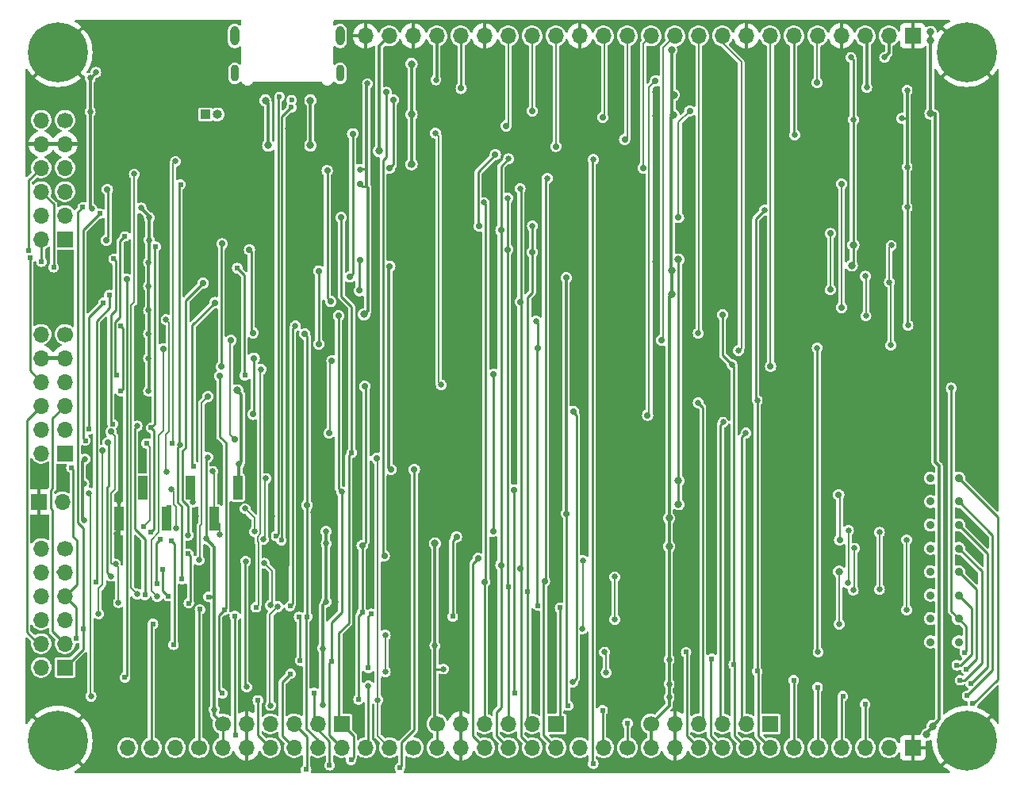
<source format=gbr>
G04 #@! TF.GenerationSoftware,KiCad,Pcbnew,8.0.1-8.0.1-1~ubuntu22.04.1*
G04 #@! TF.CreationDate,2024-04-26T22:25:13-04:00*
G04 #@! TF.ProjectId,tinytapeout-demo,74696e79-7461-4706-956f-75742d64656d,1.2.2*
G04 #@! TF.SameCoordinates,PX35e1f20PY8044ea0*
G04 #@! TF.FileFunction,Copper,L4,Bot*
G04 #@! TF.FilePolarity,Positive*
%FSLAX46Y46*%
G04 Gerber Fmt 4.6, Leading zero omitted, Abs format (unit mm)*
G04 Created by KiCad (PCBNEW 8.0.1-8.0.1-1~ubuntu22.04.1) date 2024-04-26 22:25:13*
%MOMM*%
%LPD*%
G01*
G04 APERTURE LIST*
G04 #@! TA.AperFunction,ComponentPad*
%ADD10C,0.900000*%
G04 #@! TD*
G04 #@! TA.AperFunction,ComponentPad*
%ADD11C,0.620000*%
G04 #@! TD*
G04 #@! TA.AperFunction,ComponentPad*
%ADD12C,6.400000*%
G04 #@! TD*
G04 #@! TA.AperFunction,ComponentPad*
%ADD13O,0.950000X2.100000*%
G04 #@! TD*
G04 #@! TA.AperFunction,ComponentPad*
%ADD14O,0.900000X1.800000*%
G04 #@! TD*
G04 #@! TA.AperFunction,ComponentPad*
%ADD15R,1.700000X1.700000*%
G04 #@! TD*
G04 #@! TA.AperFunction,ComponentPad*
%ADD16O,1.700000X1.700000*%
G04 #@! TD*
G04 #@! TA.AperFunction,ComponentPad*
%ADD17C,1.700000*%
G04 #@! TD*
G04 #@! TA.AperFunction,ComponentPad*
%ADD18R,1.000000X1.000000*%
G04 #@! TD*
G04 #@! TA.AperFunction,ComponentPad*
%ADD19O,1.000000X1.000000*%
G04 #@! TD*
G04 #@! TA.AperFunction,SMDPad,CuDef*
%ADD20R,1.000000X2.510000*%
G04 #@! TD*
G04 #@! TA.AperFunction,ViaPad*
%ADD21C,0.650000*%
G04 #@! TD*
G04 #@! TA.AperFunction,ViaPad*
%ADD22C,0.800000*%
G04 #@! TD*
G04 #@! TA.AperFunction,ViaPad*
%ADD23C,0.620000*%
G04 #@! TD*
G04 #@! TA.AperFunction,ViaPad*
%ADD24C,0.700000*%
G04 #@! TD*
G04 #@! TA.AperFunction,ViaPad*
%ADD25C,0.600000*%
G04 #@! TD*
G04 #@! TA.AperFunction,Conductor*
%ADD26C,0.250000*%
G04 #@! TD*
G04 #@! TA.AperFunction,Conductor*
%ADD27C,0.200000*%
G04 #@! TD*
G04 #@! TA.AperFunction,Conductor*
%ADD28C,0.300000*%
G04 #@! TD*
G04 #@! TA.AperFunction,Conductor*
%ADD29C,0.245000*%
G04 #@! TD*
G04 #@! TA.AperFunction,Conductor*
%ADD30C,0.180000*%
G04 #@! TD*
G04 #@! TA.AperFunction,Conductor*
%ADD31C,0.230000*%
G04 #@! TD*
G04 APERTURE END LIST*
D10*
G04 #@! TO.P,JP7,1,A*
G04 #@! TO.N,out6*
X99900000Y16780000D03*
G04 #@! TO.P,JP7,2,B*
G04 #@! TO.N,Net-(JP7-B)*
X96900000Y16780000D03*
G04 #@! TD*
D11*
G04 #@! TO.P,STITCH1,1*
G04 #@! TO.N,GND*
X27900000Y18700000D03*
G04 #@! TD*
G04 #@! TO.P,STITCH1,1*
G04 #@! TO.N,GND*
X17800000Y24800000D03*
G04 #@! TD*
G04 #@! TO.P,STITCH1,1*
G04 #@! TO.N,GND*
X95800000Y18000000D03*
G04 #@! TD*
G04 #@! TO.P,STITCH1,1*
G04 #@! TO.N,GND*
X54900000Y50100000D03*
G04 #@! TD*
G04 #@! TO.P,STITCH1,1*
G04 #@! TO.N,GND*
X62200000Y55600000D03*
G04 #@! TD*
D10*
G04 #@! TO.P,JP1,1,A*
G04 #@! TO.N,out0*
X99900000Y31780000D03*
G04 #@! TO.P,JP1,2,B*
G04 #@! TO.N,Net-(JP1-B)*
X96900000Y31780000D03*
G04 #@! TD*
D12*
G04 #@! TO.P,MT3,1,1*
G04 #@! TO.N,GND*
X3750000Y77250000D03*
G04 #@! TD*
D11*
G04 #@! TO.P,STITCH1,1*
G04 #@! TO.N,GND*
X87100000Y23000000D03*
G04 #@! TD*
G04 #@! TO.P,STITCH1,1*
G04 #@! TO.N,GND*
X83600000Y75600000D03*
G04 #@! TD*
G04 #@! TO.P,STITCH1,1*
G04 #@! TO.N,GND*
X48600000Y40600000D03*
G04 #@! TD*
G04 #@! TO.P,STITCH1,1*
G04 #@! TO.N,GND*
X30700000Y50650000D03*
G04 #@! TD*
G04 #@! TO.P,STITCH8,1*
G04 #@! TO.N,GND*
X103700000Y64100000D03*
G04 #@! TD*
G04 #@! TO.P,STITCH1,1*
G04 #@! TO.N,GND*
X37600000Y38900000D03*
G04 #@! TD*
G04 #@! TO.P,STITCH1,1*
G04 #@! TO.N,GND*
X3400000Y53200000D03*
G04 #@! TD*
D13*
G04 #@! TO.P,J15,S1,SHIELD*
G04 #@! TO.N,Net-(C3-Pad1)*
X33870000Y79000000D03*
D14*
G04 #@! TO.P,J15,S2,SHIELD*
X22630000Y75000000D03*
G04 #@! TO.P,J15,S3,SHIELD*
X33870000Y75000000D03*
D13*
G04 #@! TO.P,J15,S4,SHIELD*
X22630000Y79000000D03*
G04 #@! TD*
D11*
G04 #@! TO.P,STITCH1,1*
G04 #@! TO.N,GND*
X67400000Y75600000D03*
G04 #@! TD*
G04 #@! TO.P,STITCH1,1*
G04 #@! TO.N,GND*
X11200000Y54700000D03*
G04 #@! TD*
D15*
G04 #@! TO.P,J13,1,IO1*
G04 #@! TO.N,in0*
X4500000Y34440000D03*
D16*
G04 #@! TO.P,J13,2,IO2*
G04 #@! TO.N,in2*
X4500000Y36980000D03*
G04 #@! TO.P,J13,3,IO3*
G04 #@! TO.N,out3*
X4500000Y39520000D03*
G04 #@! TO.P,J13,4,IO4*
G04 #@! TO.N,in1*
X4500000Y42060000D03*
G04 #@! TO.P,J13,5,GND*
G04 #@! TO.N,GND*
X4500000Y44600000D03*
D17*
G04 #@! TO.P,J13,6,VCC*
G04 #@! TO.N,+3V3*
X4500000Y47140000D03*
D16*
G04 #@! TO.P,J13,7,IO5*
G04 #@! TO.N,in4*
X1960000Y34440000D03*
G04 #@! TO.P,J13,8,IO6*
G04 #@! TO.N,in6*
X1960000Y36980000D03*
G04 #@! TO.P,J13,9,IO7*
G04 #@! TO.N,out7*
X1960000Y39520000D03*
G04 #@! TO.P,J13,10,IO8*
G04 #@! TO.N,in5*
X1960000Y42060000D03*
G04 #@! TO.P,J13,11,GND*
G04 #@! TO.N,GND*
X1960000Y44600000D03*
G04 #@! TO.P,J13,12,VCC*
G04 #@! TO.N,+3V3*
X1960000Y47140000D03*
G04 #@! TD*
D11*
G04 #@! TO.P,STITCH1,1*
G04 #@! TO.N,GND*
X43900000Y36400000D03*
G04 #@! TD*
G04 #@! TO.P,STITCH1,1*
G04 #@! TO.N,GND*
X31700000Y38900000D03*
G04 #@! TD*
G04 #@! TO.P,STITCH11,1*
G04 #@! TO.N,GND*
X53060000Y800000D03*
G04 #@! TD*
G04 #@! TO.P,STITCH1,1*
G04 #@! TO.N,GND*
X20000000Y48800000D03*
G04 #@! TD*
G04 #@! TO.P,STITCH1,1*
G04 #@! TO.N,GND*
X37600000Y52100000D03*
G04 #@! TD*
G04 #@! TO.P,STITCH1,1*
G04 #@! TO.N,GND*
X62200000Y45300000D03*
G04 #@! TD*
G04 #@! TO.P,STITCH1,1*
G04 #@! TO.N,GND*
X26000000Y20500000D03*
G04 #@! TD*
G04 #@! TO.P,STITCH1,1*
G04 #@! TO.N,GND*
X70900000Y75600000D03*
G04 #@! TD*
G04 #@! TO.P,STITCH1,1*
G04 #@! TO.N,GND*
X74050000Y65100000D03*
G04 #@! TD*
G04 #@! TO.P,STITCH1,1*
G04 #@! TO.N,GND*
X29200000Y63200000D03*
G04 #@! TD*
G04 #@! TO.P,STITCH1,1*
G04 #@! TO.N,GND*
X54700000Y17200000D03*
G04 #@! TD*
G04 #@! TO.P,STITCH1,1*
G04 #@! TO.N,GND*
X62200000Y65300000D03*
G04 #@! TD*
D17*
G04 #@! TO.P,J2,1,Pin_1*
G04 #@! TO.N,in0*
X18810000Y3000000D03*
D16*
G04 #@! TO.P,J2,2,Pin_2*
G04 #@! TO.N,in1*
X16270000Y3000000D03*
G04 #@! TO.P,J2,3,Pin_3*
G04 #@! TO.N,in2*
X13730000Y3000000D03*
G04 #@! TO.P,J2,4,Pin_4*
G04 #@! TO.N,in3*
X11190000Y3000000D03*
G04 #@! TD*
D11*
G04 #@! TO.P,STITCH1,1*
G04 #@! TO.N,GND*
X8900000Y19100000D03*
G04 #@! TD*
G04 #@! TO.P,STITCH1,1*
G04 #@! TO.N,GND*
X38900000Y5600000D03*
G04 #@! TD*
G04 #@! TO.P,STITCH4,1*
G04 #@! TO.N,GND*
X103700000Y44100000D03*
G04 #@! TD*
G04 #@! TO.P,STITCH16,1*
G04 #@! TO.N,GND*
X78460000Y800000D03*
G04 #@! TD*
G04 #@! TO.P,STITCH1,1*
G04 #@! TO.N,GND*
X71300000Y27400000D03*
G04 #@! TD*
G04 #@! TO.P,STITCH1,1*
G04 #@! TO.N,GND*
X83500000Y6800000D03*
G04 #@! TD*
G04 #@! TO.P,STITCH1,1*
G04 #@! TO.N,GND*
X3700000Y9000000D03*
G04 #@! TD*
G04 #@! TO.P,STITCH17,1*
G04 #@! TO.N,GND*
X83540000Y800000D03*
G04 #@! TD*
G04 #@! TO.P,STITCH1,1*
G04 #@! TO.N,GND*
X10300000Y29300000D03*
G04 #@! TD*
G04 #@! TO.P,STITCH1,1*
G04 #@! TO.N,GND*
X29500000Y29950000D03*
G04 #@! TD*
G04 #@! TO.P,STITCH1,1*
G04 #@! TO.N,GND*
X35700000Y5600000D03*
G04 #@! TD*
G04 #@! TO.P,STITCH1,1*
G04 #@! TO.N,GND*
X75200000Y9550000D03*
G04 #@! TD*
G04 #@! TO.P,STITCH1,1*
G04 #@! TO.N,GND*
X48800000Y66000000D03*
G04 #@! TD*
G04 #@! TO.P,STITCH1,1*
G04 #@! TO.N,GND*
X86000000Y37500000D03*
G04 #@! TD*
G04 #@! TO.P,STITCH1,1*
G04 #@! TO.N,GND*
X32400000Y29950000D03*
G04 #@! TD*
G04 #@! TO.P,STITCH1,1*
G04 #@! TO.N,GND*
X66600000Y26500000D03*
G04 #@! TD*
G04 #@! TO.P,STITCH1,1*
G04 #@! TO.N,GND*
X66600000Y23500000D03*
G04 #@! TD*
G04 #@! TO.P,STITCH1,1*
G04 #@! TO.N,GND*
X48100000Y75600000D03*
G04 #@! TD*
G04 #@! TO.P,STITCH1,1*
G04 #@! TO.N,GND*
X35850000Y1200000D03*
G04 #@! TD*
G04 #@! TO.P,STITCH1,1*
G04 #@! TO.N,GND*
X15850000Y71800000D03*
G04 #@! TD*
G04 #@! TO.P,STITCH1,1*
G04 #@! TO.N,GND*
X50100000Y17200000D03*
G04 #@! TD*
G04 #@! TO.P,STITCH6,1*
G04 #@! TO.N,GND*
X42900000Y800000D03*
G04 #@! TD*
G04 #@! TO.P,STITCH1,1*
G04 #@! TO.N,GND*
X29200000Y57000000D03*
G04 #@! TD*
G04 #@! TO.P,STITCH1,1*
G04 #@! TO.N,GND*
X3400000Y49500000D03*
G04 #@! TD*
G04 #@! TO.P,STITCH1,1*
G04 #@! TO.N,GND*
X86000000Y43100000D03*
G04 #@! TD*
G04 #@! TO.P,STITCH1,1*
G04 #@! TO.N,GND*
X35500000Y19000000D03*
G04 #@! TD*
G04 #@! TO.P,STITCH1,1*
G04 #@! TO.N,GND*
X31100000Y10300000D03*
G04 #@! TD*
G04 #@! TO.P,STITCH1,1*
G04 #@! TO.N,GND*
X59950000Y27100000D03*
G04 #@! TD*
G04 #@! TO.P,STITCH1,1*
G04 #@! TO.N,GND*
X26000000Y63200000D03*
G04 #@! TD*
G04 #@! TO.P,STITCH1,1*
G04 #@! TO.N,GND*
X63300000Y75600000D03*
G04 #@! TD*
D10*
G04 #@! TO.P,JP3,1,A*
G04 #@! TO.N,out2*
X99900000Y26780000D03*
G04 #@! TO.P,JP3,2,B*
G04 #@! TO.N,Net-(JP3-B)*
X96900000Y26780000D03*
G04 #@! TD*
D11*
G04 #@! TO.P,STITCH1,1*
G04 #@! TO.N,GND*
X900000Y72300000D03*
G04 #@! TD*
D18*
G04 #@! TO.P,J19,1,Pin_1*
G04 #@! TO.N,/1v8B*
X19500000Y70600000D03*
D19*
G04 #@! TO.P,J19,2,Pin_2*
G04 #@! TO.N,/1v8A*
X20770000Y70600000D03*
G04 #@! TD*
D11*
G04 #@! TO.P,STITCH1,1*
G04 #@! TO.N,GND*
X96800000Y6800000D03*
G04 #@! TD*
G04 #@! TO.P,STITCH1,1*
G04 #@! TO.N,GND*
X19600000Y9400000D03*
G04 #@! TD*
G04 #@! TO.P,STITCH7,1*
G04 #@! TO.N,GND*
X103700000Y59100000D03*
G04 #@! TD*
G04 #@! TO.P,STITCH13,1*
G04 #@! TO.N,GND*
X63220000Y800000D03*
G04 #@! TD*
G04 #@! TO.P,STITCH1,1*
G04 #@! TO.N,GND*
X12400000Y71800000D03*
G04 #@! TD*
D10*
G04 #@! TO.P,JP8,1,A*
G04 #@! TO.N,out7*
X99900000Y14280000D03*
G04 #@! TO.P,JP8,2,B*
G04 #@! TO.N,Net-(JP8-B)*
X96900000Y14280000D03*
G04 #@! TD*
D11*
G04 #@! TO.P,STITCH1,1*
G04 #@! TO.N,GND*
X59100000Y9200000D03*
G04 #@! TD*
D17*
G04 #@! TO.P,J8,1,Pin_1*
G04 #@! TO.N,uio0*
X64545000Y3000000D03*
D16*
G04 #@! TO.P,J8,2,Pin_2*
G04 #@! TO.N,uio1*
X62005000Y3000000D03*
G04 #@! TO.P,J8,3,Pin_3*
G04 #@! TO.N,uio2*
X59465000Y3000000D03*
G04 #@! TD*
D11*
G04 #@! TO.P,STITCH1,1*
G04 #@! TO.N,GND*
X12500000Y5200000D03*
G04 #@! TD*
G04 #@! TO.P,STITCH1,1*
G04 #@! TO.N,GND*
X72800000Y70250000D03*
G04 #@! TD*
G04 #@! TO.P,STITCH1,1*
G04 #@! TO.N,GND*
X10700000Y65600000D03*
G04 #@! TD*
G04 #@! TO.P,STITCH1,1*
G04 #@! TO.N,GND*
X80700000Y14200000D03*
G04 #@! TD*
D15*
G04 #@! TO.P,J12,1,IO1*
G04 #@! TO.N,out4*
X4500000Y11580000D03*
D16*
G04 #@! TO.P,J12,2,IO2*
G04 #@! TO.N,out3*
X4500000Y14120000D03*
G04 #@! TO.P,J12,3,IO3*
G04 #@! TO.N,in2*
X4500000Y16660000D03*
G04 #@! TO.P,J12,4,IO4*
G04 #@! TO.N,out5*
X4500000Y19200000D03*
G04 #@! TO.P,J12,5,GND*
G04 #@! TO.N,GND*
X4500000Y21740000D03*
D17*
G04 #@! TO.P,J12,6,VCC*
G04 #@! TO.N,+3V3*
X4500000Y24280000D03*
D16*
G04 #@! TO.P,J12,7,IO5*
G04 #@! TO.N,uio0*
X1960000Y11580000D03*
G04 #@! TO.P,J12,8,IO6*
G04 #@! TO.N,out7*
X1960000Y14120000D03*
G04 #@! TO.P,J12,9,IO7*
G04 #@! TO.N,uio2*
X1960000Y16660000D03*
G04 #@! TO.P,J12,10,IO8*
G04 #@! TO.N,uio1*
X1960000Y19200000D03*
G04 #@! TO.P,J12,11,GND*
G04 #@! TO.N,GND*
X1960000Y21740000D03*
G04 #@! TO.P,J12,12,VCC*
G04 #@! TO.N,+3V3*
X1960000Y24280000D03*
G04 #@! TD*
D11*
G04 #@! TO.P,STITCH1,1*
G04 #@! TO.N,GND*
X101400000Y26600000D03*
G04 #@! TD*
G04 #@! TO.P,STITCH1,1*
G04 #@! TO.N,GND*
X22800000Y43300000D03*
G04 #@! TD*
G04 #@! TO.P,STITCH1,1*
G04 #@! TO.N,GND*
X96200000Y43100000D03*
G04 #@! TD*
G04 #@! TO.P,STITCH1,1*
G04 #@! TO.N,GND*
X7200000Y34800000D03*
G04 #@! TD*
G04 #@! TO.P,STITCH1,1*
G04 #@! TO.N,GND*
X35500000Y26400000D03*
G04 #@! TD*
G04 #@! TO.P,STITCH1,1*
G04 #@! TO.N,GND*
X86200000Y75600000D03*
G04 #@! TD*
G04 #@! TO.P,STITCH1,1*
G04 #@! TO.N,GND*
X29500000Y45000000D03*
G04 #@! TD*
G04 #@! TO.P,STITCH1,1*
G04 #@! TO.N,GND*
X90100000Y59200000D03*
G04 #@! TD*
G04 #@! TO.P,STITCH1,1*
G04 #@! TO.N,GND*
X43900000Y27100000D03*
G04 #@! TD*
G04 #@! TO.P,STITCH1,1*
G04 #@! TO.N,GND*
X71300000Y32600000D03*
G04 #@! TD*
G04 #@! TO.P,STITCH1,1*
G04 #@! TO.N,GND*
X37100000Y19000000D03*
G04 #@! TD*
G04 #@! TO.P,STITCH1,1*
G04 #@! TO.N,GND*
X31250000Y24950000D03*
G04 #@! TD*
G04 #@! TO.P,STITCH1,1*
G04 #@! TO.N,GND*
X52800000Y65200000D03*
G04 #@! TD*
G04 #@! TO.P,STITCH1,1*
G04 #@! TO.N,GND*
X88800000Y6800000D03*
G04 #@! TD*
D15*
G04 #@! TO.P,J3,1,IO1*
G04 #@! TO.N,in0*
X34045000Y5545000D03*
D16*
G04 #@! TO.P,J3,2,IO2*
G04 #@! TO.N,in1*
X31505000Y5545000D03*
G04 #@! TO.P,J3,3,IO3*
G04 #@! TO.N,in2*
X28965000Y5545000D03*
G04 #@! TO.P,J3,4,IO4*
G04 #@! TO.N,in3*
X26425000Y5545000D03*
G04 #@! TO.P,J3,5,GND*
G04 #@! TO.N,GND*
X23885000Y5545000D03*
D17*
G04 #@! TO.P,J3,6,VCC*
G04 #@! TO.N,+3V3*
X21345000Y5545000D03*
D16*
G04 #@! TO.P,J3,7,IO5*
G04 #@! TO.N,in4*
X34045000Y3005000D03*
G04 #@! TO.P,J3,8,IO6*
G04 #@! TO.N,in5*
X31505000Y3005000D03*
G04 #@! TO.P,J3,9,IO7*
G04 #@! TO.N,in6*
X28965000Y3005000D03*
G04 #@! TO.P,J3,10,IO8*
G04 #@! TO.N,in7*
X26425000Y3005000D03*
G04 #@! TO.P,J3,11,GND*
G04 #@! TO.N,GND*
X23885000Y3005000D03*
G04 #@! TO.P,J3,12,VCC*
G04 #@! TO.N,+3V3*
X21345000Y3005000D03*
G04 #@! TD*
D11*
G04 #@! TO.P,STITCH1,1*
G04 #@! TO.N,GND*
X66600000Y31600000D03*
G04 #@! TD*
G04 #@! TO.P,STITCH1,1*
G04 #@! TO.N,GND*
X19600000Y59900000D03*
G04 #@! TD*
G04 #@! TO.P,STITCH1,1*
G04 #@! TO.N,GND*
X12500000Y13100000D03*
G04 #@! TD*
G04 #@! TO.P,STITCH1,1*
G04 #@! TO.N,GND*
X35200000Y72200000D03*
G04 #@! TD*
G04 #@! TO.P,STITCH1,1*
G04 #@! TO.N,GND*
X34400000Y10300000D03*
G04 #@! TD*
G04 #@! TO.P,STITCH1,1*
G04 #@! TO.N,GND*
X73600000Y75600000D03*
G04 #@! TD*
D12*
G04 #@! TO.P,MT4,1,1*
G04 #@! TO.N,GND*
X100750000Y77250000D03*
G04 #@! TD*
D11*
G04 #@! TO.P,STITCH3,1*
G04 #@! TO.N,GND*
X103700000Y39100000D03*
G04 #@! TD*
G04 #@! TO.P,STITCH1,1*
G04 #@! TO.N,GND*
X23600000Y8100000D03*
G04 #@! TD*
G04 #@! TO.P,STITCH1,1*
G04 #@! TO.N,GND*
X35700000Y32900000D03*
G04 #@! TD*
G04 #@! TO.P,STITCH1,1*
G04 #@! TO.N,GND*
X12500000Y49700000D03*
G04 #@! TD*
D12*
G04 #@! TO.P,MT2,1,1*
G04 #@! TO.N,GND*
X100750000Y3750000D03*
G04 #@! TD*
D11*
G04 #@! TO.P,STITCH1,1*
G04 #@! TO.N,GND*
X59000000Y65200000D03*
G04 #@! TD*
G04 #@! TO.P,STITCH6,1*
G04 #@! TO.N,GND*
X12500000Y700000D03*
G04 #@! TD*
G04 #@! TO.P,STITCH1,1*
G04 #@! TO.N,GND*
X77650000Y9500000D03*
G04 #@! TD*
G04 #@! TO.P,STITCH1,1*
G04 #@! TO.N,GND*
X34500000Y14800000D03*
G04 #@! TD*
G04 #@! TO.P,STITCH1,1*
G04 #@! TO.N,GND*
X71300000Y22100000D03*
G04 #@! TD*
G04 #@! TO.P,STITCH1,1*
G04 #@! TO.N,GND*
X71200000Y59400000D03*
G04 #@! TD*
G04 #@! TO.P,STITCH1,1*
G04 #@! TO.N,GND*
X53100000Y75600000D03*
G04 #@! TD*
G04 #@! TO.P,STITCH1,1*
G04 #@! TO.N,GND*
X12500000Y45700000D03*
G04 #@! TD*
D15*
G04 #@! TO.P,J5,1,IO1*
G04 #@! TO.N,uio0*
X56905000Y5545000D03*
D16*
G04 #@! TO.P,J5,2,IO2*
G04 #@! TO.N,uio1*
X54365000Y5545000D03*
G04 #@! TO.P,J5,3,IO3*
G04 #@! TO.N,uio2*
X51825000Y5545000D03*
G04 #@! TO.P,J5,4,IO4*
G04 #@! TO.N,uio3*
X49285000Y5545000D03*
G04 #@! TO.P,J5,5,GND*
G04 #@! TO.N,GND*
X46745000Y5545000D03*
D17*
G04 #@! TO.P,J5,6,VCC*
G04 #@! TO.N,+3V3*
X44205000Y5545000D03*
D16*
G04 #@! TO.P,J5,7,IO5*
G04 #@! TO.N,uio4*
X56905000Y3005000D03*
G04 #@! TO.P,J5,8,IO6*
G04 #@! TO.N,uio5*
X54365000Y3005000D03*
G04 #@! TO.P,J5,9,IO7*
G04 #@! TO.N,uio6*
X51825000Y3005000D03*
G04 #@! TO.P,J5,10,IO8*
G04 #@! TO.N,uio7*
X49285000Y3005000D03*
G04 #@! TO.P,J5,11,GND*
G04 #@! TO.N,GND*
X46745000Y3005000D03*
G04 #@! TO.P,J5,12,VCC*
G04 #@! TO.N,+3V3*
X44205000Y3005000D03*
G04 #@! TD*
D11*
G04 #@! TO.P,STITCH1,1*
G04 #@! TO.N,GND*
X10300000Y39000000D03*
G04 #@! TD*
G04 #@! TO.P,STITCH1,1*
G04 #@! TO.N,GND*
X31100000Y14800000D03*
G04 #@! TD*
G04 #@! TO.P,STITCH1,1*
G04 #@! TO.N,GND*
X38800000Y17500000D03*
G04 #@! TD*
G04 #@! TO.P,STITCH18,1*
G04 #@! TO.N,GND*
X88620000Y800000D03*
G04 #@! TD*
G04 #@! TO.P,STITCH9,1*
G04 #@! TO.N,GND*
X103700000Y69100000D03*
G04 #@! TD*
D10*
G04 #@! TO.P,JP2,1,A*
G04 #@! TO.N,out1*
X99900000Y29280000D03*
G04 #@! TO.P,JP2,2,B*
G04 #@! TO.N,Net-(JP2-B)*
X96900000Y29280000D03*
G04 #@! TD*
D11*
G04 #@! TO.P,STITCH1,1*
G04 #@! TO.N,GND*
X50200000Y44900000D03*
G04 #@! TD*
G04 #@! TO.P,STITCH1,1*
G04 #@! TO.N,GND*
X56600000Y55500000D03*
G04 #@! TD*
G04 #@! TO.P,STITCH1,1*
G04 #@! TO.N,GND*
X71300000Y46300000D03*
G04 #@! TD*
G04 #@! TO.P,STITCH1,1*
G04 #@! TO.N,GND*
X700000Y12900000D03*
G04 #@! TD*
G04 #@! TO.P,STITCH1,1*
G04 #@! TO.N,GND*
X81100000Y75600000D03*
G04 #@! TD*
G04 #@! TO.P,STITCH1,1*
G04 #@! TO.N,GND*
X62200000Y19100000D03*
G04 #@! TD*
G04 #@! TO.P,STITCH1,1*
G04 #@! TO.N,GND*
X59800000Y39000000D03*
G04 #@! TD*
G04 #@! TO.P,STITCH1,1*
G04 #@! TO.N,GND*
X8500000Y13100000D03*
G04 #@! TD*
G04 #@! TO.P,STITCH1,1*
G04 #@! TO.N,GND*
X63200000Y6300000D03*
G04 #@! TD*
G04 #@! TO.P,STITCH14,1*
G04 #@! TO.N,GND*
X68300000Y800000D03*
G04 #@! TD*
G04 #@! TO.P,STITCH1,1*
G04 #@! TO.N,GND*
X12300000Y20400000D03*
G04 #@! TD*
D15*
G04 #@! TO.P,J10,1,Pin_1*
G04 #@! TO.N,GND*
X1690000Y29260000D03*
D16*
G04 #@! TO.P,J10,2,Pin_2*
G04 #@! TO.N,/RP2040/RUN*
X4230000Y29260000D03*
G04 #@! TD*
D11*
G04 #@! TO.P,STITCH1,1*
G04 #@! TO.N,GND*
X24400000Y18700000D03*
G04 #@! TD*
G04 #@! TO.P,STITCH1,1*
G04 #@! TO.N,GND*
X7700000Y58000000D03*
G04 #@! TD*
D17*
G04 #@! TO.P,J17,1,Pin_1*
G04 #@! TO.N,uio3*
X41700000Y3000000D03*
D16*
G04 #@! TO.P,J17,2,Pin_2*
G04 #@! TO.N,~{project_rst}*
X39160000Y3000000D03*
G04 #@! TO.P,J17,3,Pin_3*
G04 #@! TO.N,project_clk*
X36620000Y3000000D03*
G04 #@! TD*
D11*
G04 #@! TO.P,STITCH1,1*
G04 #@! TO.N,GND*
X92900000Y23000000D03*
G04 #@! TD*
G04 #@! TO.P,STITCH1,1*
G04 #@! TO.N,GND*
X59600000Y7450000D03*
G04 #@! TD*
G04 #@! TO.P,STITCH1,1*
G04 #@! TO.N,GND*
X20000000Y44600000D03*
G04 #@! TD*
G04 #@! TO.P,STITCH1,1*
G04 #@! TO.N,GND*
X73550000Y14200000D03*
G04 #@! TD*
D15*
G04 #@! TO.P,J9,1,Pin_1*
G04 #@! TO.N,GND*
X95000000Y79000000D03*
D16*
G04 #@! TO.P,J9,2,Pin_2*
G04 #@! TO.N,+1V8*
X92460000Y79000000D03*
G04 #@! TO.P,J9,3,Pin_3*
G04 #@! TO.N,+3V3*
X89920000Y79000000D03*
G04 #@! TO.P,J9,4,Pin_4*
G04 #@! TO.N,GND*
X87380000Y79000000D03*
G04 #@! TO.P,J9,5,Pin_5*
G04 #@! TO.N,usrclk2*
X84840000Y79000000D03*
G04 #@! TO.P,J9,6,Pin_6*
G04 #@! TO.N,HK_SCK*
X82300000Y79000000D03*
G04 #@! TO.P,J9,7,Pin_7*
G04 #@! TO.N,HK_CSB*
X79760000Y79000000D03*
G04 #@! TO.P,J9,8,Pin_8*
G04 #@! TO.N,GND*
X77220000Y79000000D03*
G04 #@! TO.P,J9,9,Pin_9*
G04 #@! TO.N,HK_SDI*
X74680000Y79000000D03*
G04 #@! TO.P,J9,10,Pin_10*
G04 #@! TO.N,HK_SDO*
X72140000Y79000000D03*
G04 #@! TO.P,J9,11,Pin_11*
G04 #@! TO.N,mprj_io0*
X69600000Y79000000D03*
G04 #@! TO.P,J9,12,Pin_12*
G04 #@! TO.N,~{ctrl_sel_rst}*
X67060000Y79000000D03*
G04 #@! TO.P,J9,13,Pin_13*
G04 #@! TO.N,mio37*
X64520000Y79000000D03*
G04 #@! TO.P,J9,14,Pin_14*
G04 #@! TO.N,ctrl_sel_inc*
X61980000Y79000000D03*
G04 #@! TO.P,J9,15,Pin_15*
G04 #@! TO.N,GND*
X59440000Y79000000D03*
G04 #@! TO.P,J9,16,Pin_16*
G04 #@! TO.N,mio35*
X56900000Y79000000D03*
G04 #@! TO.P,J9,17,Pin_17*
G04 #@! TO.N,ctrl_ena*
X54360000Y79000000D03*
G04 #@! TO.P,J9,18,Pin_18*
G04 #@! TO.N,mio33*
X51820000Y79000000D03*
G04 #@! TO.P,J9,19,Pin_19*
G04 #@! TO.N,GND*
X49280000Y79000000D03*
G04 #@! TO.P,J9,20,Pin_20*
G04 #@! TO.N,RPIO29*
X46740000Y79000000D03*
G04 #@! TO.P,J9,21,Pin_21*
G04 #@! TO.N,+3V3*
X44200000Y79000000D03*
G04 #@! TO.P,J9,22,Pin_22*
G04 #@! TO.N,GND*
X41660000Y79000000D03*
G04 #@! TO.P,J9,23,Pin_23*
G04 #@! TO.N,+5V*
X39120000Y79000000D03*
G04 #@! TO.P,J9,24,Pin_24*
G04 #@! TO.N,GND*
X36580000Y79000000D03*
G04 #@! TD*
D11*
G04 #@! TO.P,STITCH1,1*
G04 #@! TO.N,GND*
X85300000Y65100000D03*
G04 #@! TD*
G04 #@! TO.P,STITCH1,1*
G04 #@! TO.N,GND*
X37200000Y10500000D03*
G04 #@! TD*
G04 #@! TO.P,STITCH1,1*
G04 #@! TO.N,GND*
X43600000Y41300000D03*
G04 #@! TD*
G04 #@! TO.P,STITCH1,1*
G04 #@! TO.N,GND*
X62200000Y27100000D03*
G04 #@! TD*
G04 #@! TO.P,STITCH1,1*
G04 #@! TO.N,GND*
X101400000Y21500000D03*
G04 #@! TD*
G04 #@! TO.P,STITCH1,1*
G04 #@! TO.N,GND*
X19700000Y5200000D03*
G04 #@! TD*
G04 #@! TO.P,STITCH1,1*
G04 #@! TO.N,GND*
X19600000Y16700000D03*
G04 #@! TD*
G04 #@! TO.P,STITCH1,1*
G04 #@! TO.N,GND*
X55700000Y75600000D03*
G04 #@! TD*
G04 #@! TO.P,STITCH1,1*
G04 #@! TO.N,GND*
X74400000Y73500000D03*
G04 #@! TD*
G04 #@! TO.P,STITCH1,1*
G04 #@! TO.N,GND*
X8450000Y67550000D03*
G04 #@! TD*
G04 #@! TO.P,STITCH1,1*
G04 #@! TO.N,GND*
X103800000Y8750000D03*
G04 #@! TD*
G04 #@! TO.P,STITCH6,1*
G04 #@! TO.N,GND*
X103700000Y54100000D03*
G04 #@! TD*
G04 #@! TO.P,STITCH1,1*
G04 #@! TO.N,GND*
X93400000Y55100000D03*
G04 #@! TD*
D10*
G04 #@! TO.P,JP5,1,A*
G04 #@! TO.N,out4*
X99900000Y21780000D03*
G04 #@! TO.P,JP5,2,B*
G04 #@! TO.N,Net-(JP5-B)*
X96900000Y21780000D03*
G04 #@! TD*
D11*
G04 #@! TO.P,STITCH1,1*
G04 #@! TO.N,GND*
X24500000Y22400000D03*
G04 #@! TD*
G04 #@! TO.P,STITCH1,1*
G04 #@! TO.N,GND*
X26600000Y38900000D03*
G04 #@! TD*
G04 #@! TO.P,STITCH1,1*
G04 #@! TO.N,GND*
X39400000Y1200000D03*
G04 #@! TD*
G04 #@! TO.P,STITCH1,1*
G04 #@! TO.N,GND*
X95300000Y73600000D03*
G04 #@! TD*
G04 #@! TO.P,STITCH1,1*
G04 #@! TO.N,GND*
X62200000Y41100000D03*
G04 #@! TD*
G04 #@! TO.P,STITCH1,1*
G04 #@! TO.N,GND*
X62200000Y34000000D03*
G04 #@! TD*
G04 #@! TO.P,STITCH1,1*
G04 #@! TO.N,GND*
X56700000Y19100000D03*
G04 #@! TD*
G04 #@! TO.P,STITCH1,1*
G04 #@! TO.N,GND*
X24000000Y73300000D03*
G04 #@! TD*
G04 #@! TO.P,STITCH10,1*
G04 #@! TO.N,GND*
X47980000Y800000D03*
G04 #@! TD*
G04 #@! TO.P,STITCH1,1*
G04 #@! TO.N,GND*
X24200000Y33300000D03*
G04 #@! TD*
G04 #@! TO.P,STITCH1,1*
G04 #@! TO.N,GND*
X20200000Y57300000D03*
G04 #@! TD*
G04 #@! TO.P,STITCH1,1*
G04 #@! TO.N,GND*
X54600000Y8900000D03*
G04 #@! TD*
G04 #@! TO.P,STITCH1,1*
G04 #@! TO.N,GND*
X71600000Y12000000D03*
G04 #@! TD*
D15*
G04 #@! TO.P,J14,1,IO1*
G04 #@! TO.N,uio4*
X4500000Y57300000D03*
D16*
G04 #@! TO.P,J14,2,IO2*
G04 #@! TO.N,uio6*
X4500000Y59840000D03*
G04 #@! TO.P,J14,3,IO3*
G04 #@! TO.N,uio3*
X4500000Y62380000D03*
G04 #@! TO.P,J14,4,IO4*
G04 #@! TO.N,uio5*
X4500000Y64920000D03*
G04 #@! TO.P,J14,5,GND*
G04 #@! TO.N,GND*
X4500000Y67460000D03*
D17*
G04 #@! TO.P,J14,6,VCC*
G04 #@! TO.N,+3V3*
X4500000Y70000000D03*
D16*
G04 #@! TO.P,J14,7,IO5*
G04 #@! TO.N,in2*
X1960000Y57300000D03*
G04 #@! TO.P,J14,8,IO6*
G04 #@! TO.N,out0*
X1960000Y59840000D03*
G04 #@! TO.P,J14,9,IO7*
G04 #@! TO.N,in7*
X1960000Y62380000D03*
G04 #@! TO.P,J14,10,IO8*
G04 #@! TO.N,out1*
X1960000Y64920000D03*
G04 #@! TO.P,J14,11,GND*
G04 #@! TO.N,GND*
X1960000Y67460000D03*
G04 #@! TO.P,J14,12,VCC*
G04 #@! TO.N,+3V3*
X1960000Y70000000D03*
G04 #@! TD*
D11*
G04 #@! TO.P,STITCH1,1*
G04 #@! TO.N,GND*
X103700000Y29100000D03*
G04 #@! TD*
G04 #@! TO.P,STITCH1,1*
G04 #@! TO.N,GND*
X56900000Y45400000D03*
G04 #@! TD*
G04 #@! TO.P,STITCH1,1*
G04 #@! TO.N,GND*
X4300000Y32150000D03*
G04 #@! TD*
G04 #@! TO.P,STITCH2,1*
G04 #@! TO.N,GND*
X103700000Y34100000D03*
G04 #@! TD*
G04 #@! TO.P,STITCH1,1*
G04 #@! TO.N,GND*
X53000000Y69500000D03*
G04 #@! TD*
G04 #@! TO.P,STITCH1,1*
G04 #@! TO.N,GND*
X71200000Y50900000D03*
G04 #@! TD*
D10*
G04 #@! TO.P,JP6,1,A*
G04 #@! TO.N,out5*
X99900000Y19280000D03*
G04 #@! TO.P,JP6,2,B*
G04 #@! TO.N,Net-(JP6-B)*
X96900000Y19280000D03*
G04 #@! TD*
D11*
G04 #@! TO.P,STITCH1,1*
G04 #@! TO.N,GND*
X86000000Y31400000D03*
G04 #@! TD*
G04 #@! TO.P,STITCH1,1*
G04 #@! TO.N,GND*
X90050000Y23000000D03*
G04 #@! TD*
G04 #@! TO.P,STITCH1,1*
G04 #@! TO.N,GND*
X92950000Y14200000D03*
G04 #@! TD*
G04 #@! TO.P,STITCH1,1*
G04 #@! TO.N,GND*
X12400000Y9800000D03*
G04 #@! TD*
D15*
G04 #@! TO.P,J1,1,Pin_1*
G04 #@! TO.N,GND*
X95000000Y3000000D03*
D16*
G04 #@! TO.P,J1,2,Pin_2*
G04 #@! TO.N,+5V*
X92460000Y3000000D03*
G04 #@! TO.P,J1,3,Pin_3*
G04 #@! TO.N,out0*
X89920000Y3000000D03*
G04 #@! TO.P,J1,4,Pin_4*
G04 #@! TO.N,out1*
X87380000Y3000000D03*
G04 #@! TO.P,J1,5,Pin_5*
G04 #@! TO.N,out2*
X84840000Y3000000D03*
G04 #@! TO.P,J1,6,Pin_6*
G04 #@! TO.N,out3*
X82300000Y3000000D03*
G04 #@! TD*
D11*
G04 #@! TO.P,STITCH1,1*
G04 #@! TO.N,GND*
X91800000Y75600000D03*
G04 #@! TD*
G04 #@! TO.P,STITCH1,1*
G04 #@! TO.N,GND*
X12500000Y41900000D03*
G04 #@! TD*
G04 #@! TO.P,STITCH1,1*
G04 #@! TO.N,GND*
X52000000Y62800000D03*
G04 #@! TD*
G04 #@! TO.P,STITCH1,1*
G04 #@! TO.N,GND*
X56500000Y30300000D03*
G04 #@! TD*
G04 #@! TO.P,STITCH1,1*
G04 #@! TO.N,GND*
X71200000Y65200000D03*
G04 #@! TD*
G04 #@! TO.P,STITCH1,1*
G04 #@! TO.N,GND*
X32800000Y73300000D03*
G04 #@! TD*
G04 #@! TO.P,STITCH5,1*
G04 #@! TO.N,GND*
X103700000Y49100000D03*
G04 #@! TD*
G04 #@! TO.P,STITCH1,1*
G04 #@! TO.N,GND*
X78900000Y73500000D03*
G04 #@! TD*
G04 #@! TO.P,STITCH1,1*
G04 #@! TO.N,GND*
X8000000Y62800000D03*
G04 #@! TD*
G04 #@! TO.P,STITCH1,1*
G04 #@! TO.N,GND*
X59400000Y75600000D03*
G04 #@! TD*
G04 #@! TO.P,STITCH1,1*
G04 #@! TO.N,GND*
X37800000Y41500000D03*
G04 #@! TD*
G04 #@! TO.P,STITCH1,1*
G04 #@! TO.N,GND*
X7150000Y32150000D03*
G04 #@! TD*
G04 #@! TO.P,STITCH1,1*
G04 #@! TO.N,GND*
X24400000Y59900000D03*
G04 #@! TD*
G04 #@! TO.P,STITCH1,1*
G04 #@! TO.N,GND*
X8700000Y41900000D03*
G04 #@! TD*
G04 #@! TO.P,STITCH1,1*
G04 #@! TO.N,GND*
X97700000Y71700000D03*
G04 #@! TD*
G04 #@! TO.P,STITCH1,1*
G04 #@! TO.N,GND*
X17600000Y13900000D03*
G04 #@! TD*
D15*
G04 #@! TO.P,J6,1,IO1*
G04 #@! TO.N,out0*
X79765000Y5545000D03*
D16*
G04 #@! TO.P,J6,2,IO2*
G04 #@! TO.N,out1*
X77225000Y5545000D03*
G04 #@! TO.P,J6,3,IO3*
G04 #@! TO.N,out2*
X74685000Y5545000D03*
G04 #@! TO.P,J6,4,IO4*
G04 #@! TO.N,out3*
X72145000Y5545000D03*
G04 #@! TO.P,J6,5,GND*
G04 #@! TO.N,GND*
X69605000Y5545000D03*
D17*
G04 #@! TO.P,J6,6,VCC*
G04 #@! TO.N,+3V3*
X67065000Y5545000D03*
D16*
G04 #@! TO.P,J6,7,IO5*
G04 #@! TO.N,out4*
X79765000Y3005000D03*
G04 #@! TO.P,J6,8,IO6*
G04 #@! TO.N,out5*
X77225000Y3005000D03*
G04 #@! TO.P,J6,9,IO7*
G04 #@! TO.N,out6*
X74685000Y3005000D03*
G04 #@! TO.P,J6,10,IO8*
G04 #@! TO.N,out7*
X72145000Y3005000D03*
G04 #@! TO.P,J6,11,GND*
G04 #@! TO.N,GND*
X69605000Y3005000D03*
G04 #@! TO.P,J6,12,VCC*
G04 #@! TO.N,+3V3*
X67065000Y3005000D03*
G04 #@! TD*
D10*
G04 #@! TO.P,JP4,1,A*
G04 #@! TO.N,out3*
X99900000Y24280000D03*
G04 #@! TO.P,JP4,2,B*
G04 #@! TO.N,Net-(JP4-B)*
X96900000Y24280000D03*
G04 #@! TD*
D11*
G04 #@! TO.P,STITCH15,1*
G04 #@! TO.N,GND*
X73380000Y800000D03*
G04 #@! TD*
G04 #@! TO.P,STITCH12,1*
G04 #@! TO.N,GND*
X58140000Y800000D03*
G04 #@! TD*
G04 #@! TO.P,STITCH1,1*
G04 #@! TO.N,GND*
X43900000Y31500000D03*
G04 #@! TD*
G04 #@! TO.P,STITCH1,1*
G04 #@! TO.N,GND*
X5600000Y61100000D03*
G04 #@! TD*
G04 #@! TO.P,STITCH1,1*
G04 #@! TO.N,GND*
X31900000Y67200000D03*
G04 #@! TD*
G04 #@! TO.P,STITCH1,1*
G04 #@! TO.N,GND*
X8600000Y54800000D03*
G04 #@! TD*
G04 #@! TO.P,STITCH1,1*
G04 #@! TO.N,GND*
X89550000Y55050000D03*
G04 #@! TD*
G04 #@! TO.P,STITCH1,1*
G04 #@! TO.N,GND*
X10000000Y58000000D03*
G04 #@! TD*
G04 #@! TO.P,STITCH1,1*
G04 #@! TO.N,GND*
X96200000Y37500000D03*
G04 #@! TD*
G04 #@! TO.P,STITCH1,1*
G04 #@! TO.N,GND*
X66600000Y29000000D03*
G04 #@! TD*
G04 #@! TO.P,STITCH1,1*
G04 #@! TO.N,GND*
X62200000Y50300000D03*
G04 #@! TD*
G04 #@! TO.P,STITCH1,1*
G04 #@! TO.N,GND*
X88700000Y49400000D03*
G04 #@! TD*
G04 #@! TO.P,STITCH1,1*
G04 #@! TO.N,GND*
X101400000Y24100000D03*
G04 #@! TD*
G04 #@! TO.P,STITCH1,1*
G04 #@! TO.N,GND*
X50300000Y20700000D03*
G04 #@! TD*
G04 #@! TO.P,STITCH1,1*
G04 #@! TO.N,GND*
X8100000Y73600000D03*
G04 #@! TD*
G04 #@! TO.P,STITCH1,1*
G04 #@! TO.N,GND*
X95800000Y25600000D03*
G04 #@! TD*
G04 #@! TO.P,STITCH1,1*
G04 #@! TO.N,GND*
X42600000Y6400000D03*
G04 #@! TD*
G04 #@! TO.P,STITCH1,1*
G04 #@! TO.N,GND*
X86850000Y14200000D03*
G04 #@! TD*
G04 #@! TO.P,STITCH1,1*
G04 #@! TO.N,GND*
X31400000Y44500000D03*
G04 #@! TD*
G04 #@! TO.P,STITCH1,1*
G04 #@! TO.N,GND*
X18200000Y63200000D03*
G04 #@! TD*
D12*
G04 #@! TO.P,MT1,1,1*
G04 #@! TO.N,GND*
X3750000Y3750000D03*
G04 #@! TD*
D11*
G04 #@! TO.P,STITCH1,1*
G04 #@! TO.N,GND*
X37600000Y57000000D03*
G04 #@! TD*
G04 #@! TO.P,STITCH1,1*
G04 #@! TO.N,GND*
X95900000Y59400000D03*
G04 #@! TD*
G04 #@! TO.P,STITCH1,1*
G04 #@! TO.N,GND*
X28000000Y22200000D03*
G04 #@! TD*
G04 #@! TO.P,STITCH1,1*
G04 #@! TO.N,GND*
X1500000Y54100000D03*
G04 #@! TD*
G04 #@! TO.P,STITCH1,1*
G04 #@! TO.N,GND*
X11250000Y80200000D03*
G04 #@! TD*
G04 #@! TO.P,STITCH1,1*
G04 #@! TO.N,GND*
X71300000Y38800000D03*
G04 #@! TD*
D20*
G04 #@! TO.P,J11,1,Pin_1*
G04 #@! TO.N,+3V3*
X22950000Y30775000D03*
G04 #@! TO.P,J11,2,Pin_2*
G04 #@! TO.N,boot_mode*
X20410000Y27465000D03*
G04 #@! TO.P,J11,3,Pin_3*
G04 #@! TO.N,/RP2040/QSPI_CLK*
X17870000Y30775000D03*
G04 #@! TO.P,J11,4,Pin_4*
G04 #@! TO.N,/RP2040/QSPI_SD0*
X15330000Y27465000D03*
G04 #@! TO.P,J11,5,Pin_5*
G04 #@! TO.N,/RP2040/QSPI_SD1*
X12790000Y30775000D03*
G04 #@! TO.P,J11,6,Pin_6*
G04 #@! TO.N,GND*
X10250000Y27465000D03*
G04 #@! TD*
D21*
G04 #@! TO.N,GND*
X12180000Y25176684D03*
D22*
X75100000Y41700000D03*
D21*
X8650000Y45300000D03*
X28850000Y14300000D03*
X33263556Y24630665D03*
X90050000Y25900000D03*
X50100000Y12100000D03*
X17100000Y80200000D03*
X95700000Y69600000D03*
D22*
X43600000Y49100000D03*
D21*
X26575000Y27700000D03*
D22*
X43400000Y53900000D03*
X67600000Y54900000D03*
D21*
X20475870Y33495692D03*
X28325000Y69100000D03*
X24636845Y15763155D03*
D22*
X80200000Y23800000D03*
X80100000Y28800000D03*
X48700000Y72000000D03*
X80700000Y50900000D03*
D21*
X18000000Y78200000D03*
D22*
X84700000Y49100000D03*
X46500000Y62800000D03*
D21*
X33370504Y18577500D03*
X22100000Y68350000D03*
X10055000Y25850000D03*
X20100000Y76300000D03*
D22*
X11200000Y69800000D03*
D21*
X47200000Y15100000D03*
X27540923Y10901068D03*
X98600000Y69900000D03*
X28850000Y15195000D03*
X17100000Y7800000D03*
D22*
X80600000Y72000000D03*
D21*
X17850000Y80150000D03*
X90050000Y19900000D03*
X91500000Y68999998D03*
X26505707Y26870895D03*
X32004169Y27006574D03*
X87820000Y68139740D03*
D22*
X79000000Y48300000D03*
X82600000Y43100000D03*
D21*
X21600000Y11900000D03*
D22*
X75400000Y56800000D03*
X67600000Y70500000D03*
X39215000Y61600000D03*
X43850000Y72000000D03*
D21*
X16200000Y7150000D03*
X50100000Y14100000D03*
X32400000Y70600000D03*
D22*
X24850905Y72113922D03*
D21*
X16999990Y17700000D03*
X18444988Y27705001D03*
X25450000Y69750000D03*
D22*
X80200000Y31400000D03*
D21*
X18300000Y67300000D03*
D22*
X13100000Y67300000D03*
D21*
X65400000Y15800000D03*
X31027500Y28166411D03*
D22*
X83500000Y68600000D03*
X82500000Y60400000D03*
X67600000Y73000000D03*
D21*
X19555000Y24289734D03*
X24100000Y70705003D03*
D22*
X80200000Y26300000D03*
D21*
X42720000Y10418243D03*
D22*
X12700000Y68200000D03*
X79400000Y33900000D03*
X31900000Y72100000D03*
D21*
X18400000Y74050000D03*
D23*
X18600000Y19100000D03*
D22*
X48300000Y24600000D03*
G04 #@! TO.N,+5V*
X96900000Y78500000D03*
X96900000Y79400000D03*
X96500000Y4400000D03*
X96900000Y70700000D03*
X97100000Y5300000D03*
X38027500Y66714631D03*
D21*
G04 #@! TO.N,Net-(C1-Pad2)*
X38700000Y15000000D03*
X38700000Y11100000D03*
D24*
G04 #@! TO.N,gpio*
X87400000Y50000000D03*
X87400000Y63200000D03*
G04 #@! TO.N,Caravel_SCK*
X86200000Y57900000D03*
X86200000Y51900000D03*
D21*
G04 #@! TO.N,Caravel_D1*
X92500000Y52700000D03*
X92650000Y45980000D03*
X92702750Y56625000D03*
G04 #@! TO.N,Caravel_D0*
X90000000Y49100000D03*
X89949998Y53350000D03*
D24*
G04 #@! TO.N,xclk*
X50444327Y66300000D03*
X48740570Y58685000D03*
D22*
G04 #@! TO.N,+3V3*
X69000000Y27500000D03*
D21*
X13500000Y57200000D03*
X69000000Y9800000D03*
X13430000Y49700000D03*
D22*
X69470000Y70537534D03*
D21*
X12625680Y60629996D03*
X13430000Y54800000D03*
X32370955Y26106049D03*
D22*
X69500000Y72700000D03*
D21*
X7800000Y75100000D03*
X32389808Y18577500D03*
D22*
X69250000Y51388959D03*
D21*
X94400000Y73200000D03*
X13430000Y44600000D03*
D24*
X35999996Y63202500D03*
D21*
X93800000Y70200000D03*
X19762436Y34010878D03*
D22*
X36434879Y49270000D03*
D21*
X6525000Y31200000D03*
X44900000Y11400000D03*
D23*
X19800000Y19100000D03*
D21*
X35995000Y64746599D03*
X19555000Y25300000D03*
X44000000Y13900000D03*
D22*
X22900000Y41150000D03*
D21*
X69000000Y12400000D03*
X13430000Y52300000D03*
X6550000Y27250000D03*
D22*
X69000000Y24500000D03*
D21*
X32400000Y24800000D03*
X94400000Y65000000D03*
X7382427Y60530000D03*
X44100000Y74300000D03*
X36800000Y73900000D03*
X90100000Y73500000D03*
X23100000Y33300000D03*
D22*
X69250000Y77480000D03*
D21*
X13430000Y41077500D03*
X22912443Y30237906D03*
X6632500Y33818554D03*
X7200000Y70900000D03*
X13505972Y59594028D03*
D22*
X44000000Y24800000D03*
D21*
X13430000Y47185715D03*
X31999996Y13600000D03*
D22*
X69250000Y53915069D03*
D21*
X69000000Y8400000D03*
X31999996Y7527500D03*
X94500000Y48100000D03*
X94400000Y60700000D03*
X20436373Y7085826D03*
X7200000Y74500000D03*
D24*
G04 #@! TO.N,~{project_rst}*
X37775000Y33900000D03*
X8535000Y34733152D03*
D21*
X8100004Y17300000D03*
X37900000Y8100000D03*
D22*
G04 #@! TO.N,+1V8*
X70000000Y55104992D03*
X41500000Y70619502D03*
X88500000Y54500000D03*
X41500000Y76000000D03*
D21*
X88669022Y70061420D03*
D22*
X70000000Y31500000D03*
X70000000Y29000000D03*
X88669022Y56690000D03*
D21*
X92000000Y76700000D03*
D22*
X41500000Y65300000D03*
D21*
X88400000Y76700000D03*
D22*
G04 #@! TO.N,VBUS*
X30700000Y67300000D03*
X25900826Y72100826D03*
X30700000Y72100000D03*
X26200000Y67300000D03*
D21*
G04 #@! TO.N,/RP2040/DVDD*
X25800000Y22700000D03*
X26407407Y18196891D03*
G04 #@! TO.N,project_clk*
X58700000Y10000000D03*
X36900000Y9600000D03*
D24*
X58800000Y38900000D03*
G04 #@! TO.N,usrclk2*
X66700000Y38500000D03*
X84800000Y74000000D03*
X67550000Y74200000D03*
G04 #@! TO.N,mprj_io0*
X68200000Y46500000D03*
G04 #@! TO.N,HK_SCK*
X19770240Y40505000D03*
D21*
X18829861Y23025000D03*
X44670042Y41734705D03*
X82400000Y68435498D03*
X44046215Y68625000D03*
D24*
G04 #@! TO.N,HK_CSB*
X9402786Y36731990D03*
D21*
X10225002Y18500000D03*
D24*
X33000000Y44300000D03*
D21*
X9900000Y22600000D03*
D24*
X79825000Y43700000D03*
X32688303Y36582500D03*
G04 #@! TO.N,HK_SDI*
X15000000Y45600000D03*
D21*
X76400000Y45400000D03*
X14349104Y19120000D03*
D24*
G04 #@! TO.N,HK_SDO*
X22618968Y35895000D03*
D21*
X9400000Y21300000D03*
D24*
X9099994Y35600000D03*
D21*
X72100000Y47250000D03*
D24*
X22227500Y46500000D03*
G04 #@! TO.N,uio1*
X54400000Y55900000D03*
D21*
X54400000Y58705000D03*
D23*
X61900000Y7000000D03*
D24*
X35950000Y51800000D03*
D23*
X53900000Y19700000D03*
D24*
X35986425Y55098159D03*
D23*
X7807899Y20719025D03*
X9252500Y51332500D03*
G04 #@! TO.N,uio0*
X57350000Y17950000D03*
D24*
X31600000Y53900000D03*
D23*
X64550000Y5600000D03*
D24*
X11102500Y53002498D03*
D23*
X54967500Y18183611D03*
D24*
X31600000Y46100000D03*
D23*
X10900000Y10500000D03*
D21*
X54800000Y48545000D03*
D24*
X54967500Y45700000D03*
G04 #@! TO.N,uio3*
X49284996Y20700000D03*
D21*
X49247500Y61196712D03*
D24*
G04 #@! TO.N,uio2*
X51755000Y56200000D03*
D23*
X51835085Y20132500D03*
D24*
X21200000Y43700000D03*
X21300000Y56800000D03*
D21*
X51800000Y61700000D03*
D24*
G04 #@! TO.N,uio5*
X53140000Y22100000D03*
X32888703Y50627500D03*
X53100000Y50600000D03*
X32500000Y64600000D03*
D21*
X53100000Y62700000D03*
G04 #@! TO.N,uio4*
X55999081Y63785000D03*
D24*
X55700000Y20800000D03*
X9035000Y62617202D03*
X8927500Y57179527D03*
D23*
G04 #@! TO.N,uio7*
X60900000Y1300000D03*
D21*
X60900000Y65800000D03*
D24*
X48600000Y23200000D03*
D21*
G04 #@! TO.N,uio6*
X51866731Y65880000D03*
D24*
X51041709Y58240000D03*
X51041709Y22500000D03*
D23*
G04 #@! TO.N,in0*
X35113846Y34500000D03*
X8200000Y60015000D03*
D24*
X34000000Y59600000D03*
D23*
X18914099Y17767500D03*
X35050000Y1700000D03*
X6677500Y35792035D03*
D24*
G04 #@! TO.N,mio33*
X51600000Y69400000D03*
D23*
G04 #@! TO.N,in2*
X2000000Y54900000D03*
X9700000Y55200000D03*
D24*
X39300000Y32700000D03*
D23*
X30249994Y659506D03*
D24*
X39175619Y54413151D03*
D23*
X40249997Y850003D03*
X9606568Y37567500D03*
X13899998Y16200000D03*
D24*
X41800000Y32700000D03*
D23*
G04 #@! TO.N,in1*
X21300000Y8800000D03*
X10900004Y57600000D03*
X21500000Y17712500D03*
X31100000Y8837500D03*
D24*
X52427500Y30500000D03*
D23*
X32751635Y1132500D03*
X52528613Y8867500D03*
D24*
X21056706Y42699998D03*
D23*
X10025199Y42765000D03*
D24*
G04 #@! TO.N,in4*
X33700000Y49099998D03*
D23*
X32950000Y12250000D03*
D21*
X34050000Y30300000D03*
D23*
X7067348Y37014594D03*
X8620000Y50500000D03*
X29600000Y12300000D03*
X29500000Y16950000D03*
D24*
G04 #@! TO.N,in3*
X58037500Y28000000D03*
D23*
X22637500Y17062500D03*
D24*
X58000000Y53160000D03*
D23*
X22700000Y4342500D03*
X58200000Y7490000D03*
D24*
G04 #@! TO.N,in6*
X50267500Y42867500D03*
X46299998Y25500000D03*
D23*
X36900000Y11500000D03*
X45900000Y17000000D03*
X37200000Y17300000D03*
D24*
X24600000Y38600000D03*
X50200000Y26100000D03*
D23*
X28600000Y10900000D03*
D24*
X24700000Y44600000D03*
G04 #@! TO.N,in5*
X24199997Y56158021D03*
D23*
X811776Y55305210D03*
D24*
X30350000Y28900000D03*
X30110000Y47190000D03*
D23*
X30350000Y16987500D03*
D24*
X24600000Y47300000D03*
D23*
G04 #@! TO.N,out0*
X89920000Y7650000D03*
D21*
X16761708Y35319925D03*
D23*
X16849999Y63132500D03*
X101400000Y7700000D03*
X17000000Y21000000D03*
G04 #@! TO.N,in7*
X25100000Y8049996D03*
X36233849Y17455839D03*
X22900000Y54200000D03*
D24*
X36233849Y24600000D03*
D23*
X35850000Y8150000D03*
D24*
X36500000Y41600000D03*
D23*
X3300000Y54300000D03*
X23700000Y42750000D03*
G04 #@! TO.N,out2*
X84850000Y9450000D03*
D21*
X12200000Y37350000D03*
X74750002Y37750000D03*
D23*
X13028555Y19296431D03*
X101200000Y9850000D03*
G04 #@! TO.N,out1*
X14177500Y56500000D03*
X100800000Y8550000D03*
X13700000Y37155000D03*
X13675000Y26000000D03*
D21*
X77200000Y36600000D03*
D23*
X87550000Y8500000D03*
X610000Y56100000D03*
D21*
G04 #@! TO.N,out4*
X79200000Y60400000D03*
X78397500Y40097500D03*
D23*
X6400000Y60700000D03*
X100700000Y11400000D03*
X6432500Y15702009D03*
X78397500Y11167500D03*
D21*
G04 #@! TO.N,out3*
X72100000Y39832500D03*
D23*
X82300000Y10200000D03*
X15891857Y25052594D03*
X16100000Y14000000D03*
X100050000Y10200000D03*
G04 #@! TO.N,out6*
X24898272Y17987258D03*
D21*
X99100000Y41400000D03*
X25437416Y43397500D03*
D23*
X73550000Y12500000D03*
X100552754Y13147246D03*
G04 #@! TO.N,out5*
X5724027Y14711613D03*
X99700000Y11800000D03*
X5200000Y32900000D03*
D24*
X20527500Y50527500D03*
D23*
X75900000Y11867500D03*
D21*
X75700000Y43915000D03*
D23*
X18220875Y33067998D03*
D24*
X74700000Y49222500D03*
D23*
G04 #@! TO.N,ctrl_ena*
X12900000Y26600000D03*
D24*
X39172500Y64887119D03*
X54400000Y70985000D03*
X39572500Y72173904D03*
D23*
X13200002Y35500000D03*
D21*
X16300000Y65600000D03*
D23*
X15954880Y35535000D03*
D21*
G04 #@! TO.N,out7*
X84900000Y13207500D03*
D23*
X10470402Y41060522D03*
D21*
X84800000Y45700000D03*
X29100000Y48050000D03*
D23*
X10470000Y47994297D03*
X70807500Y13207500D03*
X28526514Y18117949D03*
D24*
G04 #@! TO.N,mio35*
X56900000Y67200000D03*
G04 #@! TO.N,ctrl_sel_inc*
X34900000Y53250000D03*
X35220040Y68560000D03*
D21*
X17650000Y25700000D03*
D24*
X19249502Y52600000D03*
X61900006Y70312500D03*
G04 #@! TO.N,mio37*
X64250000Y67950000D03*
D21*
G04 #@! TO.N,~{ctrl_sel_rst}*
X12200000Y19400000D03*
D24*
X66220000Y64900000D03*
D21*
X11902611Y64247500D03*
G04 #@! TO.N,/RP2040/SWDIO*
X63190000Y21245000D03*
X63200000Y16700000D03*
G04 #@! TO.N,/RP2040/SWCLK*
X59800000Y23000000D03*
X59747500Y15700000D03*
D24*
G04 #@! TO.N,RPIO29*
X46800000Y73400000D03*
X38800000Y72970000D03*
X38600000Y23500000D03*
D21*
G04 #@! TO.N,/RP2040/RUN*
X27246916Y18063739D03*
X7299999Y8500001D03*
X7055000Y30204934D03*
X26472662Y7505000D03*
G04 #@! TO.N,boot_mode*
X20300000Y32500000D03*
X15300000Y48710000D03*
X21052500Y25737836D03*
X15325000Y32493554D03*
G04 #@! TO.N,/RP2040/QSPI_CLK*
X24735000Y26063774D03*
X23730929Y28514301D03*
X18175000Y29200000D03*
D23*
G04 #@! TO.N,/RP2040/QSPI_SD0*
X15626135Y28637098D03*
D21*
G04 #@! TO.N,/RP2040/QSPI_SD1*
X12800000Y31300000D03*
X15900000Y30600002D03*
X16355002Y26425000D03*
G04 #@! TO.N,RP_proj_clk*
X23788553Y22911473D03*
X23900012Y9474133D03*
D25*
G04 #@! TO.N,usb_d+*
X27010000Y25615895D03*
X28697162Y72166905D03*
X27400000Y72500000D03*
G04 #@! TO.N,usb_d-*
X28665196Y71367541D03*
X27615000Y25133961D03*
D21*
G04 #@! TO.N,Net-(U1-C)*
X91450000Y26000000D03*
X91450000Y19900000D03*
G04 #@! TO.N,Net-(U1-D)*
X88650000Y19800000D03*
X88775000Y24298097D03*
G04 #@! TO.N,Net-(U1-E)*
X87150000Y16200000D03*
D22*
X87150000Y21800000D03*
D21*
G04 #@! TO.N,Net-(U1-F)*
X88150000Y26200000D03*
X88050000Y20600000D03*
D24*
G04 #@! TO.N,Net-(U1-G)*
X87100000Y30000000D03*
X87200000Y25200000D03*
D21*
X94350000Y17700000D03*
X94350000Y25200000D03*
G04 #@! TO.N,/RP2040/QSPI_SD3*
X25675000Y25260904D03*
X25965000Y31750000D03*
G04 #@! TO.N,Net-(R13-Pad1)*
X62100000Y13200000D03*
X62275000Y11026371D03*
D23*
G04 #@! TO.N,cinc{slash}out3*
X17725274Y18435579D03*
X17677270Y23702316D03*
D24*
G04 #@! TO.N,/~{CRVRST}*
X70000000Y59600000D03*
X71199999Y70999998D03*
D23*
G04 #@! TO.N,SDI{slash}~{p_rst}*
X14955000Y22067500D03*
X15557635Y19174581D03*
G04 #@! TO.N,ctrl_ena{slash}out1*
X14322500Y20500000D03*
X14671857Y25248846D03*
G04 #@! TD*
D26*
G04 #@! TO.N,GND*
X10250000Y27465000D02*
X10250000Y26045000D01*
D27*
X22850000Y28850000D02*
X22850000Y25550000D01*
X30700000Y50650000D02*
X30700002Y50650000D01*
D26*
X26355000Y23845000D02*
X26355000Y26720188D01*
X28270000Y48620000D02*
X30300000Y50650000D01*
D27*
X24500000Y23900000D02*
X24500000Y22400000D01*
D26*
X28000000Y22200000D02*
X28270000Y22470000D01*
D27*
X23869301Y29169301D02*
X23169301Y29169301D01*
X23169301Y29169301D02*
X22850000Y28850000D01*
D26*
X26355000Y26720188D02*
X26505707Y26870895D01*
X46745000Y3005000D02*
X46745000Y5545000D01*
X28270000Y22470000D02*
X28270000Y48620000D01*
X23885000Y3005000D02*
X23885000Y5545000D01*
D27*
X24200000Y33300000D02*
X24200000Y29500000D01*
X24200000Y29500000D02*
X23869301Y29169301D01*
D26*
X10250000Y26045000D02*
X10055000Y25850000D01*
D27*
X22850000Y25550000D02*
X24500000Y23900000D01*
D26*
X30300000Y50650000D02*
X30700002Y50650000D01*
X28000000Y22200000D02*
X26355000Y23845000D01*
D28*
G04 #@! TO.N,+5V*
X97400000Y33500000D02*
X97800000Y33100000D01*
X96500000Y4600000D02*
X96500000Y4400000D01*
X97800000Y6000000D02*
X97100000Y5300000D01*
X96900000Y70700000D02*
X97400000Y70700000D01*
X97400000Y70700000D02*
X97400000Y33500000D01*
X97800000Y33100000D02*
X97800000Y6000000D01*
X39120000Y79000000D02*
X38027500Y77907500D01*
X97300000Y5400000D02*
X96500000Y4600000D01*
X96900000Y79400000D02*
X96900000Y70700000D01*
X38027500Y77907500D02*
X38027500Y66714631D01*
D27*
G04 #@! TO.N,Net-(C1-Pad2)*
X38700000Y11100000D02*
X38700000Y15000000D01*
G04 #@! TO.N,gpio*
X87400000Y50000000D02*
X87400000Y63200000D01*
G04 #@! TO.N,Caravel_SCK*
X86200000Y57900000D02*
X86200000Y51900000D01*
G04 #@! TO.N,Caravel_D1*
X92650000Y52550000D02*
X92650000Y45980000D01*
X92500000Y52700000D02*
X92500000Y56422250D01*
X92500000Y52700000D02*
X92650000Y52550000D01*
X92500000Y56422250D02*
X92702750Y56625000D01*
G04 #@! TO.N,Caravel_D0*
X90000000Y49100000D02*
X90000000Y53299998D01*
X90000000Y53299998D02*
X89949998Y53350000D01*
D29*
G04 #@! TO.N,xclk*
X48600000Y64455673D02*
X48600000Y58825570D01*
X50444327Y66300000D02*
X48600000Y64455673D01*
X48600000Y58825570D02*
X48740570Y58685000D01*
D28*
G04 #@! TO.N,+3V3*
X69250000Y53915069D02*
X69250000Y51388959D01*
X13500000Y49630000D02*
X13430000Y49700000D01*
X94400000Y70200000D02*
X94400000Y65000000D01*
X31999996Y18187688D02*
X32389808Y18577500D01*
X13430000Y52300000D02*
X13430000Y49700000D01*
D26*
X93800000Y70200000D02*
X94400000Y70200000D01*
X19762436Y34010878D02*
X19555000Y33803442D01*
D28*
X21345000Y5545000D02*
X20436373Y6453627D01*
X36830000Y62770000D02*
X36830000Y49665121D01*
D26*
X19555000Y33803442D02*
X19555000Y25300000D01*
X21345000Y3005000D02*
X21345000Y5545000D01*
D28*
X69300000Y72806476D02*
X69300000Y70707534D01*
D26*
X36048401Y64800000D02*
X36700000Y64800000D01*
X69300000Y70707534D02*
X69470000Y70537534D01*
D28*
X69000000Y27500000D02*
X69000000Y51138959D01*
X32389808Y18577500D02*
X32389808Y24789808D01*
X44000000Y12350000D02*
X44000000Y5750000D01*
X13500000Y41147500D02*
X13430000Y41077500D01*
X36830000Y49665121D02*
X36434879Y49270000D01*
D26*
X69406476Y72700000D02*
X69500000Y72700000D01*
D28*
X23100000Y33300000D02*
X23100000Y30925000D01*
X69200000Y53965069D02*
X69200000Y70267534D01*
X36700000Y64800000D02*
X36700000Y62900000D01*
X13430000Y54800000D02*
X13430000Y52300000D01*
X36700000Y62900000D02*
X36830000Y62770000D01*
X90100000Y78820000D02*
X89920000Y79000000D01*
X13487500Y57187500D02*
X13487500Y54857500D01*
X44200000Y79000000D02*
X44200000Y74400000D01*
X69200000Y70267534D02*
X69470000Y70537534D01*
X7200000Y60712427D02*
X7382427Y60530000D01*
D26*
X94400000Y60700000D02*
X94400000Y48200000D01*
X69300000Y72806476D02*
X69406476Y72700000D01*
X44900000Y11400000D02*
X44000000Y11400000D01*
D28*
X69000000Y24500000D02*
X69000000Y27500000D01*
X69000000Y12400000D02*
X69000000Y24500000D01*
X20420000Y19100000D02*
X19800000Y19100000D01*
X69250000Y53915069D02*
X69200000Y53965069D01*
X31999996Y13600000D02*
X31999996Y18187688D01*
X13500000Y57200000D02*
X13500000Y59755676D01*
X94400000Y73200000D02*
X94400000Y70200000D01*
X20420000Y7102199D02*
X20420000Y19100000D01*
X20436373Y7085826D02*
X20420000Y7102199D01*
X6632500Y33818554D02*
X6350000Y33536054D01*
D26*
X94400000Y60700000D02*
X94400000Y65000000D01*
D28*
X31999996Y13600000D02*
X31999996Y7527500D01*
X13430000Y44600000D02*
X13500000Y44670000D01*
X69285000Y72914998D02*
X69500000Y72699998D01*
X69000000Y12400000D02*
X69000000Y9800000D01*
X23348968Y40701032D02*
X22900000Y41150000D01*
X7200000Y74500000D02*
X7200000Y70900000D01*
X32370955Y24829045D02*
X32400000Y24800000D01*
X13500000Y57200000D02*
X13487500Y57187500D01*
X44000000Y24800000D02*
X44000000Y13900000D01*
D26*
X44205000Y5545000D02*
X44000000Y5750000D01*
D28*
X90100000Y73500000D02*
X90100000Y78820000D01*
X13430000Y44600000D02*
X13500000Y44530000D01*
X23348968Y33548968D02*
X23348968Y40701032D01*
D26*
X69250000Y77385985D02*
X69250000Y77480000D01*
D28*
X23100000Y30925000D02*
X22950000Y30775000D01*
X20420000Y19100000D02*
X20420000Y24435000D01*
D26*
X94400000Y48200000D02*
X94500000Y48100000D01*
D28*
X13500000Y44670000D02*
X13500000Y49630000D01*
X44200000Y74400000D02*
X44100000Y74300000D01*
X69285000Y77350985D02*
X69285000Y72914998D01*
X69000000Y7480000D02*
X67065000Y5545000D01*
X36800000Y73900000D02*
X36700000Y73800000D01*
D26*
X69285000Y77350985D02*
X69250000Y77385985D01*
D28*
X13487500Y54857500D02*
X13430000Y54800000D01*
X32389808Y24789808D02*
X32400000Y24800000D01*
D29*
X36700000Y62900000D02*
X36302496Y62900000D01*
D28*
X36700000Y73800000D02*
X36700000Y64800000D01*
X20420000Y24435000D02*
X19555000Y25300000D01*
D26*
X69500000Y72700000D02*
X69500000Y72699998D01*
D28*
X13500000Y44530000D02*
X13500000Y41147500D01*
X7200000Y70900000D02*
X7200000Y60712427D01*
X13500000Y59755676D02*
X12625680Y60629996D01*
X69000000Y51138959D02*
X69250000Y51388959D01*
X32370955Y26106049D02*
X32370955Y24829045D01*
D29*
X36302496Y62900000D02*
X35999996Y63202500D01*
D28*
X23100000Y33300000D02*
X23348968Y33548968D01*
D26*
X7800000Y75100000D02*
X7200000Y74500000D01*
D28*
X67065000Y5545000D02*
X67065000Y3005000D01*
X6350000Y27450000D02*
X6550000Y27250000D01*
D26*
X35995000Y64746599D02*
X36048401Y64800000D01*
D28*
X6350000Y33536054D02*
X6350000Y27450000D01*
X69000000Y9800000D02*
X69000000Y8400000D01*
X20436373Y6453627D02*
X20436373Y7085826D01*
X69000000Y8400000D02*
X69000000Y7480000D01*
X44000000Y13900000D02*
X44000000Y12350000D01*
D26*
X44205000Y5545000D02*
X44205000Y3005000D01*
D27*
G04 #@! TO.N,~{project_rst}*
X39160000Y3000000D02*
X37900000Y4260000D01*
X8533288Y20433288D02*
X8084077Y19984077D01*
X8535000Y34733152D02*
X8533288Y34731440D01*
X8533288Y34731440D02*
X8533288Y20433288D01*
X37900000Y33775000D02*
X37775000Y33900000D01*
X8084077Y19984077D02*
X8084077Y17315927D01*
X8084077Y17315927D02*
X8100004Y17300000D01*
X37900000Y4260000D02*
X37900000Y33775000D01*
D26*
G04 #@! TO.N,+1V8*
X70000000Y31500000D02*
X70005000Y31505000D01*
X70005000Y55099992D02*
X70000000Y55104992D01*
D28*
X41500000Y65300000D02*
X41300000Y65100000D01*
X41500000Y70600000D02*
X41500000Y65300000D01*
D26*
X88669022Y76430978D02*
X88669022Y70061420D01*
X88500000Y54500000D02*
X88669022Y54669022D01*
X88400000Y76700000D02*
X88669022Y76430978D01*
X88669022Y54669022D02*
X88669022Y56690000D01*
D28*
X41500000Y70600000D02*
X41500000Y70619502D01*
X92460000Y79000000D02*
X92460000Y77160000D01*
D26*
X88669022Y70061420D02*
X88669022Y56690000D01*
D28*
X92460000Y77160000D02*
X92000000Y76700000D01*
X41500000Y76000000D02*
X41500000Y70600000D01*
D26*
X70005000Y31505000D02*
X70005000Y55099992D01*
X70000000Y31500000D02*
X70000000Y29000000D01*
D28*
G04 #@! TO.N,VBUS*
X26200000Y71801652D02*
X25900826Y72100826D01*
X30700000Y67300000D02*
X30700000Y72100000D01*
X26200000Y67300000D02*
X26200000Y71801652D01*
D27*
G04 #@! TO.N,/RP2040/DVDD*
X25800000Y22700000D02*
X26640000Y21860000D01*
X26640000Y21860000D02*
X26640000Y18429484D01*
X26640000Y18429484D02*
X26407407Y18196891D01*
D29*
G04 #@! TO.N,project_clk*
X59100000Y38500000D02*
X58800000Y38800000D01*
X36900000Y9700000D02*
X36800000Y9800000D01*
X58700000Y10000000D02*
X59100000Y10400000D01*
X36620000Y3000000D02*
X36900000Y3280000D01*
D27*
X58700000Y38800000D02*
X58800000Y38900000D01*
D29*
X59100000Y10400000D02*
X59100000Y38500000D01*
X36900000Y3280000D02*
X36900000Y9600000D01*
X58800000Y38800000D02*
X58700000Y38800000D01*
X36900000Y9600000D02*
X36900000Y9700000D01*
D27*
G04 #@! TO.N,usrclk2*
X84800000Y74000000D02*
X84800000Y78960000D01*
X84800000Y78960000D02*
X84840000Y79000000D01*
X67550000Y74200000D02*
X66870000Y73520000D01*
X66870000Y73520000D02*
X66870000Y38670000D01*
X66870000Y38670000D02*
X66700000Y38500000D01*
G04 #@! TO.N,mprj_io0*
X68330000Y77730000D02*
X68330000Y46630000D01*
X68330000Y46630000D02*
X68200000Y46500000D01*
X69600000Y79000000D02*
X68330000Y77730000D01*
G04 #@! TO.N,HK_SCK*
X19100000Y39834760D02*
X19770240Y40505000D01*
X44670042Y41734705D02*
X44370000Y42034747D01*
X18900000Y26701930D02*
X19100000Y26901930D01*
X19100000Y26901930D02*
X19100000Y39834760D01*
D29*
X82300000Y79000000D02*
X82300000Y68535498D01*
D27*
X44370000Y42034747D02*
X44370000Y68301215D01*
X82300000Y68535498D02*
X82400000Y68435498D01*
X44370000Y68301215D02*
X44046215Y68625000D01*
X18829861Y23025000D02*
X18900000Y23095139D01*
X18900000Y23095139D02*
X18900000Y26701930D01*
G04 #@! TO.N,HK_CSB*
X79760000Y79000000D02*
X79825000Y78935000D01*
X9550000Y22600000D02*
X9400000Y22750000D01*
X9400000Y22750000D02*
X9400000Y30155119D01*
X9850002Y30605121D02*
X9850002Y36284774D01*
X9400000Y30155119D02*
X9850002Y30605121D01*
X9850002Y36284774D02*
X9402786Y36731990D01*
X79825000Y78935000D02*
X79825000Y43700000D01*
X10225002Y22274998D02*
X10225002Y18500000D01*
X33000000Y44300000D02*
X32800000Y44100000D01*
X9900000Y22600000D02*
X10225002Y22274998D01*
X32800000Y36694197D02*
X32688303Y36582500D01*
X32800000Y44100000D02*
X32800000Y36694197D01*
X9900000Y22600000D02*
X9550000Y22600000D01*
G04 #@! TO.N,HK_SDI*
X15000000Y36850000D02*
X15000000Y45600000D01*
X76700000Y45700000D02*
X76400000Y45400000D01*
X13712500Y19756604D02*
X13712500Y25174829D01*
X76700000Y76200000D02*
X76700000Y45700000D01*
X74680000Y79000000D02*
X74680000Y78220000D01*
X14349104Y19120000D02*
X13712500Y19756604D01*
X13712500Y25174829D02*
X14530000Y25992329D01*
X74680000Y78220000D02*
X76700000Y76200000D01*
X14530000Y36380000D02*
X15000000Y36850000D01*
X14530000Y25992329D02*
X14530000Y36380000D01*
G04 #@! TO.N,HK_SDO*
X22090000Y46362500D02*
X22090000Y36423968D01*
D29*
X9400000Y21300000D02*
X8967500Y21732500D01*
D27*
X72140000Y79000000D02*
X72140000Y47290000D01*
D29*
X9209658Y31009658D02*
X9209658Y35490336D01*
D27*
X72140000Y47290000D02*
X72100000Y47250000D01*
D29*
X9209658Y35490336D02*
X9099994Y35600000D01*
X8967500Y30767500D02*
X9209658Y31009658D01*
D27*
X22090000Y36423968D02*
X22618968Y35895000D01*
X22227500Y46500000D02*
X22090000Y46362500D01*
D29*
X8967500Y21732500D02*
X8967500Y30767500D01*
G04 #@! TO.N,uio1*
X53900000Y6010000D02*
X53900000Y19700000D01*
X54390000Y51600000D02*
X54400000Y51610000D01*
X9252500Y51332500D02*
X9252500Y49952500D01*
X35900000Y55011734D02*
X35900000Y51850000D01*
X9252500Y49952500D02*
X7862500Y48562500D01*
X35900000Y51850000D02*
X35950000Y51800000D01*
X54365000Y5545000D02*
X53900000Y6010000D01*
X61900000Y3105000D02*
X62005000Y3000000D01*
X7862500Y20773626D02*
X7807899Y20719025D01*
X54400000Y51610000D02*
X54400000Y58705000D01*
X54390000Y51600000D02*
X53900000Y51110000D01*
X35986425Y55098159D02*
X35900000Y55011734D01*
X53900000Y51110000D02*
X53900000Y19700000D01*
X7862500Y48562500D02*
X7862500Y20773626D01*
X61900000Y7000000D02*
X61900000Y3105000D01*
G04 #@! TO.N,uio0*
X64550000Y3005000D02*
X64545000Y3000000D01*
X11102500Y53002498D02*
X11200000Y53099998D01*
X54967500Y45700000D02*
X54967500Y48377500D01*
X31600000Y53900000D02*
X31600000Y46100000D01*
X57350000Y5990000D02*
X56905000Y5545000D01*
X54967500Y48377500D02*
X54800000Y48545000D01*
X54927500Y45660000D02*
X54967500Y45700000D01*
X57350000Y17950000D02*
X57350000Y5990000D01*
X11102500Y53002498D02*
X11102500Y10702500D01*
X54967500Y18183611D02*
X54927500Y18223611D01*
X11102500Y10702500D02*
X10900000Y10500000D01*
X54927500Y18223611D02*
X54927500Y45660000D01*
X64550000Y5600000D02*
X64550000Y3005000D01*
G04 #@! TO.N,uio3*
X49285000Y20127500D02*
X49285000Y20699996D01*
X49413070Y61031142D02*
X49413070Y20828074D01*
X49413070Y20828074D02*
X49284996Y20700000D01*
X49285000Y20699996D02*
X49284996Y20700000D01*
X49285000Y5545000D02*
X49285000Y20127500D01*
X49247500Y61196712D02*
X49413070Y61031142D01*
G04 #@! TO.N,uio2*
X51755000Y61655000D02*
X51755000Y56200000D01*
X51825000Y5545000D02*
X51825000Y20122415D01*
X51755000Y56200000D02*
X51755000Y20212585D01*
X21200000Y43700000D02*
X21200000Y56700000D01*
X51755000Y20212585D02*
X51835085Y20132500D01*
X51825000Y20122415D02*
X51835085Y20132500D01*
X51800000Y61700000D02*
X51755000Y61655000D01*
X21200000Y56700000D02*
X21300000Y56800000D01*
G04 #@! TO.N,uio5*
X32500000Y64600000D02*
X32500000Y51016203D01*
X32500000Y51016203D02*
X32888703Y50627500D01*
X53161113Y62638887D02*
X53100000Y62700000D01*
X53161113Y4208887D02*
X53161113Y62638887D01*
X54365000Y3005000D02*
X53161113Y4208887D01*
G04 #@! TO.N,uio4*
X55999081Y63785000D02*
X55800195Y63586114D01*
X55800195Y20900195D02*
X55700000Y20800000D01*
X9100000Y57500000D02*
X9100000Y62552202D01*
X56905000Y3005000D02*
X55600000Y4310000D01*
X55800195Y63586114D02*
X55800195Y20900195D01*
X8927500Y57327500D02*
X9100000Y57500000D01*
X55600000Y4310000D02*
X55600000Y20700000D01*
X9100000Y62552202D02*
X9035000Y62617202D01*
X8927500Y57179527D02*
X8927500Y57327500D01*
G04 #@! TO.N,uio7*
X49285000Y3005000D02*
X48050000Y4240000D01*
X60800000Y1400000D02*
X60900000Y1300000D01*
X48050000Y22650000D02*
X48600000Y23200000D01*
X48050000Y4240000D02*
X48050000Y22650000D01*
X60800000Y65700000D02*
X60800000Y1400000D01*
X60900000Y65800000D02*
X60800000Y65700000D01*
G04 #@! TO.N,uio6*
X51041709Y7291709D02*
X51041709Y22500000D01*
X51041709Y65054978D02*
X51041709Y22500000D01*
X51866731Y65880000D02*
X51041709Y65054978D01*
X50550000Y4280000D02*
X50550000Y6800000D01*
X51825000Y3005000D02*
X50550000Y4280000D01*
X50550000Y6800000D02*
X51041709Y7291709D01*
G04 #@! TO.N,in0*
X34815001Y16315001D02*
X34815001Y34201155D01*
X34000000Y51200000D02*
X34000000Y59600000D01*
X35113846Y50086154D02*
X34000000Y51200000D01*
X35050000Y1700000D02*
X35300000Y1950000D01*
X6434848Y36034687D02*
X6677500Y35792035D01*
X8200000Y60015000D02*
X6434848Y58249848D01*
X18810000Y17663401D02*
X18914099Y17767500D01*
X35300000Y1950000D02*
X35300000Y4290000D01*
X33737500Y15237500D02*
X34815001Y16315001D01*
X33737500Y5852500D02*
X33737500Y15237500D01*
X6434848Y58249848D02*
X6434848Y36034687D01*
X34045000Y5545000D02*
X33737500Y5852500D01*
X18810000Y3000000D02*
X18810000Y17663401D01*
X34815001Y34201155D02*
X35113846Y34500000D01*
X35300000Y4290000D02*
X34045000Y5545000D01*
X35113846Y34500000D02*
X35113846Y50086154D01*
D27*
G04 #@! TO.N,mio33*
X51820000Y79000000D02*
X51820000Y69620000D01*
X51820000Y69620000D02*
X51600000Y69400000D01*
X51900000Y78920000D02*
X51820000Y79000000D01*
D29*
G04 #@! TO.N,in2*
X2000000Y54900000D02*
X2000000Y57260000D01*
X40450000Y3550000D02*
X41800000Y4900000D01*
X13730000Y16030002D02*
X13899998Y16200000D01*
X9707500Y55207500D02*
X9700000Y55200000D01*
X40249997Y850003D02*
X40450000Y1050006D01*
X9392699Y37758025D02*
X9392699Y49192699D01*
X9392699Y49192699D02*
X9932500Y49732500D01*
X9630724Y37520000D02*
X9392699Y37758025D01*
X30300009Y4209991D02*
X30300009Y709521D01*
D28*
X39100000Y32900000D02*
X39100000Y54337532D01*
D29*
X28965000Y5545000D02*
X30300009Y4209991D01*
X30300009Y709521D02*
X30249994Y659506D01*
D28*
X39100000Y54337532D02*
X39175619Y54413151D01*
X39300000Y32700000D02*
X39100000Y32900000D01*
D29*
X40450000Y1050006D02*
X40450000Y3550000D01*
X9932500Y49732500D02*
X9932500Y54967500D01*
X2000000Y57260000D02*
X1960000Y57300000D01*
X41800000Y4900000D02*
X41800000Y32700000D01*
X9932500Y54967500D02*
X9700000Y55200000D01*
X13730000Y3000000D02*
X13730000Y16030002D01*
G04 #@! TO.N,in1*
X21300000Y8800000D02*
X20922500Y9177500D01*
X9837699Y48437699D02*
X10400000Y49000000D01*
X10400000Y49000000D02*
X10400000Y57099996D01*
X31100000Y5950000D02*
X31100000Y8837500D01*
X21056706Y36193294D02*
X21056706Y42699998D01*
X21600000Y17800000D02*
X21700000Y17900000D01*
X21700000Y17900000D02*
X21700000Y35550000D01*
X52467500Y30460000D02*
X52467500Y8928613D01*
X31505000Y4915674D02*
X32751635Y3669039D01*
X32751635Y3669039D02*
X32751635Y1132500D01*
X20922500Y17135000D02*
X21500000Y17712500D01*
D30*
X21512500Y17712500D02*
X21500000Y17712500D01*
D29*
X10025199Y42765000D02*
X9837699Y42952500D01*
X31505000Y5545000D02*
X31100000Y5950000D01*
D30*
X21600000Y17800000D02*
X21512500Y17712500D01*
D29*
X31505000Y5545000D02*
X31505000Y4915674D01*
X9837699Y42952500D02*
X9837699Y48437699D01*
X52467500Y8928613D02*
X52528613Y8867500D01*
X10400000Y57099996D02*
X10900004Y57600000D01*
X52427500Y30500000D02*
X52467500Y30460000D01*
X21700000Y35550000D02*
X21056706Y36193294D01*
X20922500Y9177500D02*
X20922500Y17135000D01*
G04 #@! TO.N,in4*
X29600000Y12300000D02*
X29600000Y16850000D01*
X7067348Y37014594D02*
X7067348Y48947348D01*
X29600000Y16850000D02*
X29500000Y16950000D01*
X32950000Y12250000D02*
X32950000Y16350000D01*
X33700000Y49099998D02*
X33700000Y30650000D01*
X32950000Y16350000D02*
X34050000Y17450000D01*
X34050000Y17450000D02*
X34050000Y30300000D01*
X32750000Y12050000D02*
X32950000Y12250000D01*
X7067348Y48947348D02*
X8620000Y50500000D01*
X32750000Y4300000D02*
X32750000Y12050000D01*
X33700000Y30650000D02*
X34050000Y30300000D01*
X34045000Y3005000D02*
X32750000Y4300000D01*
G04 #@! TO.N,in3*
X22600000Y4442500D02*
X22700000Y4342500D01*
D28*
X58000000Y28037500D02*
X58000000Y53160000D01*
D29*
X22600000Y17025000D02*
X22600000Y4442500D01*
X58037500Y7652500D02*
X58200000Y7490000D01*
X58037500Y28000000D02*
X58037500Y7652500D01*
D30*
X22637500Y17062500D02*
X22600000Y17025000D01*
D28*
X58037500Y28000000D02*
X58000000Y28037500D01*
D29*
G04 #@! TO.N,in6*
X36900000Y17000000D02*
X37200000Y17300000D01*
X27700000Y4270000D02*
X27700000Y10000000D01*
X28965000Y3005000D02*
X27700000Y4270000D01*
X24700000Y38700000D02*
X24600000Y38600000D01*
X50267500Y26167500D02*
X50200000Y26100000D01*
X36900000Y11500000D02*
X36900000Y17000000D01*
X50267500Y42867500D02*
X50267500Y26167500D01*
X24700000Y44600000D02*
X24700000Y38700000D01*
X45900000Y25100002D02*
X46299998Y25500000D01*
X27700000Y10000000D02*
X28600000Y10900000D01*
X45900000Y17000000D02*
X45900000Y25100002D01*
G04 #@! TO.N,in5*
X30350000Y16987500D02*
X30350000Y28900000D01*
X30350000Y46950000D02*
X30110000Y47190000D01*
X24199997Y56158021D02*
X24400000Y55958018D01*
X30350000Y28900000D02*
X30350000Y46950000D01*
X1960000Y42060000D02*
X757500Y43262500D01*
X757500Y43262500D02*
X757500Y55250934D01*
X30250000Y16887500D02*
X30350000Y16987500D01*
X24400000Y47500000D02*
X24600000Y47300000D01*
X30250000Y5050000D02*
X30250000Y16887500D01*
X31505000Y3795000D02*
X30250000Y5050000D01*
X24400000Y55958018D02*
X24400000Y47500000D01*
X757500Y55250934D02*
X811776Y55305210D01*
X31505000Y3005000D02*
X31505000Y3795000D01*
G04 #@! TO.N,out0*
X79765000Y5545000D02*
X79400000Y5910000D01*
X89920000Y3000000D02*
X89920000Y7400000D01*
X17002502Y28747498D02*
X16555000Y29195000D01*
X99900000Y31780000D02*
X104077500Y27602500D01*
X16555000Y35113217D02*
X16761708Y35319925D01*
X104077500Y27602500D02*
X104077500Y10277500D01*
X16761708Y35319925D02*
X16689709Y35391924D01*
X17000000Y21000000D02*
X17000000Y25609296D01*
X89920000Y7400000D02*
X89920000Y7650000D01*
X17002502Y25611798D02*
X17002502Y28747498D01*
X104077500Y10277500D02*
X101500000Y7700000D01*
X16689709Y35391924D02*
X16689709Y62972210D01*
X17000000Y25609296D02*
X17002502Y25611798D01*
X101500000Y7700000D02*
X101400000Y7700000D01*
X16555000Y29195000D02*
X16555000Y35113217D01*
X16689709Y62972210D02*
X16849999Y63132500D01*
G04 #@! TO.N,in7*
X35850000Y17071990D02*
X36233849Y17455839D01*
X23650000Y53450000D02*
X23650000Y42800000D01*
X36632500Y41467500D02*
X36500000Y41600000D01*
X22900000Y54200000D02*
X23650000Y53450000D01*
X3300000Y61040000D02*
X3300000Y54300000D01*
X35850000Y8150000D02*
X35850000Y17071990D01*
X36233849Y24600000D02*
X36632500Y24998651D01*
X36632500Y24998651D02*
X36632500Y41467500D01*
X36233849Y24600000D02*
X36233849Y17455839D01*
X26425000Y3005000D02*
X25100000Y4330000D01*
X1960000Y62380000D02*
X3300000Y61040000D01*
X25100000Y4330000D02*
X25100000Y8049996D01*
X23650000Y42800000D02*
X23700000Y42750000D01*
G04 #@! TO.N,out2*
X13028555Y19296431D02*
X13028555Y25286259D01*
X84840000Y9440000D02*
X84850000Y9450000D01*
X11947500Y26367314D02*
X11947500Y37097500D01*
X84840000Y3000000D02*
X84840000Y9440000D01*
X74462500Y37462498D02*
X74750002Y37750000D01*
X99900000Y26780000D02*
X102950000Y23730000D01*
X102950000Y23730000D02*
X102950000Y11600000D01*
X102950000Y11600000D02*
X101200000Y9850000D01*
X11947500Y37097500D02*
X12200000Y37350000D01*
X13028555Y25286259D02*
X11947500Y26367314D01*
X74462500Y5767500D02*
X74462500Y37462498D01*
X74685000Y5545000D02*
X74462500Y5767500D01*
G04 #@! TO.N,out1*
X77225000Y5545000D02*
X76750000Y6020000D01*
X14012500Y31634994D02*
X14012500Y36842500D01*
X103500000Y25680000D02*
X103500000Y11250000D01*
X87380000Y3000000D02*
X87380000Y8330000D01*
X76750000Y6020000D02*
X76750000Y36150000D01*
X14200000Y56500000D02*
X14177500Y56500000D01*
X99900000Y29280000D02*
X103500000Y25680000D01*
X14107500Y37562500D02*
X13700000Y37155000D01*
X14012500Y36842500D02*
X13700000Y37155000D01*
X610000Y63570000D02*
X1960000Y64920000D01*
X103500000Y11250000D02*
X100800000Y8550000D01*
X14177500Y56500000D02*
X14107500Y56430000D01*
X14107500Y56430000D02*
X14107500Y37562500D01*
X76750000Y36150000D02*
X77200000Y36600000D01*
X87380000Y8330000D02*
X87550000Y8500000D01*
X13675000Y26000000D02*
X14022500Y26347500D01*
X14022500Y31624994D02*
X14012500Y31634994D01*
X610000Y56100000D02*
X610000Y63570000D01*
X14022500Y26347500D02*
X14022500Y31624994D01*
G04 #@! TO.N,out4*
X78247500Y40247500D02*
X78397500Y40097500D01*
X78500000Y11065000D02*
X78397500Y11167500D01*
X5847500Y26994370D02*
X5847500Y60147500D01*
X78500000Y4270000D02*
X78500000Y11065000D01*
X78247500Y59447500D02*
X78247500Y40247500D01*
X79765000Y3005000D02*
X78500000Y4270000D01*
X79200000Y60400000D02*
X78247500Y59447500D01*
X6432500Y15702009D02*
X6432500Y26409370D01*
X99900000Y21780000D02*
X101800000Y19880000D01*
X101800000Y19880000D02*
X101800000Y12500000D01*
X101800000Y12500000D02*
X100700000Y11400000D01*
X5847500Y60147500D02*
X6400000Y60700000D01*
X6432500Y26409370D02*
X5847500Y26994370D01*
X4500000Y11580000D02*
X6432500Y13512500D01*
X6432500Y13512500D02*
X6432500Y15702009D01*
X78397500Y11167500D02*
X78397500Y40097500D01*
G04 #@! TO.N,out3*
X102350000Y21830000D02*
X102350000Y12050000D01*
X16190135Y14090135D02*
X16190135Y24754316D01*
X72590000Y39342500D02*
X72100000Y39832500D01*
X82300000Y3000000D02*
X82300000Y10200000D01*
X3000000Y30500000D02*
X3200000Y30700000D01*
X3000000Y28565917D02*
X3000000Y30500000D01*
X72590000Y5990000D02*
X72590000Y39342500D01*
X16100000Y14000000D02*
X16190135Y14090135D01*
X16190135Y24754316D02*
X15891857Y25052594D01*
X3200000Y28365917D02*
X3000000Y28565917D01*
X102350000Y12050000D02*
X100500000Y10200000D01*
X3200000Y30700000D02*
X3200000Y38220000D01*
X99900000Y24280000D02*
X102350000Y21830000D01*
X3200000Y15420000D02*
X3200000Y28365917D01*
X72145000Y5545000D02*
X72590000Y5990000D01*
X3200000Y38220000D02*
X4500000Y39520000D01*
X4500000Y14120000D02*
X3200000Y15420000D01*
X100500000Y10200000D02*
X100050000Y10200000D01*
D30*
G04 #@! TO.N,out6*
X24898272Y17987258D02*
X25160000Y18248986D01*
D29*
X99900000Y16780000D02*
X100700000Y15980000D01*
X74685000Y3005000D02*
X73400000Y4290000D01*
D30*
X25060000Y25515646D02*
X25350000Y25805646D01*
D29*
X100700000Y13294492D02*
X100552754Y13147246D01*
X99100000Y17580000D02*
X99900000Y16780000D01*
X73400000Y12350000D02*
X73550000Y12500000D01*
X73400000Y4290000D02*
X73400000Y12350000D01*
X100700000Y15980000D02*
X100700000Y13294492D01*
D30*
X25060000Y25006162D02*
X25060000Y25515646D01*
X25350000Y43310084D02*
X25437416Y43397500D01*
X25160000Y18248986D02*
X25160000Y24906162D01*
D29*
X99100000Y41400000D02*
X99100000Y17580000D01*
D30*
X25160000Y24906162D02*
X25060000Y25006162D01*
X25350000Y25805646D02*
X25350000Y43310084D01*
D29*
G04 #@! TO.N,out5*
X5724027Y14711613D02*
X5724027Y17975973D01*
X75950000Y4280000D02*
X75950000Y11817500D01*
X5402500Y32697500D02*
X5200000Y32900000D01*
X100100000Y11800000D02*
X99700000Y11800000D01*
X99900000Y19280000D02*
X101250000Y17930000D01*
X101250000Y17930000D02*
X101250000Y12950000D01*
X20527500Y50527500D02*
X18100000Y48100000D01*
X75950000Y11817500D02*
X75900000Y11867500D01*
X5750000Y25150000D02*
X5402500Y25497500D01*
X18100000Y48100000D02*
X18100000Y33188873D01*
X75700000Y43915000D02*
X75900000Y43715000D01*
X77225000Y3005000D02*
X75950000Y4280000D01*
X101250000Y12950000D02*
X100100000Y11800000D01*
X5724027Y17975973D02*
X4500000Y19200000D01*
X18100000Y33188873D02*
X18220875Y33067998D01*
X74700000Y44915000D02*
X74700000Y49222500D01*
X5750000Y20450000D02*
X5750000Y25150000D01*
X75700000Y43915000D02*
X74700000Y44915000D01*
X75900000Y43715000D02*
X75900000Y11867500D01*
X4500000Y19200000D02*
X5750000Y20450000D01*
X5402500Y25497500D02*
X5402500Y32697500D01*
G04 #@! TO.N,ctrl_ena*
X39172500Y64887119D02*
X39572500Y65287119D01*
D27*
X15954880Y35535000D02*
X16050000Y35630120D01*
D29*
X39572500Y65287119D02*
X39572500Y72173904D01*
D27*
X12900000Y26600000D02*
X13590000Y27290000D01*
X54360000Y79000000D02*
X54400000Y78960000D01*
X54400000Y78960000D02*
X54400000Y70985000D01*
X13590000Y35110002D02*
X13200002Y35500000D01*
X13590000Y27290000D02*
X13590000Y35110002D01*
X16050000Y35630120D02*
X16050000Y65350000D01*
X16050000Y65350000D02*
X16300000Y65600000D01*
D29*
G04 #@! TO.N,out7*
X1680000Y14120000D02*
X422500Y15377500D01*
X422500Y37982500D02*
X1960000Y39520000D01*
X10470402Y41060522D02*
X10657500Y41247620D01*
X84800000Y13307500D02*
X84900000Y13207500D01*
X28805000Y18396435D02*
X28805000Y47755000D01*
X70900000Y13115000D02*
X70900000Y4435000D01*
X422500Y15377500D02*
X422500Y37982500D01*
X10657500Y41247620D02*
X10657500Y47806797D01*
X70807500Y13207500D02*
X70900000Y13115000D01*
X10657500Y47806797D02*
X10470000Y47994297D01*
X70900000Y4250000D02*
X70900000Y4435000D01*
X28805000Y47755000D02*
X29100000Y48050000D01*
X28526514Y18117949D02*
X28805000Y18396435D01*
X1960000Y14120000D02*
X1680000Y14120000D01*
X84800000Y45700000D02*
X84800000Y13307500D01*
X72145000Y3005000D02*
X70900000Y4250000D01*
D27*
G04 #@! TO.N,mio35*
X56900000Y67200000D02*
X56900000Y79000000D01*
G04 #@! TO.N,ctrl_sel_inc*
X17650000Y25700000D02*
X17649998Y25700000D01*
X62100000Y70512494D02*
X61900006Y70312500D01*
D29*
X17047500Y34690013D02*
X17047500Y29379330D01*
X35220040Y68560000D02*
X35228081Y68551959D01*
D27*
X62100000Y78880000D02*
X62100000Y70512494D01*
X61980000Y79000000D02*
X62100000Y78880000D01*
D29*
X19249502Y52600000D02*
X17409208Y50759706D01*
X17649998Y28776832D02*
X17649998Y25700000D01*
X17409208Y50759706D02*
X17409208Y35051721D01*
X35228081Y68551959D02*
X35228081Y53578081D01*
X17409208Y35051721D02*
X17047500Y34690013D01*
X17047500Y29379330D02*
X17649998Y28776832D01*
X35228081Y53578081D02*
X34900000Y53250000D01*
D27*
G04 #@! TO.N,mio37*
X64520000Y68220000D02*
X64250000Y67950000D01*
X64520000Y79000000D02*
X64520000Y68220000D01*
G04 #@! TO.N,~{ctrl_sel_rst}*
X66220000Y78160000D02*
X66220000Y64900000D01*
X12200000Y19400000D02*
X11525000Y20075000D01*
X11902611Y50602611D02*
X11902611Y64247500D01*
X11525000Y20075000D02*
X11525000Y50225000D01*
X11525000Y50225000D02*
X11902611Y50602611D01*
X67060000Y79000000D02*
X66220000Y78160000D01*
G04 #@! TO.N,/RP2040/SWDIO*
X63190000Y21245000D02*
X63190000Y16710000D01*
X63300000Y16600000D02*
X63200000Y16700000D01*
X63400000Y16600000D02*
X63300000Y16600000D01*
X63190000Y16710000D02*
X63200000Y16700000D01*
G04 #@! TO.N,/RP2040/SWCLK*
X59800000Y23000000D02*
X59800000Y15752500D01*
X59800000Y15752500D02*
X59747500Y15700000D01*
D29*
G04 #@! TO.N,RPIO29*
X38462500Y23637500D02*
X38462500Y65762500D01*
X38462500Y65762500D02*
X38800000Y66100000D01*
X38800000Y66100000D02*
X38800000Y72970000D01*
X38600000Y23500000D02*
X38462500Y23637500D01*
X46800000Y78940000D02*
X46740000Y79000000D01*
X46800000Y73400000D02*
X46800000Y78940000D01*
D27*
G04 #@! TO.N,/RP2040/RUN*
X7205000Y30054934D02*
X7205000Y27028690D01*
X7197899Y8602101D02*
X7299999Y8500001D01*
X7205000Y27028690D02*
X7197899Y27021589D01*
X26400000Y7577662D02*
X26472662Y7505000D01*
X7197899Y27021589D02*
X7197899Y8602101D01*
X7055000Y30204934D02*
X7205000Y30054934D01*
X27246916Y18063739D02*
X26400000Y17216823D01*
X26400000Y17216823D02*
X26400000Y7577662D01*
G04 #@! TO.N,boot_mode*
X20410000Y27465000D02*
X20410000Y32390000D01*
X15650000Y36750000D02*
X15300000Y36400000D01*
X20410000Y27465000D02*
X21052500Y26822500D01*
X20410000Y32390000D02*
X20300000Y32500000D01*
X15300000Y32518554D02*
X15325000Y32493554D01*
X21052500Y26822500D02*
X21052500Y25737836D01*
X15300000Y48710000D02*
X15650000Y48360000D01*
X15650000Y48360000D02*
X15650000Y36750000D01*
X15300000Y36400000D02*
X15300000Y32518554D01*
G04 #@! TO.N,/RP2040/QSPI_CLK*
X17870000Y30775000D02*
X18175000Y30470000D01*
X24735000Y27510230D02*
X24735000Y26063774D01*
X24750000Y26135252D02*
X24750000Y26078774D01*
X24750000Y26078774D02*
X24735000Y26063774D01*
X18175000Y30470000D02*
X18175000Y29200000D01*
X23730929Y28514301D02*
X24735000Y27510230D01*
G04 #@! TO.N,/RP2040/QSPI_SD1*
X16120000Y28995146D02*
X16120000Y30380002D01*
X16120000Y30380002D02*
X15900000Y30600002D01*
X16355002Y26425000D02*
X16355002Y28760144D01*
X12790000Y31290000D02*
X12800000Y31300000D01*
X12790000Y30775000D02*
X12790000Y31290000D01*
X16355002Y28760144D02*
X16120000Y28995146D01*
D29*
G04 #@! TO.N,RP_proj_clk*
X23700000Y22822920D02*
X23788553Y22911473D01*
X23900012Y9474133D02*
X23700000Y9674145D01*
X23700000Y9674145D02*
X23700000Y22822920D01*
D31*
G04 #@! TO.N,usb_d+*
X27255000Y72355000D02*
X27255000Y25860895D01*
X27255000Y25860895D02*
X27010000Y25615895D01*
X27400000Y72500000D02*
X27255000Y72355000D01*
G04 #@! TO.N,usb_d-*
X27655000Y25173961D02*
X27655000Y70357345D01*
X27615000Y25133961D02*
X27655000Y25173961D01*
X27655000Y70357345D02*
X28665196Y71367541D01*
D27*
G04 #@! TO.N,Net-(U1-C)*
X91450000Y26000000D02*
X91450000Y19900000D01*
G04 #@! TO.N,Net-(U1-D)*
X88775000Y19925000D02*
X88775000Y24298097D01*
X88650000Y19800000D02*
X88775000Y19925000D01*
G04 #@! TO.N,Net-(U1-E)*
X87150000Y21900000D02*
X87150000Y21800000D01*
X87150000Y21800000D02*
X87150000Y16200000D01*
G04 #@! TO.N,Net-(U1-F)*
X88150000Y26200000D02*
X88150000Y20700000D01*
X88150000Y20700000D02*
X88050000Y20600000D01*
G04 #@! TO.N,Net-(U1-G)*
X87200000Y29900000D02*
X87100000Y30000000D01*
X87200000Y25200000D02*
X87200000Y29900000D01*
X94350000Y17700000D02*
X94350000Y25200000D01*
G04 #@! TO.N,/RP2040/QSPI_SD3*
X25675000Y25260904D02*
X25844742Y25430646D01*
X25844742Y25430646D02*
X25844742Y31629742D01*
X25844742Y31629742D02*
X25965000Y31750000D01*
G04 #@! TO.N,Net-(R13-Pad1)*
X62275000Y13025000D02*
X62100000Y13200000D01*
X62275000Y11026371D02*
X62275000Y13025000D01*
D29*
G04 #@! TO.N,cinc{slash}out3*
X17677270Y23702316D02*
X17894621Y23484965D01*
X17894621Y23484965D02*
X17894621Y18604926D01*
X17894621Y18604926D02*
X17725274Y18435579D01*
D27*
G04 #@! TO.N,/~{CRVRST}*
X70000000Y69799999D02*
X71199999Y70999998D01*
X70000000Y59600000D02*
X70000000Y69799999D01*
D29*
G04 #@! TO.N,SDI{slash}~{p_rst}*
X15557635Y19174581D02*
X14955000Y19777216D01*
X14955000Y19777216D02*
X14955000Y22067500D01*
G04 #@! TO.N,ctrl_ena{slash}out1*
X14671857Y25248846D02*
X14267500Y24844489D01*
X14267500Y20555000D02*
X14322500Y20500000D01*
X14267500Y24844489D02*
X14267500Y20555000D01*
G04 #@! TD*
G04 #@! TA.AperFunction,Conductor*
G04 #@! TO.N,GND*
G36*
X19403197Y24739520D02*
G01*
X19404761Y24739315D01*
X19404764Y24739313D01*
X19529476Y24722895D01*
X19593372Y24694629D01*
X19600971Y24687637D01*
X19983181Y24305427D01*
X20016666Y24244104D01*
X20019500Y24217746D01*
X20019500Y19777835D01*
X19999815Y19710796D01*
X19947011Y19665041D01*
X19879316Y19654896D01*
X19800003Y19665337D01*
X19799999Y19665337D01*
X19653681Y19646075D01*
X19653679Y19646074D01*
X19517332Y19589597D01*
X19400246Y19499754D01*
X19310403Y19382668D01*
X19253926Y19246321D01*
X19253925Y19246319D01*
X19234663Y19100002D01*
X19234663Y19099999D01*
X19253925Y18953682D01*
X19253926Y18953680D01*
X19310403Y18817332D01*
X19327358Y18795236D01*
X19400246Y18700246D01*
X19517331Y18610404D01*
X19653680Y18553926D01*
X19720684Y18545105D01*
X19799999Y18534663D01*
X19800000Y18534663D01*
X19800001Y18534663D01*
X19849320Y18541156D01*
X19879315Y18545105D01*
X19948350Y18534339D01*
X20000606Y18487960D01*
X20019500Y18422166D01*
X20019500Y7530001D01*
X19999815Y7462962D01*
X19993876Y7454515D01*
X19933675Y7376060D01*
X19933673Y7376057D01*
X19875686Y7236063D01*
X19875685Y7236061D01*
X19855907Y7085827D01*
X19855907Y7085826D01*
X19875685Y6935592D01*
X19875686Y6935590D01*
X19933673Y6795596D01*
X19933675Y6795592D01*
X20010248Y6695802D01*
X20035443Y6630633D01*
X20035873Y6620315D01*
X20035873Y6506354D01*
X20035873Y6400900D01*
X20044276Y6369538D01*
X20063166Y6299038D01*
X20069572Y6287943D01*
X20115893Y6207714D01*
X20115895Y6207712D01*
X20277274Y6046333D01*
X20310759Y5985010D01*
X20308860Y5924718D01*
X20258602Y5748079D01*
X20239785Y5545001D01*
X20239785Y5545000D01*
X20258602Y5341918D01*
X20314417Y5145753D01*
X20314422Y5145740D01*
X20405327Y4963179D01*
X20528237Y4800419D01*
X20678958Y4663020D01*
X20678960Y4663018D01*
X20765389Y4609504D01*
X20852363Y4555652D01*
X20890293Y4540958D01*
X20945694Y4498388D01*
X20969286Y4432622D01*
X20969500Y4425332D01*
X20969500Y4124670D01*
X20949815Y4057631D01*
X20897011Y4011876D01*
X20890295Y4009044D01*
X20852371Y3994353D01*
X20852359Y3994347D01*
X20678960Y3886983D01*
X20678958Y3886981D01*
X20528237Y3749582D01*
X20405327Y3586822D01*
X20314422Y3404261D01*
X20314417Y3404248D01*
X20258602Y3208083D01*
X20239785Y3005001D01*
X20239785Y3005000D01*
X20258602Y2801918D01*
X20314417Y2605753D01*
X20314422Y2605740D01*
X20405327Y2423179D01*
X20528237Y2260419D01*
X20678958Y2123020D01*
X20678960Y2123018D01*
X20712654Y2102156D01*
X20852363Y2015652D01*
X21042544Y1941976D01*
X21243024Y1904500D01*
X21243026Y1904500D01*
X21446974Y1904500D01*
X21446976Y1904500D01*
X21647456Y1941976D01*
X21837637Y2015652D01*
X22011041Y2123019D01*
X22161764Y2260421D01*
X22284673Y2423179D01*
X22346598Y2547544D01*
X22371817Y2598188D01*
X22419319Y2649425D01*
X22486982Y2666847D01*
X22553323Y2644922D01*
X22597278Y2590611D01*
X22602592Y2575011D01*
X22611567Y2541515D01*
X22611570Y2541508D01*
X22711399Y2327422D01*
X22846894Y2133918D01*
X23013917Y1966895D01*
X23207421Y1831400D01*
X23421507Y1731571D01*
X23421516Y1731567D01*
X23649678Y1670432D01*
X23710000Y1665155D01*
X23710000Y2534254D01*
X23819174Y2505000D01*
X23950826Y2505000D01*
X24060000Y2534254D01*
X24060000Y1665155D01*
X24120319Y1670432D01*
X24120323Y1670432D01*
X24348483Y1731567D01*
X24348492Y1731571D01*
X24562578Y1831400D01*
X24756082Y1966895D01*
X24923105Y2133918D01*
X25058600Y2327422D01*
X25158429Y2541508D01*
X25158431Y2541511D01*
X25167406Y2575008D01*
X25203770Y2634669D01*
X25266616Y2665200D01*
X25335992Y2656906D01*
X25389871Y2612422D01*
X25398182Y2598189D01*
X25485327Y2423179D01*
X25608237Y2260419D01*
X25758958Y2123020D01*
X25758960Y2123018D01*
X25792654Y2102156D01*
X25932363Y2015652D01*
X26122544Y1941976D01*
X26323024Y1904500D01*
X26323026Y1904500D01*
X26526974Y1904500D01*
X26526976Y1904500D01*
X26727456Y1941976D01*
X26917637Y2015652D01*
X27091041Y2123019D01*
X27241764Y2260421D01*
X27364673Y2423179D01*
X27455582Y2605750D01*
X27511397Y2801917D01*
X27530215Y3005000D01*
X27524115Y3070826D01*
X27511397Y3208083D01*
X27483250Y3307007D01*
X27455582Y3404250D01*
X27455159Y3405099D01*
X27387009Y3541964D01*
X27364673Y3586821D01*
X27260775Y3724404D01*
X27241762Y3749582D01*
X27091041Y3886981D01*
X27091039Y3886983D01*
X26917642Y3994345D01*
X26917639Y3994347D01*
X26917637Y3994348D01*
X26917636Y3994349D01*
X26917635Y3994349D01*
X26797286Y4040972D01*
X26727456Y4068024D01*
X26526976Y4105500D01*
X26323024Y4105500D01*
X26249778Y4091808D01*
X26122536Y4068023D01*
X26029895Y4032134D01*
X25960272Y4026273D01*
X25898532Y4058983D01*
X25897422Y4060080D01*
X25509319Y4448183D01*
X25475834Y4509506D01*
X25473000Y4535864D01*
X25473000Y4642872D01*
X25492685Y4709911D01*
X25545489Y4755666D01*
X25614647Y4765610D01*
X25678203Y4736585D01*
X25680538Y4734509D01*
X25758958Y4663020D01*
X25758960Y4663018D01*
X25845389Y4609504D01*
X25932363Y4555652D01*
X26122544Y4481976D01*
X26323024Y4444500D01*
X26323026Y4444500D01*
X26526974Y4444500D01*
X26526976Y4444500D01*
X26727456Y4481976D01*
X26917637Y4555652D01*
X27091041Y4663019D01*
X27119462Y4688929D01*
X27182265Y4719545D01*
X27251653Y4711348D01*
X27305593Y4666938D01*
X27326961Y4600416D01*
X27327000Y4597291D01*
X27327000Y4326719D01*
X27326999Y4326701D01*
X27326999Y4319106D01*
X27326999Y4220894D01*
X27352419Y4126027D01*
X27399322Y4044787D01*
X27401524Y4040974D01*
X27401526Y4040971D01*
X27478037Y3964460D01*
X27478043Y3964455D01*
X27906276Y3536222D01*
X27939761Y3474899D01*
X27935120Y3410011D01*
X27935986Y3409764D01*
X27934806Y3405619D01*
X27934777Y3405207D01*
X27934429Y3404295D01*
X27878603Y3208085D01*
X27878602Y3208083D01*
X27859785Y3005001D01*
X27859785Y3005000D01*
X27878602Y2801918D01*
X27934417Y2605753D01*
X27934422Y2605740D01*
X28025327Y2423179D01*
X28148237Y2260419D01*
X28298958Y2123020D01*
X28298960Y2123018D01*
X28332654Y2102156D01*
X28472363Y2015652D01*
X28662544Y1941976D01*
X28863024Y1904500D01*
X28863026Y1904500D01*
X29066974Y1904500D01*
X29066976Y1904500D01*
X29267456Y1941976D01*
X29457637Y2015652D01*
X29631041Y2123019D01*
X29719473Y2203636D01*
X29782274Y2234251D01*
X29851661Y2226054D01*
X29905602Y2181644D01*
X29926970Y2115122D01*
X29927009Y2111997D01*
X29927009Y1179318D01*
X29907324Y1112279D01*
X29878497Y1080943D01*
X29850238Y1059260D01*
X29760397Y942175D01*
X29703920Y805827D01*
X29703919Y805825D01*
X29684657Y659508D01*
X29684657Y659505D01*
X29703919Y513189D01*
X29703919Y513187D01*
X29703920Y513186D01*
X29721000Y471951D01*
X29728469Y402484D01*
X29697195Y340005D01*
X29637106Y304352D01*
X29606439Y300500D01*
X5646424Y300500D01*
X5579385Y320185D01*
X5533630Y372989D01*
X5523686Y442147D01*
X5552711Y505703D01*
X5590131Y534986D01*
X5602543Y541311D01*
X5927783Y752524D01*
X5927785Y752526D01*
X6229176Y996587D01*
X6229184Y996594D01*
X6242552Y1009961D01*
X4752131Y2500382D01*
X4792330Y2529588D01*
X4970412Y2707670D01*
X4999618Y2747869D01*
X6490039Y1257448D01*
X6503406Y1270816D01*
X6503413Y1270824D01*
X6747474Y1572215D01*
X6747476Y1572217D01*
X6958689Y1897457D01*
X7134755Y2243006D01*
X7273737Y2605064D01*
X7374112Y2979670D01*
X7374113Y2979677D01*
X7377332Y3000000D01*
X10084785Y3000000D01*
X10103602Y2796918D01*
X10159417Y2600753D01*
X10159422Y2600740D01*
X10250327Y2418179D01*
X10373237Y2255419D01*
X10494805Y2144596D01*
X10520807Y2120892D01*
X10523958Y2118020D01*
X10523960Y2118018D01*
X10563859Y2093314D01*
X10697363Y2010652D01*
X10887544Y1936976D01*
X11088024Y1899500D01*
X11088026Y1899500D01*
X11291974Y1899500D01*
X11291976Y1899500D01*
X11492456Y1936976D01*
X11682637Y2010652D01*
X11856041Y2118019D01*
X12006764Y2255421D01*
X12129673Y2418179D01*
X12220582Y2600750D01*
X12276397Y2796917D01*
X12295215Y3000000D01*
X12624785Y3000000D01*
X12643602Y2796918D01*
X12699417Y2600753D01*
X12699422Y2600740D01*
X12790327Y2418179D01*
X12913237Y2255419D01*
X13034805Y2144596D01*
X13060807Y2120892D01*
X13063958Y2118020D01*
X13063960Y2118018D01*
X13103859Y2093314D01*
X13237363Y2010652D01*
X13427544Y1936976D01*
X13628024Y1899500D01*
X13628026Y1899500D01*
X13831974Y1899500D01*
X13831976Y1899500D01*
X14032456Y1936976D01*
X14222637Y2010652D01*
X14396041Y2118019D01*
X14546764Y2255421D01*
X14669673Y2418179D01*
X14760582Y2600750D01*
X14816397Y2796917D01*
X14835215Y3000000D01*
X15164785Y3000000D01*
X15183602Y2796918D01*
X15239417Y2600753D01*
X15239422Y2600740D01*
X15330327Y2418179D01*
X15453237Y2255419D01*
X15574805Y2144596D01*
X15600807Y2120892D01*
X15603958Y2118020D01*
X15603960Y2118018D01*
X15643859Y2093314D01*
X15777363Y2010652D01*
X15967544Y1936976D01*
X16168024Y1899500D01*
X16168026Y1899500D01*
X16371974Y1899500D01*
X16371976Y1899500D01*
X16572456Y1936976D01*
X16762637Y2010652D01*
X16936041Y2118019D01*
X17086764Y2255421D01*
X17209673Y2418179D01*
X17300582Y2600750D01*
X17356397Y2796917D01*
X17375215Y3000000D01*
X17704785Y3000000D01*
X17723602Y2796918D01*
X17779417Y2600753D01*
X17779422Y2600740D01*
X17870327Y2418179D01*
X17993237Y2255419D01*
X18114805Y2144596D01*
X18140807Y2120892D01*
X18143958Y2118020D01*
X18143960Y2118018D01*
X18183859Y2093314D01*
X18317363Y2010652D01*
X18507544Y1936976D01*
X18708024Y1899500D01*
X18708026Y1899500D01*
X18911974Y1899500D01*
X18911976Y1899500D01*
X19112456Y1936976D01*
X19302637Y2010652D01*
X19476041Y2118019D01*
X19626764Y2255421D01*
X19749673Y2418179D01*
X19840582Y2600750D01*
X19896397Y2796917D01*
X19915215Y3000000D01*
X19909115Y3065826D01*
X19896397Y3203083D01*
X19894974Y3208085D01*
X19840582Y3399250D01*
X19840159Y3400099D01*
X19772378Y3536222D01*
X19749673Y3581821D01*
X19642221Y3724111D01*
X19626762Y3744582D01*
X19476041Y3881981D01*
X19476039Y3881983D01*
X19302640Y3989347D01*
X19302634Y3989350D01*
X19264488Y4004127D01*
X19262205Y4005012D01*
X19206805Y4047584D01*
X19183214Y4113351D01*
X19183000Y4120638D01*
X19183000Y17206190D01*
X19202685Y17273229D01*
X19231512Y17304564D01*
X19313853Y17367746D01*
X19403695Y17484831D01*
X19460173Y17621180D01*
X19477197Y17750494D01*
X19479436Y17767499D01*
X19479436Y17767502D01*
X19460173Y17913819D01*
X19460173Y17913820D01*
X19420896Y18008641D01*
X19403695Y18050169D01*
X19313855Y18167253D01*
X19196767Y18257097D01*
X19060419Y18313574D01*
X19060417Y18313575D01*
X18914100Y18332837D01*
X18914098Y18332837D01*
X18767780Y18313575D01*
X18767778Y18313574D01*
X18631431Y18257097D01*
X18514345Y18167254D01*
X18449863Y18083219D01*
X18407964Y18052626D01*
X18403543Y17999662D01*
X18402446Y17996922D01*
X18368026Y17913824D01*
X18368024Y17913819D01*
X18348762Y17767502D01*
X18348762Y17767499D01*
X18368024Y17621182D01*
X18368025Y17621180D01*
X18427561Y17477448D01*
X18437000Y17429995D01*
X18437000Y4120638D01*
X18417315Y4053599D01*
X18364511Y4007844D01*
X18357799Y4005014D01*
X18355512Y4004127D01*
X18317365Y3989350D01*
X18317359Y3989347D01*
X18143960Y3881983D01*
X18143958Y3881981D01*
X17993237Y3744582D01*
X17870327Y3581822D01*
X17779422Y3399261D01*
X17779417Y3399248D01*
X17723602Y3203083D01*
X17704785Y3000001D01*
X17704785Y3000000D01*
X17375215Y3000000D01*
X17369115Y3065826D01*
X17356397Y3203083D01*
X17354974Y3208085D01*
X17300582Y3399250D01*
X17300159Y3400099D01*
X17232378Y3536222D01*
X17209673Y3581821D01*
X17102221Y3724111D01*
X17086762Y3744582D01*
X16936041Y3881981D01*
X16936039Y3881983D01*
X16762642Y3989345D01*
X16762639Y3989347D01*
X16762637Y3989348D01*
X16762636Y3989349D01*
X16762635Y3989349D01*
X16629374Y4040974D01*
X16572456Y4063024D01*
X16371976Y4100500D01*
X16168024Y4100500D01*
X15967544Y4063024D01*
X15967541Y4063024D01*
X15967541Y4063023D01*
X15777364Y3989349D01*
X15777357Y3989345D01*
X15603960Y3881983D01*
X15603958Y3881981D01*
X15453237Y3744582D01*
X15330327Y3581822D01*
X15239422Y3399261D01*
X15239417Y3399248D01*
X15183602Y3203083D01*
X15164785Y3000001D01*
X15164785Y3000000D01*
X14835215Y3000000D01*
X14829115Y3065826D01*
X14816397Y3203083D01*
X14814974Y3208085D01*
X14760582Y3399250D01*
X14760159Y3400099D01*
X14692378Y3536222D01*
X14669673Y3581821D01*
X14562221Y3724111D01*
X14546762Y3744582D01*
X14396041Y3881981D01*
X14396039Y3881983D01*
X14222640Y3989347D01*
X14222634Y3989350D01*
X14184488Y4004127D01*
X14182205Y4005012D01*
X14126805Y4047584D01*
X14103214Y4113351D01*
X14103000Y4120638D01*
X14103000Y15594551D01*
X14122685Y15661590D01*
X14175489Y15707345D01*
X14179550Y15709113D01*
X14182667Y15710404D01*
X14299752Y15800246D01*
X14389594Y15917331D01*
X14446072Y16053680D01*
X14465335Y16200000D01*
X14453545Y16289552D01*
X14446072Y16346319D01*
X14446072Y16346320D01*
X14401541Y16453827D01*
X14389594Y16482669D01*
X14299754Y16599753D01*
X14182666Y16689597D01*
X14046318Y16746074D01*
X14046316Y16746075D01*
X13899999Y16765337D01*
X13899997Y16765337D01*
X13753679Y16746075D01*
X13753677Y16746074D01*
X13617330Y16689597D01*
X13500244Y16599754D01*
X13410401Y16482668D01*
X13353924Y16346321D01*
X13353923Y16346319D01*
X13334661Y16200002D01*
X13334661Y16199999D01*
X13354985Y16045621D01*
X13354409Y16045546D01*
X13356999Y16025880D01*
X13356999Y15970907D01*
X13357000Y15970894D01*
X13357000Y4120638D01*
X13337315Y4053599D01*
X13284511Y4007844D01*
X13277799Y4005014D01*
X13275512Y4004127D01*
X13237365Y3989350D01*
X13237359Y3989347D01*
X13063960Y3881983D01*
X13063958Y3881981D01*
X12913237Y3744582D01*
X12790327Y3581822D01*
X12699422Y3399261D01*
X12699417Y3399248D01*
X12643602Y3203083D01*
X12624785Y3000001D01*
X12624785Y3000000D01*
X12295215Y3000000D01*
X12289115Y3065826D01*
X12276397Y3203083D01*
X12274974Y3208085D01*
X12220582Y3399250D01*
X12220159Y3400099D01*
X12152378Y3536222D01*
X12129673Y3581821D01*
X12022221Y3724111D01*
X12006762Y3744582D01*
X11856041Y3881981D01*
X11856039Y3881983D01*
X11682642Y3989345D01*
X11682639Y3989347D01*
X11682637Y3989348D01*
X11682636Y3989349D01*
X11682635Y3989349D01*
X11549374Y4040974D01*
X11492456Y4063024D01*
X11291976Y4100500D01*
X11088024Y4100500D01*
X10887544Y4063024D01*
X10887541Y4063024D01*
X10887541Y4063023D01*
X10697364Y3989349D01*
X10697357Y3989345D01*
X10523960Y3881983D01*
X10523958Y3881981D01*
X10373237Y3744582D01*
X10250327Y3581822D01*
X10159422Y3399261D01*
X10159417Y3399248D01*
X10103602Y3203083D01*
X10084785Y3000001D01*
X10084785Y3000000D01*
X7377332Y3000000D01*
X7434780Y3362713D01*
X7455078Y3750000D01*
X7455078Y3750001D01*
X7434780Y4137288D01*
X7374113Y4520324D01*
X7374112Y4520331D01*
X7273737Y4894937D01*
X7134755Y5256995D01*
X6958689Y5602544D01*
X6747476Y5927784D01*
X6747474Y5927786D01*
X6503413Y6229177D01*
X6503406Y6229185D01*
X6490039Y6242552D01*
X4999618Y4752132D01*
X4970412Y4792330D01*
X4792330Y4970412D01*
X4752131Y4999619D01*
X6242552Y6490039D01*
X6229184Y6503407D01*
X6229176Y6503414D01*
X5927785Y6747475D01*
X5927783Y6747477D01*
X5602543Y6958690D01*
X5256994Y7134756D01*
X4894936Y7273738D01*
X4520330Y7374113D01*
X4520323Y7374114D01*
X4137287Y7434781D01*
X3750001Y7455078D01*
X3749999Y7455078D01*
X3362712Y7434781D01*
X2979676Y7374114D01*
X2979669Y7374113D01*
X2605063Y7273738D01*
X2243005Y7134756D01*
X1897456Y6958690D01*
X1572216Y6747477D01*
X1572214Y6747475D01*
X1270823Y6503414D01*
X1270815Y6503407D01*
X1257448Y6490039D01*
X2747868Y4999619D01*
X2707670Y4970412D01*
X2529588Y4792330D01*
X2500381Y4752132D01*
X1009961Y6242552D01*
X996593Y6229185D01*
X996586Y6229177D01*
X752525Y5927786D01*
X752523Y5927784D01*
X541308Y5602542D01*
X541306Y5602538D01*
X534984Y5590129D01*
X487009Y5539333D01*
X419188Y5522539D01*
X353053Y5545077D01*
X309602Y5599793D01*
X300500Y5646425D01*
X300500Y11580000D01*
X854785Y11580000D01*
X873602Y11376918D01*
X929417Y11180753D01*
X929422Y11180740D01*
X1020327Y10998179D01*
X1143237Y10835419D01*
X1293958Y10698020D01*
X1293960Y10698018D01*
X1393141Y10636608D01*
X1467363Y10590652D01*
X1657544Y10516976D01*
X1858024Y10479500D01*
X1858026Y10479500D01*
X2061974Y10479500D01*
X2061976Y10479500D01*
X2262456Y10516976D01*
X2452637Y10590652D01*
X2626041Y10698019D01*
X2776764Y10835421D01*
X2899673Y10998179D01*
X2990582Y11180750D01*
X3046397Y11376917D01*
X3065215Y11580000D01*
X3046397Y11783083D01*
X2990582Y11979250D01*
X2989255Y11981914D01*
X2939086Y12082668D01*
X2899673Y12161821D01*
X2803181Y12289597D01*
X2776762Y12324582D01*
X2626041Y12461981D01*
X2626039Y12461983D01*
X2452642Y12569345D01*
X2452635Y12569349D01*
X2294689Y12630537D01*
X2262456Y12643024D01*
X2061976Y12680500D01*
X1858024Y12680500D01*
X1657544Y12643024D01*
X1657541Y12643024D01*
X1657541Y12643023D01*
X1467364Y12569349D01*
X1467357Y12569345D01*
X1293960Y12461983D01*
X1293958Y12461981D01*
X1143237Y12324582D01*
X1020327Y12161822D01*
X929422Y11979261D01*
X929417Y11979248D01*
X873602Y11783083D01*
X854785Y11580001D01*
X854785Y11580000D01*
X300500Y11580000D01*
X300500Y14672637D01*
X320185Y14739676D01*
X372989Y14785431D01*
X442147Y14795375D01*
X505703Y14766350D01*
X512175Y14760323D01*
X682599Y14589899D01*
X839325Y14433173D01*
X872810Y14371850D01*
X873443Y14328855D01*
X874132Y14328791D01*
X873603Y14323084D01*
X873603Y14323083D01*
X871323Y14298473D01*
X854785Y14120001D01*
X854785Y14120000D01*
X873602Y13916918D01*
X929417Y13720753D01*
X929422Y13720740D01*
X1020327Y13538179D01*
X1143237Y13375419D01*
X1293958Y13238020D01*
X1293960Y13238018D01*
X1384572Y13181914D01*
X1467363Y13130652D01*
X1657544Y13056976D01*
X1858024Y13019500D01*
X1858026Y13019500D01*
X2061974Y13019500D01*
X2061976Y13019500D01*
X2262456Y13056976D01*
X2452637Y13130652D01*
X2626041Y13238019D01*
X2776764Y13375421D01*
X2899673Y13538179D01*
X2990582Y13720750D01*
X3046397Y13916917D01*
X3065215Y14120000D01*
X3052007Y14262535D01*
X3046397Y14323083D01*
X3010607Y14448870D01*
X2990582Y14519250D01*
X2990105Y14520207D01*
X2924868Y14651222D01*
X2899673Y14701821D01*
X2779668Y14860734D01*
X2776762Y14864582D01*
X2626041Y15001981D01*
X2626039Y15001983D01*
X2452642Y15109345D01*
X2452635Y15109349D01*
X2347090Y15150237D01*
X2262456Y15183024D01*
X2061976Y15220500D01*
X1858024Y15220500D01*
X1657544Y15183024D01*
X1657541Y15183024D01*
X1657541Y15183023D01*
X1467364Y15109349D01*
X1467357Y15109345D01*
X1396958Y15065756D01*
X1329597Y15047201D01*
X1262898Y15068009D01*
X1244000Y15083502D01*
X831819Y15495683D01*
X798334Y15557006D01*
X795500Y15583364D01*
X795500Y16005933D01*
X815185Y16072972D01*
X867989Y16118727D01*
X937147Y16128671D01*
X1000703Y16099646D01*
X1018454Y16080659D01*
X1143234Y15915423D01*
X1143236Y15915420D01*
X1293958Y15778020D01*
X1293960Y15778018D01*
X1354328Y15740640D01*
X1467363Y15670652D01*
X1657544Y15596976D01*
X1858024Y15559500D01*
X1858026Y15559500D01*
X2061974Y15559500D01*
X2061976Y15559500D01*
X2262456Y15596976D01*
X2452637Y15670652D01*
X2626041Y15778019D01*
X2626047Y15778025D01*
X2628268Y15779701D01*
X2629525Y15780177D01*
X2630916Y15781037D01*
X2631084Y15780766D01*
X2693628Y15804396D01*
X2761963Y15789835D01*
X2811578Y15740640D01*
X2827000Y15680751D01*
X2827000Y15476719D01*
X2826999Y15476701D01*
X2826999Y15469106D01*
X2826999Y15370894D01*
X2832497Y15350375D01*
X2848792Y15289562D01*
X2848797Y15289546D01*
X2852418Y15276028D01*
X2852419Y15276027D01*
X2897870Y15197302D01*
X2901524Y15190974D01*
X2901526Y15190971D01*
X2978037Y15114460D01*
X2978043Y15114455D01*
X3441276Y14651222D01*
X3474761Y14589899D01*
X3470120Y14525011D01*
X3470986Y14524764D01*
X3469806Y14520619D01*
X3469777Y14520207D01*
X3469429Y14519295D01*
X3413603Y14323085D01*
X3413602Y14323083D01*
X3394785Y14120001D01*
X3394785Y14120000D01*
X3413602Y13916918D01*
X3469417Y13720753D01*
X3469422Y13720740D01*
X3560327Y13538179D01*
X3683237Y13375419D01*
X3833958Y13238020D01*
X3833960Y13238018D01*
X3924572Y13181914D01*
X4007363Y13130652D01*
X4197544Y13056976D01*
X4398024Y13019500D01*
X4398026Y13019500D01*
X4601974Y13019500D01*
X4601976Y13019500D01*
X4802456Y13056976D01*
X4992637Y13130652D01*
X5166041Y13238019D01*
X5316764Y13375421D01*
X5439673Y13538179D01*
X5530582Y13720750D01*
X5586397Y13916917D01*
X5597220Y14033717D01*
X5623006Y14098654D01*
X5679807Y14139342D01*
X5720691Y14146276D01*
X5724028Y14146276D01*
X5772800Y14152697D01*
X5870347Y14165539D01*
X5888048Y14172872D01*
X5957516Y14180340D01*
X6019996Y14149065D01*
X6055648Y14088976D01*
X6059500Y14058310D01*
X6059500Y13718364D01*
X6039815Y13651325D01*
X6023181Y13630683D01*
X5109317Y12716819D01*
X5047994Y12683334D01*
X5021636Y12680500D01*
X3625323Y12680500D01*
X3552264Y12665968D01*
X3552260Y12665967D01*
X3469399Y12610601D01*
X3414033Y12527740D01*
X3414032Y12527736D01*
X3399500Y12454679D01*
X3399500Y10705322D01*
X3414032Y10632265D01*
X3414033Y10632261D01*
X3414034Y10632260D01*
X3469399Y10549399D01*
X3542963Y10500246D01*
X3552260Y10494034D01*
X3552264Y10494033D01*
X3625321Y10479501D01*
X3625324Y10479500D01*
X3625326Y10479500D01*
X5374676Y10479500D01*
X5374677Y10479501D01*
X5447740Y10494034D01*
X5530601Y10549399D01*
X5585966Y10632260D01*
X5600500Y10705326D01*
X5600500Y12101638D01*
X5620185Y12168677D01*
X5636814Y12189315D01*
X6635718Y13188219D01*
X6697041Y13221703D01*
X6766733Y13216719D01*
X6822666Y13174847D01*
X6847083Y13109383D01*
X6847399Y13100537D01*
X6847399Y8897616D01*
X6827714Y8830577D01*
X6821776Y8822131D01*
X6797300Y8790234D01*
X6797299Y8790232D01*
X6739312Y8650238D01*
X6739311Y8650236D01*
X6719533Y8500002D01*
X6719533Y8500001D01*
X6739311Y8349767D01*
X6739312Y8349765D01*
X6797208Y8209991D01*
X6797301Y8209768D01*
X6889548Y8089550D01*
X7009766Y7997303D01*
X7149763Y7939314D01*
X7224881Y7929425D01*
X7299998Y7919535D01*
X7299999Y7919535D01*
X7300000Y7919535D01*
X7350077Y7926128D01*
X7450235Y7939314D01*
X7590232Y7997303D01*
X7710450Y8089550D01*
X7802697Y8209768D01*
X7860686Y8349765D01*
X7880465Y8500001D01*
X7878183Y8517331D01*
X7869351Y8584419D01*
X7860686Y8650237D01*
X7802697Y8790234D01*
X7710450Y8910452D01*
X7678498Y8934970D01*
X7596912Y8997574D01*
X7555710Y9054002D01*
X7548399Y9095949D01*
X7548399Y16746414D01*
X7568084Y16813453D01*
X7620888Y16859208D01*
X7690046Y16869152D01*
X7747882Y16844791D01*
X7809771Y16797302D01*
X7949768Y16739313D01*
X8024886Y16729424D01*
X8100003Y16719534D01*
X8100004Y16719534D01*
X8100005Y16719534D01*
X8150082Y16726127D01*
X8250240Y16739313D01*
X8390237Y16797302D01*
X8510455Y16889549D01*
X8602702Y17009767D01*
X8660691Y17149764D01*
X8680470Y17300000D01*
X8660691Y17450236D01*
X8602702Y17590233D01*
X8510455Y17710451D01*
X8510452Y17710453D01*
X8510451Y17710455D01*
X8483090Y17731450D01*
X8441888Y17787878D01*
X8434577Y17829825D01*
X8434577Y19787534D01*
X8454262Y19854573D01*
X8470896Y19875215D01*
X8640479Y20044798D01*
X8813757Y20218076D01*
X8820235Y20229296D01*
X8859901Y20297997D01*
X8859902Y20298000D01*
X8863236Y20310446D01*
X8863239Y20310450D01*
X8863238Y20310450D01*
X8868218Y20329037D01*
X8883788Y20387144D01*
X8883788Y20719255D01*
X8903473Y20786294D01*
X8956277Y20832049D01*
X9025435Y20841993D01*
X9083275Y20817630D01*
X9109765Y20797303D01*
X9109769Y20797301D01*
X9141482Y20784165D01*
X9249764Y20739313D01*
X9282388Y20735018D01*
X9399999Y20719534D01*
X9400000Y20719534D01*
X9400001Y20719534D01*
X9459733Y20727398D01*
X9550236Y20739313D01*
X9659654Y20784637D01*
X9697742Y20800412D01*
X9698446Y20798712D01*
X9756385Y20812776D01*
X9822415Y20789934D01*
X9865613Y20735018D01*
X9874502Y20688916D01*
X9874502Y19017604D01*
X9854817Y18950565D01*
X9825990Y18919230D01*
X9814555Y18910456D01*
X9814551Y18910452D01*
X9814551Y18910451D01*
X9729321Y18799377D01*
X9722302Y18790230D01*
X9664315Y18650237D01*
X9664314Y18650235D01*
X9644536Y18500001D01*
X9644536Y18500000D01*
X9664314Y18349766D01*
X9664315Y18349764D01*
X9721935Y18210656D01*
X9722304Y18209767D01*
X9814551Y18089549D01*
X9934769Y17997302D01*
X10074766Y17939313D01*
X10116535Y17933814D01*
X10225001Y17919534D01*
X10225002Y17919534D01*
X10225003Y17919534D01*
X10275080Y17926127D01*
X10375238Y17939313D01*
X10515235Y17997302D01*
X10530013Y18008642D01*
X10595180Y18033837D01*
X10663625Y18019800D01*
X10713616Y17970987D01*
X10729500Y17910267D01*
X10729500Y11118912D01*
X10709815Y11051873D01*
X10657011Y11006118D01*
X10652955Y11004352D01*
X10617334Y10989597D01*
X10617326Y10989593D01*
X10500246Y10899754D01*
X10410403Y10782668D01*
X10353926Y10646321D01*
X10353925Y10646319D01*
X10334663Y10500002D01*
X10334663Y10499999D01*
X10353925Y10353682D01*
X10353926Y10353680D01*
X10410403Y10217332D01*
X10410404Y10217331D01*
X10500246Y10100246D01*
X10617331Y10010404D01*
X10753680Y9953926D01*
X10781717Y9950235D01*
X10899999Y9934663D01*
X10900000Y9934663D01*
X10900001Y9934663D01*
X10953741Y9941738D01*
X11046320Y9953926D01*
X11182669Y10010404D01*
X11299754Y10100246D01*
X11389596Y10217331D01*
X11446074Y10353680D01*
X11463147Y10483365D01*
X11465337Y10499999D01*
X11465337Y10500000D01*
X11462765Y10519534D01*
X11458363Y10552971D01*
X11461527Y10601246D01*
X11475501Y10653393D01*
X11475501Y10751606D01*
X11475501Y10759201D01*
X11475500Y10759219D01*
X11475500Y19033533D01*
X11495185Y19100572D01*
X11547989Y19146327D01*
X11617147Y19156271D01*
X11680703Y19127246D01*
X11697871Y19109025D01*
X11789549Y18989549D01*
X11909767Y18897302D01*
X12049764Y18839313D01*
X12122273Y18829767D01*
X12199999Y18819534D01*
X12200000Y18819534D01*
X12200001Y18819534D01*
X12277727Y18829767D01*
X12350236Y18839313D01*
X12490233Y18897302D01*
X12490236Y18897305D01*
X12497079Y18901255D01*
X12564977Y18917733D01*
X12631006Y18894886D01*
X12634547Y18892268D01*
X12689779Y18849887D01*
X12745885Y18806835D01*
X12794291Y18786785D01*
X12882235Y18750357D01*
X12953082Y18741030D01*
X13028554Y18731094D01*
X13028555Y18731094D01*
X13028556Y18731094D01*
X13090606Y18739263D01*
X13174875Y18750357D01*
X13311224Y18806835D01*
X13428309Y18896677D01*
X13518151Y19013762D01*
X13541742Y19070718D01*
X13585582Y19125119D01*
X13651876Y19147185D01*
X13719575Y19129906D01*
X13767186Y19078770D01*
X13779242Y19039451D01*
X13788417Y18969765D01*
X13788417Y18969764D01*
X13830680Y18867731D01*
X13846406Y18829767D01*
X13938653Y18709549D01*
X14058871Y18617302D01*
X14198868Y18559313D01*
X14273986Y18549424D01*
X14349103Y18539534D01*
X14349104Y18539534D01*
X14349105Y18539534D01*
X14409133Y18547437D01*
X14499340Y18559313D01*
X14639337Y18617302D01*
X14759555Y18709549D01*
X14851802Y18829767D01*
X14862135Y18854712D01*
X14905975Y18909116D01*
X14972269Y18931181D01*
X15039969Y18913902D01*
X15075072Y18882746D01*
X15096583Y18854712D01*
X15157881Y18774827D01*
X15274966Y18684985D01*
X15411315Y18628507D01*
X15442314Y18624426D01*
X15557634Y18609244D01*
X15557635Y18609244D01*
X15557636Y18609244D01*
X15625504Y18618179D01*
X15676950Y18624952D01*
X15745985Y18614186D01*
X15798241Y18567806D01*
X15817135Y18502013D01*
X15817135Y14550596D01*
X15797450Y14483557D01*
X15768622Y14452220D01*
X15700244Y14399753D01*
X15610403Y14282668D01*
X15553926Y14146321D01*
X15553925Y14146319D01*
X15534663Y14000002D01*
X15534663Y13999999D01*
X15553925Y13853682D01*
X15553926Y13853680D01*
X15610403Y13717332D01*
X15610404Y13717331D01*
X15700246Y13600246D01*
X15817331Y13510404D01*
X15953680Y13453926D01*
X16022947Y13444807D01*
X16099999Y13434663D01*
X16100000Y13434663D01*
X16100001Y13434663D01*
X16148773Y13441084D01*
X16246320Y13453926D01*
X16382669Y13510404D01*
X16499754Y13600246D01*
X16589596Y13717331D01*
X16646074Y13853680D01*
X16665337Y14000000D01*
X16658723Y14050236D01*
X16646074Y14146319D01*
X16646074Y14146320D01*
X16589596Y14282668D01*
X16588754Y14283765D01*
X16588332Y14284857D01*
X16585534Y14289704D01*
X16586290Y14290141D01*
X16563564Y14348934D01*
X16563135Y14359245D01*
X16563135Y20388695D01*
X16582820Y20455734D01*
X16635624Y20501489D01*
X16704782Y20511433D01*
X16734587Y20503257D01*
X16853680Y20453926D01*
X16914675Y20445896D01*
X16999999Y20434663D01*
X17000000Y20434663D01*
X17000001Y20434663D01*
X17058101Y20442312D01*
X17146320Y20453926D01*
X17282669Y20510404D01*
X17322136Y20540689D01*
X17387302Y20565882D01*
X17455747Y20551844D01*
X17505738Y20503031D01*
X17521621Y20442312D01*
X17521621Y19040758D01*
X17501936Y18973719D01*
X17449132Y18927964D01*
X17445078Y18926199D01*
X17442610Y18925177D01*
X17442600Y18925172D01*
X17325520Y18835333D01*
X17235677Y18718247D01*
X17179200Y18581900D01*
X17179199Y18581898D01*
X17159937Y18435581D01*
X17159937Y18435578D01*
X17179199Y18289261D01*
X17179200Y18289259D01*
X17235677Y18152911D01*
X17250511Y18133579D01*
X17325520Y18035825D01*
X17442605Y17945983D01*
X17578954Y17889505D01*
X17647705Y17880454D01*
X17725273Y17870242D01*
X17725274Y17870242D01*
X17725275Y17870242D01*
X17774047Y17876663D01*
X17871594Y17889505D01*
X18007943Y17945983D01*
X18125028Y18035825D01*
X18189511Y18119862D01*
X18231407Y18150455D01*
X18235829Y18203418D01*
X18236926Y18206158D01*
X18238423Y18209771D01*
X18271348Y18289259D01*
X18290611Y18435579D01*
X18289299Y18445542D01*
X18277567Y18534663D01*
X18271348Y18581899D01*
X18271347Y18581900D01*
X18270287Y18589956D01*
X18270536Y18589989D01*
X18267622Y18612129D01*
X18267622Y18661628D01*
X18267621Y18661646D01*
X18267621Y22479574D01*
X18287306Y22546613D01*
X18340110Y22592368D01*
X18409268Y22602312D01*
X18467108Y22577949D01*
X18539626Y22522303D01*
X18539628Y22522302D01*
X18679625Y22464313D01*
X18754743Y22454424D01*
X18829860Y22444534D01*
X18829861Y22444534D01*
X18829862Y22444534D01*
X18902666Y22454119D01*
X18980097Y22464313D01*
X19120094Y22522302D01*
X19240312Y22614549D01*
X19332559Y22734767D01*
X19390548Y22874764D01*
X19410327Y23025000D01*
X19390548Y23175236D01*
X19334933Y23309501D01*
X19332560Y23315231D01*
X19332558Y23315234D01*
X19276124Y23388781D01*
X19250930Y23453950D01*
X19250500Y23464267D01*
X19250500Y24619049D01*
X19270185Y24686088D01*
X19322989Y24731843D01*
X19392147Y24741787D01*
X19403197Y24739520D01*
G37*
G04 #@! TD.AperFunction*
G04 #@! TA.AperFunction,Conductor*
G36*
X37478203Y7700449D02*
G01*
X37484681Y7694417D01*
X37489544Y7689554D01*
X37489546Y7689552D01*
X37489549Y7689549D01*
X37500986Y7680773D01*
X37542188Y7624349D01*
X37549500Y7582398D01*
X37549500Y4213857D01*
X37563989Y4159781D01*
X37567675Y4146027D01*
X37570354Y4136030D01*
X37573386Y4124711D01*
X37619527Y4044792D01*
X37619531Y4044787D01*
X38111422Y3552896D01*
X38144907Y3491573D01*
X38139923Y3421881D01*
X38134745Y3409951D01*
X38129419Y3399255D01*
X38129419Y3399254D01*
X38073602Y3203083D01*
X38054785Y3000001D01*
X38054785Y3000000D01*
X38073602Y2796918D01*
X38129417Y2600753D01*
X38129422Y2600740D01*
X38220327Y2418179D01*
X38343237Y2255419D01*
X38464805Y2144596D01*
X38490807Y2120892D01*
X38493958Y2118020D01*
X38493960Y2118018D01*
X38533859Y2093314D01*
X38667363Y2010652D01*
X38857544Y1936976D01*
X39058024Y1899500D01*
X39058026Y1899500D01*
X39261974Y1899500D01*
X39261976Y1899500D01*
X39462456Y1936976D01*
X39652637Y2010652D01*
X39826041Y2118019D01*
X39869462Y2157602D01*
X39932266Y2188219D01*
X40001653Y2180021D01*
X40055593Y2135612D01*
X40076961Y2069089D01*
X40077000Y2065965D01*
X40077000Y1467881D01*
X40057315Y1400842D01*
X40004511Y1355087D01*
X40000453Y1353320D01*
X39967329Y1339600D01*
X39850243Y1249757D01*
X39760400Y1132671D01*
X39703923Y996324D01*
X39703922Y996322D01*
X39684660Y850005D01*
X39684660Y850002D01*
X39703922Y703685D01*
X39703923Y703683D01*
X39760399Y567337D01*
X39760400Y567335D01*
X39760401Y567334D01*
X39812080Y499985D01*
X39837273Y434818D01*
X39823235Y366373D01*
X39774421Y316383D01*
X39713703Y300500D01*
X30893549Y300500D01*
X30826510Y320185D01*
X30780755Y372989D01*
X30770811Y442147D01*
X30778985Y471947D01*
X30796068Y513186D01*
X30815331Y659506D01*
X30802900Y753927D01*
X30796068Y805825D01*
X30796068Y805826D01*
X30739590Y942174D01*
X30698632Y995553D01*
X30673439Y1060722D01*
X30673009Y1071038D01*
X30673009Y2003149D01*
X30692694Y2070188D01*
X30745498Y2115943D01*
X30814656Y2125887D01*
X30862282Y2108578D01*
X31012363Y2015652D01*
X31202544Y1941976D01*
X31403024Y1904500D01*
X31403026Y1904500D01*
X31606974Y1904500D01*
X31606976Y1904500D01*
X31807456Y1941976D01*
X31997637Y2015652D01*
X32171041Y2123019D01*
X32171094Y2123068D01*
X32171126Y2123084D01*
X32175615Y2126473D01*
X32176278Y2125595D01*
X32233896Y2153686D01*
X32303283Y2145492D01*
X32357225Y2101084D01*
X32378596Y2034563D01*
X32378635Y2031433D01*
X32378635Y1609214D01*
X32358950Y1542175D01*
X32353012Y1533729D01*
X32262038Y1415168D01*
X32205561Y1278821D01*
X32205560Y1278819D01*
X32186298Y1132502D01*
X32186298Y1132499D01*
X32205560Y986182D01*
X32205561Y986180D01*
X32262038Y849832D01*
X32262039Y849831D01*
X32351881Y732746D01*
X32468966Y642904D01*
X32605315Y586426D01*
X32678475Y576795D01*
X32751634Y567163D01*
X32751635Y567163D01*
X32751636Y567163D01*
X32800408Y573584D01*
X32897955Y586426D01*
X33034304Y642904D01*
X33151389Y732746D01*
X33241231Y849831D01*
X33297709Y986180D01*
X33311530Y1091165D01*
X33316972Y1132499D01*
X33316972Y1132502D01*
X33297709Y1278819D01*
X33297709Y1278820D01*
X33241231Y1415168D01*
X33239571Y1417332D01*
X33150258Y1533729D01*
X33125065Y1598898D01*
X33124635Y1609214D01*
X33124635Y2074033D01*
X33144320Y2141072D01*
X33197124Y2186827D01*
X33266282Y2196771D01*
X33329838Y2167746D01*
X33332135Y2165705D01*
X33378959Y2123019D01*
X33378961Y2123018D01*
X33378962Y2123017D01*
X33412654Y2102156D01*
X33552363Y2015652D01*
X33742544Y1941976D01*
X33943024Y1904500D01*
X33943026Y1904500D01*
X34146974Y1904500D01*
X34146976Y1904500D01*
X34347456Y1941976D01*
X34347459Y1941978D01*
X34352748Y1942966D01*
X34422263Y1935935D01*
X34476942Y1892437D01*
X34499424Y1826284D01*
X34498472Y1804892D01*
X34484663Y1700002D01*
X34484663Y1699999D01*
X34503925Y1553682D01*
X34503926Y1553680D01*
X34560403Y1417332D01*
X34560404Y1417331D01*
X34650246Y1300246D01*
X34767331Y1210404D01*
X34903680Y1153926D01*
X34976840Y1144295D01*
X35049999Y1134663D01*
X35050000Y1134663D01*
X35050001Y1134663D01*
X35098773Y1141084D01*
X35196320Y1153926D01*
X35332669Y1210404D01*
X35449754Y1300246D01*
X35539596Y1417331D01*
X35596074Y1553680D01*
X35611444Y1670432D01*
X35615337Y1699999D01*
X35615337Y1708129D01*
X35616858Y1708129D01*
X35626210Y1768151D01*
X35630992Y1777296D01*
X35647581Y1806027D01*
X35652746Y1825304D01*
X35673001Y1900893D01*
X35673001Y1999106D01*
X35673001Y2006701D01*
X35673000Y2006719D01*
X35673000Y2093314D01*
X35692685Y2160353D01*
X35745489Y2206108D01*
X35814647Y2216052D01*
X35878203Y2187027D01*
X35880538Y2184951D01*
X35950807Y2120892D01*
X35953958Y2118020D01*
X35953960Y2118018D01*
X35993859Y2093314D01*
X36127363Y2010652D01*
X36317544Y1936976D01*
X36518024Y1899500D01*
X36518026Y1899500D01*
X36721974Y1899500D01*
X36721976Y1899500D01*
X36922456Y1936976D01*
X37112637Y2010652D01*
X37286041Y2118019D01*
X37436764Y2255421D01*
X37559673Y2418179D01*
X37650582Y2600750D01*
X37706397Y2796917D01*
X37725215Y3000000D01*
X37719115Y3065826D01*
X37706397Y3203083D01*
X37704974Y3208085D01*
X37650582Y3399250D01*
X37650159Y3400099D01*
X37582378Y3536222D01*
X37559673Y3581821D01*
X37452221Y3724111D01*
X37436762Y3744582D01*
X37313462Y3856984D01*
X37277180Y3916695D01*
X37273000Y3948621D01*
X37273000Y7606736D01*
X37292685Y7673775D01*
X37345489Y7719530D01*
X37414647Y7729474D01*
X37478203Y7700449D01*
G37*
G04 #@! TD.AperFunction*
G04 #@! TA.AperFunction,Conductor*
G36*
X46920000Y3475747D02*
G01*
X46810826Y3505000D01*
X46679174Y3505000D01*
X46570000Y3475747D01*
X46570000Y5074254D01*
X46679174Y5045000D01*
X46810826Y5045000D01*
X46920000Y5074254D01*
X46920000Y3475747D01*
G37*
G04 #@! TD.AperFunction*
G04 #@! TA.AperFunction,Conductor*
G36*
X50629205Y25549345D02*
G01*
X50664857Y25489256D01*
X50668709Y25458590D01*
X50668709Y23031852D01*
X50649024Y22964813D01*
X50620197Y22933477D01*
X50613429Y22928285D01*
X50517172Y22802840D01*
X50456665Y22656763D01*
X50456664Y22656761D01*
X50436027Y22500002D01*
X50436027Y22499999D01*
X50456664Y22343240D01*
X50456665Y22343238D01*
X50517173Y22197159D01*
X50613427Y22071718D01*
X50620192Y22066527D01*
X50661396Y22010103D01*
X50668709Y21968150D01*
X50668709Y7497574D01*
X50649024Y7430535D01*
X50632390Y7409893D01*
X50251526Y7029030D01*
X50251524Y7029027D01*
X50204521Y6947613D01*
X50204517Y6947607D01*
X50202419Y6943975D01*
X50176999Y6849105D01*
X50176999Y6740905D01*
X50177000Y6740892D01*
X50177000Y6501826D01*
X50157315Y6434787D01*
X50104511Y6389032D01*
X50035353Y6379088D01*
X49971797Y6408113D01*
X49969463Y6410188D01*
X49951041Y6426981D01*
X49951039Y6426983D01*
X49777640Y6534347D01*
X49777634Y6534350D01*
X49737206Y6550011D01*
X49681805Y6592584D01*
X49658214Y6658351D01*
X49658000Y6665638D01*
X49658000Y20168153D01*
X49677685Y20235192D01*
X49706514Y20266529D01*
X49713278Y20271718D01*
X49809532Y20397159D01*
X49870040Y20543238D01*
X49890678Y20700000D01*
X49888396Y20717331D01*
X49875192Y20817630D01*
X49870040Y20856762D01*
X49809532Y21002841D01*
X49809530Y21002844D01*
X49805468Y21009881D01*
X49807441Y21011021D01*
X49786500Y21065196D01*
X49786070Y21075510D01*
X49786070Y25435900D01*
X49805755Y25502939D01*
X49858559Y25548694D01*
X49927717Y25558638D01*
X49957518Y25550463D01*
X50043238Y25514956D01*
X50090127Y25508783D01*
X50199999Y25494318D01*
X50200000Y25494318D01*
X50200001Y25494318D01*
X50265483Y25502939D01*
X50356762Y25514956D01*
X50497257Y25573152D01*
X50566725Y25580620D01*
X50629205Y25549345D01*
G37*
G04 #@! TD.AperFunction*
G04 #@! TA.AperFunction,Conductor*
G36*
X54478203Y17896399D02*
G01*
X54495375Y17878173D01*
X54567746Y17783857D01*
X54684831Y17694015D01*
X54821180Y17637537D01*
X54885191Y17629110D01*
X54967499Y17618274D01*
X54967500Y17618274D01*
X54967501Y17618274D01*
X55014427Y17624452D01*
X55086815Y17633982D01*
X55155850Y17623216D01*
X55208106Y17576836D01*
X55227000Y17511043D01*
X55227000Y6528026D01*
X55207315Y6460987D01*
X55154511Y6415232D01*
X55085353Y6405288D01*
X55036860Y6425489D01*
X55035916Y6423963D01*
X54857642Y6534345D01*
X54857639Y6534347D01*
X54857637Y6534348D01*
X54857636Y6534349D01*
X54857635Y6534349D01*
X54737998Y6580696D01*
X54667456Y6608024D01*
X54466976Y6645500D01*
X54466974Y6645500D01*
X54397000Y6645500D01*
X54329961Y6665185D01*
X54284206Y6717989D01*
X54273000Y6769500D01*
X54273000Y17802686D01*
X54292685Y17869725D01*
X54345489Y17915480D01*
X54414647Y17925424D01*
X54478203Y17896399D01*
G37*
G04 #@! TD.AperFunction*
G04 #@! TA.AperFunction,Conductor*
G36*
X69780000Y3475747D02*
G01*
X69670826Y3505000D01*
X69539174Y3505000D01*
X69430000Y3475747D01*
X69430000Y5074254D01*
X69539174Y5045000D01*
X69670826Y5045000D01*
X69780000Y5074254D01*
X69780000Y3475747D01*
G37*
G04 #@! TD.AperFunction*
G04 #@! TA.AperFunction,Conductor*
G36*
X75466273Y37605238D02*
G01*
X75513884Y37554101D01*
X75527000Y37498596D01*
X75527000Y12344214D01*
X75507315Y12277175D01*
X75501377Y12268729D01*
X75410403Y12150168D01*
X75353926Y12013821D01*
X75353925Y12013819D01*
X75334663Y11867502D01*
X75334663Y11867499D01*
X75353925Y11721182D01*
X75353926Y11721180D01*
X75410403Y11584832D01*
X75423891Y11567254D01*
X75500246Y11467746D01*
X75528487Y11446076D01*
X75569688Y11389652D01*
X75577000Y11347702D01*
X75577000Y6501826D01*
X75557315Y6434787D01*
X75504511Y6389032D01*
X75435353Y6379088D01*
X75371797Y6408113D01*
X75369463Y6410188D01*
X75351041Y6426981D01*
X75351039Y6426983D01*
X75177642Y6534345D01*
X75177639Y6534347D01*
X75177637Y6534348D01*
X75177636Y6534349D01*
X75177635Y6534349D01*
X74987454Y6608025D01*
X74936714Y6617510D01*
X74874433Y6649178D01*
X74839161Y6709491D01*
X74835500Y6739398D01*
X74835500Y37079644D01*
X74855185Y37146683D01*
X74907989Y37192438D01*
X74912048Y37194205D01*
X74925474Y37199766D01*
X75040230Y37247300D01*
X75040231Y37247300D01*
X75040231Y37247301D01*
X75040235Y37247302D01*
X75160453Y37339549D01*
X75252700Y37459767D01*
X75288439Y37546048D01*
X75332280Y37600452D01*
X75398574Y37622517D01*
X75466273Y37605238D01*
G37*
G04 #@! TD.AperFunction*
G04 #@! TA.AperFunction,Conductor*
G36*
X23272539Y80679815D02*
G01*
X23318294Y80627011D01*
X23329500Y80575500D01*
X23329500Y80200874D01*
X23309815Y80133835D01*
X23257011Y80088080D01*
X23187853Y80078136D01*
X23124297Y80107161D01*
X23117819Y80113193D01*
X23092482Y80138530D01*
X23092478Y80138533D01*
X22973659Y80217926D01*
X22973650Y80217931D01*
X22841620Y80272619D01*
X22841614Y80272621D01*
X22701457Y80300500D01*
X22701455Y80300500D01*
X22558545Y80300500D01*
X22558543Y80300500D01*
X22418385Y80272621D01*
X22418379Y80272619D01*
X22286349Y80217931D01*
X22286340Y80217926D01*
X22167521Y80138533D01*
X22167517Y80138530D01*
X22066470Y80037483D01*
X22066467Y80037479D01*
X21987074Y79918660D01*
X21987069Y79918651D01*
X21932381Y79786621D01*
X21932379Y79786615D01*
X21904500Y79646458D01*
X21904500Y79646455D01*
X21904500Y78353545D01*
X21904500Y78353543D01*
X21904499Y78353543D01*
X21932379Y78213386D01*
X21932381Y78213380D01*
X21987069Y78081350D01*
X21987074Y78081341D01*
X22066467Y77962522D01*
X22066470Y77962518D01*
X22167517Y77861471D01*
X22167521Y77861468D01*
X22286340Y77782075D01*
X22286346Y77782072D01*
X22286347Y77782071D01*
X22418380Y77727381D01*
X22418384Y77727381D01*
X22418385Y77727380D01*
X22558542Y77699500D01*
X22558545Y77699500D01*
X22701457Y77699500D01*
X22795751Y77718258D01*
X22841620Y77727381D01*
X22973653Y77782071D01*
X23092479Y77861468D01*
X23104447Y77873436D01*
X23117819Y77886807D01*
X23179142Y77920292D01*
X23248834Y77915308D01*
X23304767Y77873436D01*
X23329184Y77807972D01*
X23329500Y77799126D01*
X23329500Y76040519D01*
X23309815Y75973480D01*
X23257011Y75927725D01*
X23187853Y75917781D01*
X23124297Y75946806D01*
X23117819Y75952838D01*
X23076545Y75994112D01*
X23076541Y75994115D01*
X22961817Y76070772D01*
X22961804Y76070779D01*
X22834332Y76123579D01*
X22834322Y76123582D01*
X22698995Y76150500D01*
X22698993Y76150500D01*
X22561007Y76150500D01*
X22561005Y76150500D01*
X22425677Y76123582D01*
X22425667Y76123579D01*
X22298195Y76070779D01*
X22298182Y76070772D01*
X22183458Y75994115D01*
X22183454Y75994112D01*
X22085888Y75896546D01*
X22085885Y75896542D01*
X22009228Y75781818D01*
X22009221Y75781805D01*
X21956421Y75654333D01*
X21956418Y75654323D01*
X21929500Y75518996D01*
X21929500Y75518993D01*
X21929500Y74481007D01*
X21929500Y74481005D01*
X21929499Y74481005D01*
X21956418Y74345678D01*
X21956421Y74345668D01*
X22009221Y74218196D01*
X22009228Y74218183D01*
X22085885Y74103459D01*
X22085888Y74103455D01*
X22183454Y74005889D01*
X22183458Y74005886D01*
X22298182Y73929229D01*
X22298195Y73929222D01*
X22415247Y73880738D01*
X22425672Y73876420D01*
X22425676Y73876420D01*
X22425677Y73876419D01*
X22561004Y73849500D01*
X22561007Y73849500D01*
X22698995Y73849500D01*
X22805582Y73870702D01*
X22834328Y73876420D01*
X22961811Y73929225D01*
X23076542Y74005886D01*
X23174114Y74103458D01*
X23174116Y74103462D01*
X23177978Y74108166D01*
X23180362Y74106210D01*
X23223354Y74142804D01*
X23292597Y74152138D01*
X23355895Y74122554D01*
X23390532Y74071583D01*
X23392294Y74066690D01*
X23422835Y74019055D01*
X23473170Y73940545D01*
X23580085Y73835562D01*
X23707680Y73757003D01*
X23849557Y73708805D01*
X23867840Y73706914D01*
X23883520Y73704267D01*
X23885238Y73703863D01*
X23885247Y73703859D01*
X23926570Y73700786D01*
X23930112Y73700472D01*
X23971421Y73696197D01*
X23971435Y73696201D01*
X23973222Y73696296D01*
X23989113Y73696136D01*
X24000558Y73695284D01*
X24135098Y73715639D01*
X24261736Y73765421D01*
X24374120Y73842135D01*
X24466617Y73941934D01*
X24503493Y74005886D01*
X24521688Y74037441D01*
X24572228Y74085684D01*
X24629109Y74099500D01*
X31870889Y74099500D01*
X31937928Y74079815D01*
X31978310Y74037441D01*
X32033378Y73941938D01*
X32033382Y73941933D01*
X32104858Y73864813D01*
X32125877Y73842135D01*
X32238263Y73765420D01*
X32304674Y73739313D01*
X32364895Y73715639D01*
X32364901Y73715637D01*
X32499441Y73695282D01*
X32510895Y73696135D01*
X32526786Y73696295D01*
X32528571Y73696199D01*
X32528579Y73696197D01*
X32569881Y73700472D01*
X32573338Y73700779D01*
X32614753Y73703858D01*
X32614760Y73703861D01*
X32616504Y73704271D01*
X32632174Y73706917D01*
X32650443Y73708806D01*
X32792320Y73757004D01*
X32919915Y73835563D01*
X33026829Y73940545D01*
X33107702Y74066686D01*
X33109464Y74071581D01*
X33150700Y74127982D01*
X33215884Y74153138D01*
X33284320Y74139059D01*
X33320149Y74106630D01*
X33322022Y74108166D01*
X33325888Y74103455D01*
X33423454Y74005889D01*
X33423458Y74005886D01*
X33538182Y73929229D01*
X33538195Y73929222D01*
X33655247Y73880738D01*
X33665672Y73876420D01*
X33665676Y73876420D01*
X33665677Y73876419D01*
X33801004Y73849500D01*
X33801007Y73849500D01*
X33938995Y73849500D01*
X34045582Y73870702D01*
X34074328Y73876420D01*
X34201811Y73929225D01*
X34316542Y74005886D01*
X34414114Y74103458D01*
X34490775Y74218189D01*
X34543580Y74345672D01*
X34564379Y74450236D01*
X34570500Y74481005D01*
X34570500Y75518996D01*
X34543581Y75654323D01*
X34543580Y75654324D01*
X34543580Y75654328D01*
X34506849Y75743006D01*
X34490778Y75781805D01*
X34490771Y75781818D01*
X34414114Y75896542D01*
X34414111Y75896546D01*
X34316545Y75994112D01*
X34316541Y75994115D01*
X34201817Y76070772D01*
X34201804Y76070779D01*
X34074332Y76123579D01*
X34074322Y76123582D01*
X33938995Y76150500D01*
X33938993Y76150500D01*
X33801007Y76150500D01*
X33801005Y76150500D01*
X33665677Y76123582D01*
X33665667Y76123579D01*
X33538195Y76070779D01*
X33538182Y76070772D01*
X33423458Y75994115D01*
X33423454Y75994112D01*
X33382181Y75952838D01*
X33320858Y75919353D01*
X33251166Y75924337D01*
X33195233Y75966209D01*
X33170816Y76031673D01*
X33170500Y76040519D01*
X33170500Y77799126D01*
X33190185Y77866165D01*
X33242989Y77911920D01*
X33312147Y77921864D01*
X33375703Y77892839D01*
X33382181Y77886807D01*
X33407517Y77861471D01*
X33407521Y77861468D01*
X33526340Y77782075D01*
X33526346Y77782072D01*
X33526347Y77782071D01*
X33658380Y77727381D01*
X33658384Y77727381D01*
X33658385Y77727380D01*
X33798542Y77699500D01*
X33798545Y77699500D01*
X33941457Y77699500D01*
X34035751Y77718258D01*
X34081620Y77727381D01*
X34213653Y77782071D01*
X34332479Y77861468D01*
X34433532Y77962521D01*
X34512929Y78081347D01*
X34567619Y78213380D01*
X34576742Y78259249D01*
X34595500Y78353543D01*
X34595500Y79646458D01*
X34567620Y79786615D01*
X34567619Y79786616D01*
X34567619Y79786620D01*
X34516996Y79908835D01*
X34512930Y79918651D01*
X34512925Y79918660D01*
X34433532Y80037479D01*
X34433529Y80037483D01*
X34332482Y80138530D01*
X34332478Y80138533D01*
X34213659Y80217926D01*
X34213650Y80217931D01*
X34081620Y80272619D01*
X34081614Y80272621D01*
X33941457Y80300500D01*
X33941455Y80300500D01*
X33798545Y80300500D01*
X33798543Y80300500D01*
X33658385Y80272621D01*
X33658379Y80272619D01*
X33526349Y80217931D01*
X33526340Y80217926D01*
X33407521Y80138533D01*
X33407517Y80138530D01*
X33382181Y80113193D01*
X33320858Y80079708D01*
X33251166Y80084692D01*
X33195233Y80126564D01*
X33170816Y80192028D01*
X33170500Y80200874D01*
X33170500Y80575500D01*
X33190185Y80642539D01*
X33242989Y80688294D01*
X33294500Y80699500D01*
X33317595Y80699500D01*
X98853576Y80699500D01*
X98920615Y80679815D01*
X98966370Y80627011D01*
X98976314Y80557853D01*
X98947289Y80494297D01*
X98909869Y80465014D01*
X98897456Y80458690D01*
X98572216Y80247477D01*
X98572214Y80247475D01*
X98270823Y80003414D01*
X98270815Y80003407D01*
X98257448Y79990039D01*
X99747868Y78499619D01*
X99707670Y78470412D01*
X99529588Y78292330D01*
X99500381Y78252132D01*
X98009961Y79742552D01*
X97996593Y79729185D01*
X97996586Y79729177D01*
X97762248Y79439793D01*
X97704761Y79400082D01*
X97634930Y79397754D01*
X97574926Y79433549D01*
X97543800Y79496103D01*
X97542786Y79502882D01*
X97538367Y79539274D01*
X97536237Y79556818D01*
X97480220Y79704523D01*
X97390483Y79834530D01*
X97272240Y79939283D01*
X97272238Y79939284D01*
X97272237Y79939285D01*
X97132365Y80012697D01*
X96978986Y80050500D01*
X96978985Y80050500D01*
X96821015Y80050500D01*
X96821014Y80050500D01*
X96667634Y80012697D01*
X96527761Y79939285D01*
X96521588Y79935023D01*
X96520468Y79936646D01*
X96466412Y79911250D01*
X96397151Y79920446D01*
X96343856Y79965628D01*
X96331259Y79990458D01*
X96293355Y80092085D01*
X96293350Y80092094D01*
X96207190Y80207188D01*
X96207187Y80207191D01*
X96092093Y80293351D01*
X96092086Y80293355D01*
X95957379Y80343597D01*
X95957372Y80343599D01*
X95897844Y80350000D01*
X95175000Y80350000D01*
X95175000Y79470747D01*
X95065826Y79500000D01*
X94934174Y79500000D01*
X94825000Y79470747D01*
X94825000Y80350000D01*
X94102155Y80350000D01*
X94042627Y80343599D01*
X94042620Y80343597D01*
X93907913Y80293355D01*
X93907906Y80293351D01*
X93792812Y80207191D01*
X93792809Y80207188D01*
X93706649Y80092094D01*
X93706645Y80092087D01*
X93656403Y79957380D01*
X93656401Y79957373D01*
X93650000Y79897845D01*
X93650000Y79606313D01*
X93630315Y79539274D01*
X93577511Y79493519D01*
X93508353Y79483575D01*
X93444797Y79512600D01*
X93415000Y79551040D01*
X93412122Y79556820D01*
X93399673Y79581821D01*
X93350862Y79646458D01*
X93276762Y79744582D01*
X93126041Y79881981D01*
X93126039Y79881983D01*
X92952642Y79989345D01*
X92952635Y79989349D01*
X92826769Y80038109D01*
X92762456Y80063024D01*
X92561976Y80100500D01*
X92358024Y80100500D01*
X92157544Y80063024D01*
X92157541Y80063024D01*
X92157541Y80063023D01*
X91967364Y79989349D01*
X91967357Y79989345D01*
X91793960Y79881983D01*
X91793958Y79881981D01*
X91643237Y79744582D01*
X91520327Y79581822D01*
X91429422Y79399261D01*
X91429417Y79399248D01*
X91373602Y79203083D01*
X91354785Y79000001D01*
X91354785Y79000000D01*
X91373602Y78796918D01*
X91429417Y78600753D01*
X91429422Y78600740D01*
X91520327Y78418179D01*
X91643237Y78255419D01*
X91793958Y78118020D01*
X91793960Y78118018D01*
X91853186Y78081347D01*
X91967363Y78010652D01*
X91980290Y78005644D01*
X92035691Y77963076D01*
X92059285Y77897311D01*
X92059500Y77890017D01*
X92059500Y77397045D01*
X92039815Y77330006D01*
X91987011Y77284251D01*
X91951686Y77274106D01*
X91866366Y77262873D01*
X91849764Y77260687D01*
X91849763Y77260687D01*
X91709770Y77202700D01*
X91709767Y77202699D01*
X91709767Y77202698D01*
X91589549Y77110451D01*
X91502311Y76996760D01*
X91497300Y76990230D01*
X91439313Y76850237D01*
X91439312Y76850235D01*
X91419534Y76700001D01*
X91419534Y76700000D01*
X91439312Y76549766D01*
X91439313Y76549764D01*
X91496618Y76411417D01*
X91497302Y76409767D01*
X91589549Y76289549D01*
X91709767Y76197302D01*
X91849764Y76139313D01*
X91924882Y76129424D01*
X91999999Y76119534D01*
X92000000Y76119534D01*
X92000001Y76119534D01*
X92050078Y76126127D01*
X92150236Y76139313D01*
X92290233Y76197302D01*
X92410451Y76289549D01*
X92502698Y76409767D01*
X92560687Y76549764D01*
X92577105Y76674479D01*
X92605371Y76738372D01*
X92612350Y76745959D01*
X92780480Y76914087D01*
X92833207Y77005412D01*
X92860500Y77107273D01*
X92860500Y77212727D01*
X92860500Y77890017D01*
X92880185Y77957056D01*
X92932989Y78002811D01*
X92939682Y78005634D01*
X92952637Y78010652D01*
X93126041Y78118019D01*
X93276764Y78255421D01*
X93399673Y78418179D01*
X93399674Y78418181D01*
X93415000Y78448959D01*
X93462503Y78500197D01*
X93530165Y78517618D01*
X93596506Y78495693D01*
X93640461Y78441381D01*
X93650000Y78393688D01*
X93650000Y78102156D01*
X93656401Y78042628D01*
X93656403Y78042621D01*
X93706645Y77907914D01*
X93706649Y77907907D01*
X93792809Y77792813D01*
X93792812Y77792810D01*
X93907906Y77706650D01*
X93907913Y77706646D01*
X94042620Y77656404D01*
X94042627Y77656402D01*
X94102155Y77650001D01*
X94102172Y77650000D01*
X94825000Y77650000D01*
X94825000Y78529254D01*
X94934174Y78500000D01*
X95065826Y78500000D01*
X95175000Y78529254D01*
X95175000Y77650000D01*
X95897828Y77650000D01*
X95897844Y77650001D01*
X95957372Y77656402D01*
X95957379Y77656404D01*
X96092086Y77706646D01*
X96092093Y77706650D01*
X96207187Y77792810D01*
X96207190Y77792813D01*
X96276234Y77885042D01*
X96332168Y77926913D01*
X96401859Y77931897D01*
X96463182Y77898411D01*
X96496666Y77837088D01*
X96499500Y77810731D01*
X96499500Y71270056D01*
X96479815Y71203017D01*
X96457727Y71177241D01*
X96409521Y71134535D01*
X96409515Y71134528D01*
X96319781Y71004525D01*
X96319780Y71004524D01*
X96263762Y70856819D01*
X96244722Y70700001D01*
X96244722Y70700000D01*
X96263762Y70543182D01*
X96309675Y70422122D01*
X96319780Y70395477D01*
X96409517Y70265470D01*
X96527760Y70160717D01*
X96527762Y70160716D01*
X96667634Y70087304D01*
X96821014Y70049500D01*
X96875500Y70049500D01*
X96942539Y70029815D01*
X96988294Y69977011D01*
X96999500Y69925500D01*
X96999500Y33447274D01*
X97026793Y33345411D01*
X97042603Y33318028D01*
X97079520Y33254087D01*
X97079522Y33254085D01*
X97363181Y32970426D01*
X97396666Y32909103D01*
X97399500Y32882745D01*
X97399500Y32514082D01*
X97379815Y32447043D01*
X97327011Y32401288D01*
X97257853Y32391344D01*
X97217875Y32404285D01*
X97150225Y32439791D01*
X96985056Y32480500D01*
X96814944Y32480500D01*
X96649773Y32439790D01*
X96499150Y32360737D01*
X96371816Y32247928D01*
X96275182Y32107932D01*
X96214860Y31948875D01*
X96214859Y31948870D01*
X96194355Y31780000D01*
X96214859Y31611131D01*
X96214860Y31611126D01*
X96275182Y31452069D01*
X96337475Y31361823D01*
X96371817Y31312071D01*
X96451786Y31241225D01*
X96499150Y31199264D01*
X96608536Y31141854D01*
X96649775Y31120210D01*
X96814944Y31079500D01*
X96985056Y31079500D01*
X97150225Y31120210D01*
X97191464Y31141854D01*
X97217874Y31155715D01*
X97286382Y31169441D01*
X97351435Y31143949D01*
X97392380Y31087333D01*
X97399500Y31045919D01*
X97399500Y30014082D01*
X97379815Y29947043D01*
X97327011Y29901288D01*
X97257853Y29891344D01*
X97217875Y29904285D01*
X97150225Y29939791D01*
X96985056Y29980500D01*
X96814944Y29980500D01*
X96649773Y29939790D01*
X96499150Y29860737D01*
X96371816Y29747928D01*
X96275182Y29607932D01*
X96214860Y29448875D01*
X96214859Y29448870D01*
X96194355Y29280000D01*
X96214859Y29111131D01*
X96214860Y29111126D01*
X96275182Y28952069D01*
X96337446Y28861865D01*
X96371817Y28812071D01*
X96449514Y28743238D01*
X96499150Y28699264D01*
X96629967Y28630606D01*
X96649775Y28620210D01*
X96814944Y28579500D01*
X96985056Y28579500D01*
X97150225Y28620210D01*
X97190816Y28641515D01*
X97217874Y28655715D01*
X97286382Y28669441D01*
X97351435Y28643949D01*
X97392380Y28587333D01*
X97399500Y28545919D01*
X97399500Y27514082D01*
X97379815Y27447043D01*
X97327011Y27401288D01*
X97257853Y27391344D01*
X97217875Y27404285D01*
X97150225Y27439791D01*
X96985056Y27480500D01*
X96814944Y27480500D01*
X96649773Y27439790D01*
X96499150Y27360737D01*
X96371816Y27247928D01*
X96275182Y27107932D01*
X96214860Y26948875D01*
X96214859Y26948870D01*
X96194355Y26780000D01*
X96214859Y26611131D01*
X96214860Y26611126D01*
X96275182Y26452069D01*
X96313690Y26396282D01*
X96371817Y26312071D01*
X96458446Y26235325D01*
X96499150Y26199264D01*
X96629967Y26130606D01*
X96649775Y26120210D01*
X96814944Y26079500D01*
X96985056Y26079500D01*
X97150225Y26120210D01*
X97190816Y26141515D01*
X97217874Y26155715D01*
X97286382Y26169441D01*
X97351435Y26143949D01*
X97392380Y26087333D01*
X97399500Y26045919D01*
X97399500Y25014082D01*
X97379815Y24947043D01*
X97327011Y24901288D01*
X97257853Y24891344D01*
X97217875Y24904285D01*
X97150225Y24939791D01*
X96985056Y24980500D01*
X96814944Y24980500D01*
X96649773Y24939790D01*
X96499150Y24860737D01*
X96371816Y24747928D01*
X96275182Y24607932D01*
X96214860Y24448875D01*
X96214859Y24448870D01*
X96194355Y24280000D01*
X96214859Y24111131D01*
X96214860Y24111126D01*
X96275182Y23952069D01*
X96337475Y23861823D01*
X96371817Y23812071D01*
X96470623Y23724537D01*
X96499150Y23699264D01*
X96607526Y23642384D01*
X96649775Y23620210D01*
X96814944Y23579500D01*
X96985056Y23579500D01*
X97150225Y23620210D01*
X97192474Y23642384D01*
X97217874Y23655715D01*
X97286382Y23669441D01*
X97351435Y23643949D01*
X97392380Y23587333D01*
X97399500Y23545919D01*
X97399500Y22514082D01*
X97379815Y22447043D01*
X97327011Y22401288D01*
X97257853Y22391344D01*
X97217875Y22404285D01*
X97150225Y22439791D01*
X96985056Y22480500D01*
X96814944Y22480500D01*
X96649773Y22439790D01*
X96499150Y22360737D01*
X96371816Y22247928D01*
X96275182Y22107932D01*
X96214860Y21948875D01*
X96214859Y21948870D01*
X96194355Y21780000D01*
X96214859Y21611131D01*
X96214860Y21611126D01*
X96275182Y21452069D01*
X96334958Y21365470D01*
X96371817Y21312071D01*
X96443545Y21248526D01*
X96499150Y21199264D01*
X96629967Y21130606D01*
X96649775Y21120210D01*
X96814944Y21079500D01*
X96985056Y21079500D01*
X97150225Y21120210D01*
X97190816Y21141515D01*
X97217874Y21155715D01*
X97286382Y21169441D01*
X97351435Y21143949D01*
X97392380Y21087333D01*
X97399500Y21045919D01*
X97399500Y20014082D01*
X97379815Y19947043D01*
X97327011Y19901288D01*
X97257853Y19891344D01*
X97217875Y19904285D01*
X97150225Y19939791D01*
X96985056Y19980500D01*
X96814944Y19980500D01*
X96649773Y19939790D01*
X96499150Y19860737D01*
X96371816Y19747928D01*
X96275182Y19607932D01*
X96214860Y19448875D01*
X96214859Y19448870D01*
X96194355Y19280000D01*
X96214859Y19111131D01*
X96214860Y19111126D01*
X96275182Y18952069D01*
X96316474Y18892248D01*
X96371817Y18812071D01*
X96464340Y18730103D01*
X96499150Y18699264D01*
X96649773Y18620211D01*
X96649775Y18620210D01*
X96814944Y18579500D01*
X96985056Y18579500D01*
X97150225Y18620210D01*
X97190816Y18641515D01*
X97217874Y18655715D01*
X97286382Y18669441D01*
X97351435Y18643949D01*
X97392380Y18587333D01*
X97399500Y18545919D01*
X97399500Y17514082D01*
X97379815Y17447043D01*
X97327011Y17401288D01*
X97257853Y17391344D01*
X97217875Y17404285D01*
X97150225Y17439791D01*
X96985056Y17480500D01*
X96814944Y17480500D01*
X96649773Y17439790D01*
X96499150Y17360737D01*
X96371816Y17247928D01*
X96275182Y17107932D01*
X96214860Y16948875D01*
X96214859Y16948870D01*
X96194355Y16780000D01*
X96214859Y16611131D01*
X96214860Y16611126D01*
X96275182Y16452069D01*
X96330643Y16371721D01*
X96371817Y16312071D01*
X96429747Y16260750D01*
X96499150Y16199264D01*
X96633654Y16128671D01*
X96649775Y16120210D01*
X96814944Y16079500D01*
X96985056Y16079500D01*
X97150225Y16120210D01*
X97190816Y16141515D01*
X97217874Y16155715D01*
X97286382Y16169441D01*
X97351435Y16143949D01*
X97392380Y16087333D01*
X97399500Y16045919D01*
X97399500Y15014082D01*
X97379815Y14947043D01*
X97327011Y14901288D01*
X97257853Y14891344D01*
X97217875Y14904285D01*
X97150225Y14939791D01*
X96985056Y14980500D01*
X96814944Y14980500D01*
X96649773Y14939790D01*
X96499150Y14860737D01*
X96371816Y14747928D01*
X96275182Y14607932D01*
X96214860Y14448875D01*
X96214859Y14448870D01*
X96194355Y14280000D01*
X96214859Y14111131D01*
X96214860Y14111126D01*
X96275182Y13952069D01*
X96337475Y13861823D01*
X96371817Y13812071D01*
X96474909Y13720740D01*
X96499150Y13699264D01*
X96638177Y13626297D01*
X96649775Y13620210D01*
X96814944Y13579500D01*
X96985056Y13579500D01*
X97150225Y13620210D01*
X97190816Y13641515D01*
X97217874Y13655715D01*
X97286382Y13669441D01*
X97351435Y13643949D01*
X97392380Y13587333D01*
X97399500Y13545919D01*
X97399500Y6217256D01*
X97379815Y6150217D01*
X97363181Y6129575D01*
X97220425Y5986819D01*
X97159102Y5953334D01*
X97132744Y5950500D01*
X97021014Y5950500D01*
X96867634Y5912697D01*
X96727762Y5839285D01*
X96727760Y5839283D01*
X96622827Y5746321D01*
X96609516Y5734529D01*
X96519781Y5604525D01*
X96519780Y5604524D01*
X96463762Y5456819D01*
X96444722Y5300001D01*
X96444722Y5299999D01*
X96457895Y5191501D01*
X96446434Y5122578D01*
X96422480Y5088875D01*
X96396477Y5062872D01*
X96338472Y5030156D01*
X96267632Y5012696D01*
X96127762Y4939285D01*
X96077703Y4894937D01*
X96011292Y4836102D01*
X96009516Y4834529D01*
X95919781Y4704525D01*
X95919780Y4704524D01*
X95863763Y4556820D01*
X95851892Y4459053D01*
X95824270Y4394875D01*
X95766336Y4355819D01*
X95728796Y4350000D01*
X95175000Y4350000D01*
X95175000Y3470747D01*
X95065826Y3500000D01*
X94934174Y3500000D01*
X94825000Y3470747D01*
X94825000Y4350000D01*
X94102155Y4350000D01*
X94042627Y4343599D01*
X94042620Y4343597D01*
X93907913Y4293355D01*
X93907906Y4293351D01*
X93792812Y4207191D01*
X93792809Y4207188D01*
X93706649Y4092094D01*
X93706645Y4092087D01*
X93656403Y3957380D01*
X93656401Y3957373D01*
X93650000Y3897845D01*
X93650000Y3606313D01*
X93630315Y3539274D01*
X93577511Y3493519D01*
X93508353Y3483575D01*
X93444797Y3512600D01*
X93415000Y3551040D01*
X93414076Y3552896D01*
X93399673Y3581821D01*
X93395897Y3586822D01*
X93276762Y3744582D01*
X93126041Y3881981D01*
X93126039Y3881983D01*
X92952642Y3989345D01*
X92952639Y3989347D01*
X92952637Y3989348D01*
X92952636Y3989349D01*
X92952635Y3989349D01*
X92819374Y4040974D01*
X92762456Y4063024D01*
X92561976Y4100500D01*
X92358024Y4100500D01*
X92157544Y4063024D01*
X92157541Y4063024D01*
X92157541Y4063023D01*
X91967364Y3989349D01*
X91967357Y3989345D01*
X91793960Y3881983D01*
X91793958Y3881981D01*
X91643237Y3744582D01*
X91520327Y3581822D01*
X91429422Y3399261D01*
X91429417Y3399248D01*
X91373602Y3203083D01*
X91354785Y3000001D01*
X91354785Y3000000D01*
X91373602Y2796918D01*
X91429417Y2600753D01*
X91429422Y2600740D01*
X91520327Y2418179D01*
X91643237Y2255419D01*
X91764805Y2144596D01*
X91790807Y2120892D01*
X91793958Y2118020D01*
X91793960Y2118018D01*
X91833859Y2093314D01*
X91967363Y2010652D01*
X92157544Y1936976D01*
X92358024Y1899500D01*
X92358026Y1899500D01*
X92561974Y1899500D01*
X92561976Y1899500D01*
X92762456Y1936976D01*
X92952637Y2010652D01*
X93126041Y2118019D01*
X93276764Y2255421D01*
X93399673Y2418179D01*
X93407000Y2432894D01*
X93415000Y2448959D01*
X93462503Y2500197D01*
X93530165Y2517618D01*
X93596506Y2495693D01*
X93640461Y2441381D01*
X93650000Y2393688D01*
X93650000Y2102156D01*
X93656401Y2042628D01*
X93656403Y2042621D01*
X93706645Y1907914D01*
X93706649Y1907907D01*
X93792809Y1792813D01*
X93792812Y1792810D01*
X93907906Y1706650D01*
X93907913Y1706646D01*
X94042620Y1656404D01*
X94042627Y1656402D01*
X94102155Y1650001D01*
X94102172Y1650000D01*
X94825000Y1650000D01*
X94825000Y2529254D01*
X94934174Y2500000D01*
X95065826Y2500000D01*
X95175000Y2529254D01*
X95175000Y1650000D01*
X95897828Y1650000D01*
X95897844Y1650001D01*
X95957372Y1656402D01*
X95957379Y1656404D01*
X96092086Y1706646D01*
X96092093Y1706650D01*
X96207187Y1792810D01*
X96207190Y1792813D01*
X96293350Y1907907D01*
X96293354Y1907914D01*
X96343596Y2042621D01*
X96343598Y2042628D01*
X96349999Y2102156D01*
X96350000Y2102173D01*
X96350000Y2825000D01*
X95470746Y2825000D01*
X95500000Y2934174D01*
X95500000Y3065826D01*
X95470746Y3175000D01*
X96350000Y3175000D01*
X96350000Y3625500D01*
X96369685Y3692539D01*
X96422489Y3738294D01*
X96474000Y3749500D01*
X96578985Y3749500D01*
X96732365Y3787304D01*
X96863324Y3856038D01*
X96931829Y3869763D01*
X96996883Y3844271D01*
X97037827Y3787656D01*
X97044778Y3752731D01*
X97065219Y3362713D01*
X97125886Y2979677D01*
X97125887Y2979670D01*
X97226262Y2605064D01*
X97365244Y2243006D01*
X97541310Y1897457D01*
X97752523Y1572217D01*
X97752525Y1572215D01*
X97996586Y1270824D01*
X97996593Y1270816D01*
X98009961Y1257448D01*
X99500381Y2747869D01*
X99529588Y2707670D01*
X99707670Y2529588D01*
X99747868Y2500382D01*
X98257448Y1009961D01*
X98270815Y996594D01*
X98270823Y996587D01*
X98572214Y752526D01*
X98572216Y752524D01*
X98897456Y541311D01*
X98909869Y534986D01*
X98960666Y487012D01*
X98977462Y419191D01*
X98954926Y353056D01*
X98900211Y309604D01*
X98853576Y300500D01*
X40786291Y300500D01*
X40719252Y320185D01*
X40673497Y372989D01*
X40663553Y442147D01*
X40687913Y499984D01*
X40739593Y567334D01*
X40796071Y703683D01*
X40815311Y849831D01*
X40815334Y850002D01*
X40815334Y850003D01*
X40810141Y889446D01*
X40807758Y907549D01*
X40810923Y955826D01*
X40823001Y1000900D01*
X40823001Y1099112D01*
X40823001Y1106707D01*
X40823000Y1106725D01*
X40823000Y2029501D01*
X40842685Y2096540D01*
X40895489Y2142295D01*
X40964647Y2152239D01*
X41028203Y2123214D01*
X41030503Y2121170D01*
X41033959Y2118019D01*
X41207363Y2010652D01*
X41397544Y1936976D01*
X41598024Y1899500D01*
X41598026Y1899500D01*
X41801974Y1899500D01*
X41801976Y1899500D01*
X42002456Y1936976D01*
X42192637Y2010652D01*
X42366041Y2118019D01*
X42516764Y2255421D01*
X42639673Y2418179D01*
X42730582Y2600750D01*
X42786397Y2796917D01*
X42805215Y3000000D01*
X42804752Y3005000D01*
X43099785Y3005000D01*
X43118602Y2801918D01*
X43174417Y2605753D01*
X43174422Y2605740D01*
X43265327Y2423179D01*
X43388237Y2260419D01*
X43538958Y2123020D01*
X43538960Y2123018D01*
X43572654Y2102156D01*
X43712363Y2015652D01*
X43902544Y1941976D01*
X44103024Y1904500D01*
X44103026Y1904500D01*
X44306974Y1904500D01*
X44306976Y1904500D01*
X44507456Y1941976D01*
X44697637Y2015652D01*
X44871041Y2123019D01*
X45021764Y2260421D01*
X45144673Y2423179D01*
X45206598Y2547544D01*
X45231817Y2598188D01*
X45279319Y2649425D01*
X45346982Y2666847D01*
X45413323Y2644922D01*
X45457278Y2590611D01*
X45462592Y2575011D01*
X45471567Y2541515D01*
X45471570Y2541508D01*
X45571399Y2327422D01*
X45706894Y2133918D01*
X45873917Y1966895D01*
X46067421Y1831400D01*
X46281507Y1731571D01*
X46281516Y1731567D01*
X46509678Y1670432D01*
X46570000Y1665155D01*
X46570000Y2534254D01*
X46679174Y2505000D01*
X46810826Y2505000D01*
X46920000Y2534254D01*
X46920000Y1665155D01*
X46980319Y1670432D01*
X46980323Y1670432D01*
X47208483Y1731567D01*
X47208492Y1731571D01*
X47422578Y1831400D01*
X47616082Y1966895D01*
X47783105Y2133918D01*
X47918600Y2327422D01*
X48018429Y2541508D01*
X48018431Y2541511D01*
X48027406Y2575008D01*
X48063770Y2634669D01*
X48126616Y2665200D01*
X48195992Y2656906D01*
X48249871Y2612422D01*
X48258182Y2598189D01*
X48345327Y2423179D01*
X48468237Y2260419D01*
X48618958Y2123020D01*
X48618960Y2123018D01*
X48652654Y2102156D01*
X48792363Y2015652D01*
X48982544Y1941976D01*
X49183024Y1904500D01*
X49183026Y1904500D01*
X49386974Y1904500D01*
X49386976Y1904500D01*
X49587456Y1941976D01*
X49777637Y2015652D01*
X49951041Y2123019D01*
X50101764Y2260421D01*
X50224673Y2423179D01*
X50315582Y2605750D01*
X50371397Y2801917D01*
X50390215Y3005000D01*
X50384115Y3070826D01*
X50371397Y3208083D01*
X50343250Y3307007D01*
X50315582Y3404250D01*
X50315159Y3405099D01*
X50247009Y3541964D01*
X50224673Y3586821D01*
X50120775Y3724404D01*
X50101762Y3749582D01*
X49951041Y3886981D01*
X49951039Y3886983D01*
X49777642Y3994345D01*
X49777639Y3994347D01*
X49777637Y3994348D01*
X49777636Y3994349D01*
X49777635Y3994349D01*
X49657286Y4040972D01*
X49587456Y4068024D01*
X49386976Y4105500D01*
X49183024Y4105500D01*
X49109778Y4091808D01*
X48982536Y4068023D01*
X48889895Y4032134D01*
X48820272Y4026273D01*
X48758532Y4058983D01*
X48757422Y4060080D01*
X48459319Y4358183D01*
X48425834Y4419506D01*
X48423000Y4445864D01*
X48423000Y4561975D01*
X48442685Y4629014D01*
X48495489Y4674769D01*
X48564647Y4684713D01*
X48613135Y4664505D01*
X48614084Y4666037D01*
X48724732Y4597527D01*
X48792363Y4555652D01*
X48982544Y4481976D01*
X49183024Y4444500D01*
X49183026Y4444500D01*
X49386974Y4444500D01*
X49386976Y4444500D01*
X49587456Y4481976D01*
X49777637Y4555652D01*
X49951041Y4663019D01*
X49969461Y4679811D01*
X50032265Y4710429D01*
X50101652Y4702232D01*
X50155592Y4657823D01*
X50176961Y4591301D01*
X50177000Y4588175D01*
X50177000Y4336719D01*
X50176999Y4336701D01*
X50176999Y4230898D01*
X50176998Y4230897D01*
X50200276Y4144025D01*
X50200276Y4144023D01*
X50202417Y4136030D01*
X50222657Y4100973D01*
X50248139Y4056836D01*
X50251524Y4050974D01*
X50251526Y4050971D01*
X50328037Y3974460D01*
X50328043Y3974455D01*
X50766276Y3536222D01*
X50799761Y3474899D01*
X50795120Y3410011D01*
X50795986Y3409764D01*
X50794806Y3405619D01*
X50794777Y3405207D01*
X50794429Y3404295D01*
X50738603Y3208085D01*
X50738602Y3208083D01*
X50719785Y3005001D01*
X50719785Y3005000D01*
X50738602Y2801918D01*
X50794417Y2605753D01*
X50794422Y2605740D01*
X50885327Y2423179D01*
X51008237Y2260419D01*
X51158958Y2123020D01*
X51158960Y2123018D01*
X51192654Y2102156D01*
X51332363Y2015652D01*
X51522544Y1941976D01*
X51723024Y1904500D01*
X51723026Y1904500D01*
X51926974Y1904500D01*
X51926976Y1904500D01*
X52127456Y1941976D01*
X52317637Y2015652D01*
X52491041Y2123019D01*
X52641764Y2260421D01*
X52764673Y2423179D01*
X52855582Y2605750D01*
X52911397Y2801917D01*
X52930215Y3005000D01*
X52924115Y3070826D01*
X52911397Y3208083D01*
X52883250Y3307007D01*
X52855582Y3404250D01*
X52855159Y3405099D01*
X52787009Y3541964D01*
X52764673Y3586821D01*
X52660775Y3724404D01*
X52641762Y3749582D01*
X52491041Y3886981D01*
X52491039Y3886983D01*
X52317642Y3994345D01*
X52317639Y3994347D01*
X52317637Y3994348D01*
X52317636Y3994349D01*
X52317635Y3994349D01*
X52197286Y4040972D01*
X52127456Y4068024D01*
X51926976Y4105500D01*
X51723024Y4105500D01*
X51649778Y4091808D01*
X51522536Y4068023D01*
X51429895Y4032134D01*
X51360272Y4026273D01*
X51298532Y4058983D01*
X51297422Y4060080D01*
X50959319Y4398183D01*
X50925834Y4459506D01*
X50923000Y4485864D01*
X50923000Y4597291D01*
X50942685Y4664330D01*
X50995489Y4710085D01*
X51064647Y4720029D01*
X51128203Y4691004D01*
X51130505Y4688959D01*
X51158959Y4663019D01*
X51158961Y4663018D01*
X51158962Y4663017D01*
X51196782Y4639600D01*
X51332363Y4555652D01*
X51522544Y4481976D01*
X51723024Y4444500D01*
X51723026Y4444500D01*
X51926974Y4444500D01*
X51926976Y4444500D01*
X52127456Y4481976D01*
X52317637Y4555652D01*
X52491041Y4663019D01*
X52580575Y4744641D01*
X52643379Y4775257D01*
X52712766Y4767060D01*
X52766706Y4722650D01*
X52788074Y4656128D01*
X52788113Y4653003D01*
X52788113Y4265606D01*
X52788112Y4265588D01*
X52788112Y4159782D01*
X52803869Y4100973D01*
X52813529Y4064921D01*
X52813532Y4064914D01*
X52858031Y3987838D01*
X52862637Y3979861D01*
X52862639Y3979858D01*
X52939150Y3903347D01*
X52939156Y3903342D01*
X53306276Y3536222D01*
X53339761Y3474899D01*
X53335120Y3410011D01*
X53335986Y3409764D01*
X53334806Y3405619D01*
X53334777Y3405207D01*
X53334429Y3404295D01*
X53278603Y3208085D01*
X53278602Y3208083D01*
X53259785Y3005001D01*
X53259785Y3005000D01*
X53278602Y2801918D01*
X53334417Y2605753D01*
X53334422Y2605740D01*
X53425327Y2423179D01*
X53548237Y2260419D01*
X53698958Y2123020D01*
X53698960Y2123018D01*
X53732654Y2102156D01*
X53872363Y2015652D01*
X54062544Y1941976D01*
X54263024Y1904500D01*
X54263026Y1904500D01*
X54466974Y1904500D01*
X54466976Y1904500D01*
X54667456Y1941976D01*
X54857637Y2015652D01*
X55031041Y2123019D01*
X55181764Y2260421D01*
X55304673Y2423179D01*
X55395582Y2605750D01*
X55451397Y2801917D01*
X55470215Y3005000D01*
X55464115Y3070826D01*
X55451397Y3208083D01*
X55423250Y3307007D01*
X55395582Y3404250D01*
X55395159Y3405099D01*
X55327009Y3541964D01*
X55304673Y3586821D01*
X55200775Y3724404D01*
X55181762Y3749582D01*
X55031041Y3886981D01*
X55031039Y3886983D01*
X54857642Y3994345D01*
X54857639Y3994347D01*
X54857637Y3994348D01*
X54857636Y3994349D01*
X54857635Y3994349D01*
X54737286Y4040972D01*
X54667456Y4068024D01*
X54466976Y4105500D01*
X54263024Y4105500D01*
X54189778Y4091808D01*
X54062536Y4068023D01*
X53969895Y4032134D01*
X53900272Y4026273D01*
X53838532Y4058983D01*
X53837422Y4060080D01*
X53570432Y4327070D01*
X53536947Y4388393D01*
X53534113Y4414751D01*
X53534113Y4542465D01*
X53553798Y4609504D01*
X53606602Y4655259D01*
X53675760Y4665203D01*
X53723388Y4647893D01*
X53872363Y4555652D01*
X54062544Y4481976D01*
X54263024Y4444500D01*
X54263026Y4444500D01*
X54466974Y4444500D01*
X54466976Y4444500D01*
X54667456Y4481976D01*
X54857637Y4555652D01*
X54993218Y4639600D01*
X55035916Y4666037D01*
X55037032Y4664234D01*
X55093616Y4685619D01*
X55161953Y4671064D01*
X55211573Y4621874D01*
X55227000Y4561975D01*
X55227000Y4366719D01*
X55226999Y4366701D01*
X55226999Y4359106D01*
X55226999Y4260894D01*
X55245756Y4190894D01*
X55245755Y4190894D01*
X55252417Y4166032D01*
X55252419Y4166027D01*
X55294306Y4093475D01*
X55301524Y4080974D01*
X55301526Y4080971D01*
X55378037Y4004460D01*
X55378043Y4004455D01*
X55846276Y3536222D01*
X55879761Y3474899D01*
X55875120Y3410011D01*
X55875986Y3409764D01*
X55874806Y3405619D01*
X55874777Y3405207D01*
X55874429Y3404295D01*
X55818603Y3208085D01*
X55818602Y3208083D01*
X55799785Y3005001D01*
X55799785Y3005000D01*
X55818602Y2801918D01*
X55874417Y2605753D01*
X55874422Y2605740D01*
X55965327Y2423179D01*
X56088237Y2260419D01*
X56238958Y2123020D01*
X56238960Y2123018D01*
X56272654Y2102156D01*
X56412363Y2015652D01*
X56602544Y1941976D01*
X56803024Y1904500D01*
X56803026Y1904500D01*
X57006974Y1904500D01*
X57006976Y1904500D01*
X57207456Y1941976D01*
X57397637Y2015652D01*
X57571041Y2123019D01*
X57721764Y2260421D01*
X57844673Y2423179D01*
X57935582Y2605750D01*
X57991397Y2801917D01*
X58010215Y3005000D01*
X58004115Y3070826D01*
X57991397Y3208083D01*
X57963250Y3307007D01*
X57935582Y3404250D01*
X57935159Y3405099D01*
X57867009Y3541964D01*
X57844673Y3586821D01*
X57740775Y3724404D01*
X57721762Y3749582D01*
X57571041Y3886981D01*
X57571039Y3886983D01*
X57397642Y3994345D01*
X57397639Y3994347D01*
X57397637Y3994348D01*
X57397636Y3994349D01*
X57397635Y3994349D01*
X57277286Y4040972D01*
X57207456Y4068024D01*
X57006976Y4105500D01*
X56803024Y4105500D01*
X56684045Y4083259D01*
X56602538Y4068023D01*
X56509896Y4032133D01*
X56440273Y4026271D01*
X56378533Y4058981D01*
X56377496Y4060006D01*
X56204681Y4232821D01*
X56171197Y4294142D01*
X56176181Y4363834D01*
X56218053Y4419767D01*
X56283517Y4444184D01*
X56292363Y4444500D01*
X57779676Y4444500D01*
X57779677Y4444501D01*
X57852740Y4459034D01*
X57935601Y4514399D01*
X57990966Y4597260D01*
X58005500Y4670326D01*
X58005500Y6419674D01*
X58005500Y6419677D01*
X58005499Y6419679D01*
X57990967Y6492736D01*
X57990966Y6492740D01*
X57983834Y6503414D01*
X57935601Y6575601D01*
X57872879Y6617510D01*
X57852739Y6630967D01*
X57852736Y6630968D01*
X57822807Y6636921D01*
X57760897Y6669307D01*
X57726323Y6730023D01*
X57723000Y6758538D01*
X57723000Y6898073D01*
X57742685Y6965112D01*
X57795489Y7010867D01*
X57864647Y7020811D01*
X57908950Y7002140D01*
X57910294Y7004466D01*
X57917327Y7000406D01*
X57917330Y7000405D01*
X57917331Y7000404D01*
X58053680Y6943926D01*
X58126840Y6934295D01*
X58199999Y6924663D01*
X58200000Y6924663D01*
X58200001Y6924663D01*
X58248773Y6931084D01*
X58346320Y6943926D01*
X58482669Y7000404D01*
X58599754Y7090246D01*
X58689596Y7207331D01*
X58746074Y7343680D01*
X58760740Y7455078D01*
X58765337Y7489999D01*
X58765337Y7490002D01*
X58750339Y7603926D01*
X58746074Y7636320D01*
X58698883Y7750247D01*
X58689596Y7772669D01*
X58599756Y7889753D01*
X58482669Y7979596D01*
X58475627Y7983662D01*
X58476936Y7985930D01*
X58432642Y8021627D01*
X58410579Y8087921D01*
X58410500Y8092344D01*
X58410500Y9316253D01*
X58430185Y9383292D01*
X58482989Y9429047D01*
X58550684Y9439192D01*
X58700000Y9419534D01*
X58700001Y9419534D01*
X58775152Y9429428D01*
X58850236Y9439313D01*
X58990233Y9497302D01*
X59110451Y9589549D01*
X59202698Y9709767D01*
X59260687Y9849764D01*
X59280466Y10000000D01*
X59280466Y10001603D01*
X59280848Y10002907D01*
X59281527Y10008058D01*
X59282330Y10007953D01*
X59300151Y10068642D01*
X59316758Y10089258D01*
X59318798Y10091298D01*
X59318821Y10091314D01*
X59318819Y10091316D01*
X59335754Y10108251D01*
X59398475Y10170972D01*
X59447581Y10256027D01*
X59449090Y10261658D01*
X59473001Y10350893D01*
X59473001Y10449106D01*
X59473001Y10456701D01*
X59473000Y10456719D01*
X59473000Y15014279D01*
X59492685Y15081318D01*
X59545489Y15127073D01*
X59613181Y15137218D01*
X59747500Y15119534D01*
X59747501Y15119534D01*
X59841398Y15131896D01*
X59897736Y15139313D01*
X60037733Y15197302D01*
X60157951Y15289549D01*
X60204625Y15350377D01*
X60261052Y15391578D01*
X60330798Y15395733D01*
X60391718Y15361521D01*
X60424471Y15299804D01*
X60427000Y15274889D01*
X60427000Y3893013D01*
X60407315Y3825974D01*
X60354511Y3780219D01*
X60285353Y3770275D01*
X60221797Y3799300D01*
X60219462Y3801375D01*
X60172407Y3844271D01*
X60131041Y3881981D01*
X60131038Y3881983D01*
X60131037Y3881984D01*
X59957642Y3989345D01*
X59957639Y3989347D01*
X59957637Y3989348D01*
X59957636Y3989349D01*
X59957635Y3989349D01*
X59824374Y4040974D01*
X59767456Y4063024D01*
X59566976Y4100500D01*
X59363024Y4100500D01*
X59162544Y4063024D01*
X59162541Y4063024D01*
X59162541Y4063023D01*
X58972364Y3989349D01*
X58972357Y3989345D01*
X58798960Y3881983D01*
X58798958Y3881981D01*
X58648237Y3744582D01*
X58525327Y3581822D01*
X58434422Y3399261D01*
X58434417Y3399248D01*
X58378602Y3203083D01*
X58359785Y3000001D01*
X58359785Y3000000D01*
X58378602Y2796918D01*
X58434417Y2600753D01*
X58434422Y2600740D01*
X58525327Y2418179D01*
X58648237Y2255419D01*
X58769805Y2144596D01*
X58795807Y2120892D01*
X58798958Y2118020D01*
X58798960Y2118018D01*
X58838859Y2093314D01*
X58972363Y2010652D01*
X59162544Y1936976D01*
X59363024Y1899500D01*
X59363026Y1899500D01*
X59566974Y1899500D01*
X59566976Y1899500D01*
X59767456Y1936976D01*
X59957637Y2010652D01*
X60131041Y2118019D01*
X60219462Y2198625D01*
X60282266Y2229242D01*
X60351653Y2221044D01*
X60405593Y2176635D01*
X60426961Y2110112D01*
X60427000Y2106988D01*
X60427000Y1644639D01*
X60412518Y1590589D01*
X60413514Y1590176D01*
X60353926Y1446321D01*
X60353925Y1446319D01*
X60334663Y1300002D01*
X60334663Y1299999D01*
X60353925Y1153682D01*
X60353926Y1153680D01*
X60410403Y1017332D01*
X60410404Y1017331D01*
X60500246Y900246D01*
X60617331Y810404D01*
X60753680Y753926D01*
X60826840Y744295D01*
X60899999Y734663D01*
X60900000Y734663D01*
X60900001Y734663D01*
X60948773Y741084D01*
X61046320Y753926D01*
X61182669Y810404D01*
X61299754Y900246D01*
X61389596Y1017331D01*
X61446074Y1153680D01*
X61465337Y1300000D01*
X61465304Y1300247D01*
X61446074Y1446319D01*
X61446074Y1446320D01*
X61412989Y1526191D01*
X61389596Y1582669D01*
X61299755Y1699753D01*
X61299434Y1699999D01*
X61283541Y1712195D01*
X61221513Y1759791D01*
X61180311Y1816219D01*
X61173000Y1858166D01*
X61173000Y1998154D01*
X61192685Y2065193D01*
X61245489Y2110948D01*
X61314647Y2120892D01*
X61362276Y2103582D01*
X61512363Y2010652D01*
X61702544Y1936976D01*
X61903024Y1899500D01*
X61903026Y1899500D01*
X62106974Y1899500D01*
X62106976Y1899500D01*
X62307456Y1936976D01*
X62497637Y2010652D01*
X62671041Y2118019D01*
X62821764Y2255421D01*
X62944673Y2418179D01*
X63035582Y2600750D01*
X63091397Y2796917D01*
X63110215Y3000000D01*
X63439785Y3000000D01*
X63458602Y2796918D01*
X63514417Y2600753D01*
X63514422Y2600740D01*
X63605327Y2418179D01*
X63728237Y2255419D01*
X63849805Y2144596D01*
X63875807Y2120892D01*
X63878958Y2118020D01*
X63878960Y2118018D01*
X63918859Y2093314D01*
X64052363Y2010652D01*
X64242544Y1936976D01*
X64443024Y1899500D01*
X64443026Y1899500D01*
X64646974Y1899500D01*
X64646976Y1899500D01*
X64847456Y1936976D01*
X65037637Y2010652D01*
X65211041Y2118019D01*
X65361764Y2255421D01*
X65484673Y2418179D01*
X65575582Y2600750D01*
X65631397Y2796917D01*
X65650215Y3000000D01*
X65644115Y3065826D01*
X65631397Y3203083D01*
X65629974Y3208085D01*
X65575582Y3399250D01*
X65575159Y3400099D01*
X65507378Y3536222D01*
X65484673Y3581821D01*
X65377221Y3724111D01*
X65361762Y3744582D01*
X65211041Y3881981D01*
X65211039Y3881983D01*
X65037640Y3989347D01*
X65037634Y3989350D01*
X65007974Y4000840D01*
X65002205Y4003075D01*
X64946805Y4045647D01*
X64923214Y4111414D01*
X64923000Y4118701D01*
X64923000Y5123287D01*
X64942685Y5190326D01*
X64948624Y5198773D01*
X64993299Y5256995D01*
X65039596Y5317331D01*
X65096074Y5453680D01*
X65112623Y5579386D01*
X65115337Y5599999D01*
X65115337Y5600002D01*
X65096074Y5746319D01*
X65096074Y5746320D01*
X65055028Y5845413D01*
X65039596Y5882669D01*
X64949756Y5999753D01*
X64832668Y6089597D01*
X64696320Y6146074D01*
X64696318Y6146075D01*
X64550001Y6165337D01*
X64549999Y6165337D01*
X64403681Y6146075D01*
X64403679Y6146074D01*
X64267332Y6089597D01*
X64150246Y5999754D01*
X64060403Y5882668D01*
X64003926Y5746321D01*
X64003925Y5746319D01*
X63984663Y5600002D01*
X63984663Y5599999D01*
X64003925Y5453682D01*
X64003926Y5453680D01*
X64060403Y5317332D01*
X64151376Y5198773D01*
X64176570Y5133604D01*
X64177000Y5123287D01*
X64177000Y4122575D01*
X64157315Y4055536D01*
X64104511Y4009781D01*
X64097799Y4006951D01*
X64092794Y4005011D01*
X64052365Y3989350D01*
X64052359Y3989347D01*
X63878960Y3881983D01*
X63878958Y3881981D01*
X63728237Y3744582D01*
X63605327Y3581822D01*
X63514422Y3399261D01*
X63514417Y3399248D01*
X63458602Y3203083D01*
X63439785Y3000001D01*
X63439785Y3000000D01*
X63110215Y3000000D01*
X63104115Y3065826D01*
X63091397Y3203083D01*
X63089974Y3208085D01*
X63035582Y3399250D01*
X63035159Y3400099D01*
X62967378Y3536222D01*
X62944673Y3581821D01*
X62837221Y3724111D01*
X62821762Y3744582D01*
X62671041Y3881981D01*
X62671039Y3881983D01*
X62497642Y3989345D01*
X62497639Y3989347D01*
X62497637Y3989348D01*
X62497636Y3989349D01*
X62497635Y3989349D01*
X62352206Y4045688D01*
X62296804Y4088261D01*
X62273214Y4154028D01*
X62273000Y4161315D01*
X62273000Y6523287D01*
X62292685Y6590326D01*
X62298624Y6598773D01*
X62331834Y6642054D01*
X62389596Y6717331D01*
X62446074Y6853680D01*
X62460968Y6966814D01*
X62465337Y6999999D01*
X62465337Y7000002D01*
X62452373Y7098477D01*
X62446074Y7146320D01*
X62392071Y7276694D01*
X62389596Y7282669D01*
X62299756Y7399753D01*
X62182668Y7489597D01*
X62046320Y7546074D01*
X62046318Y7546075D01*
X61900001Y7565337D01*
X61899999Y7565337D01*
X61753681Y7546075D01*
X61753679Y7546074D01*
X61617332Y7489597D01*
X61500246Y7399754D01*
X61410401Y7282665D01*
X61406339Y7275629D01*
X61404496Y7276694D01*
X61367713Y7231055D01*
X61301417Y7208995D01*
X61233719Y7226279D01*
X61186112Y7277419D01*
X61173000Y7332916D01*
X61173000Y13200000D01*
X61519534Y13200000D01*
X61539312Y13049766D01*
X61539313Y13049764D01*
X61594193Y12917271D01*
X61597302Y12909767D01*
X61689549Y12789549D01*
X61809767Y12697302D01*
X61809770Y12697301D01*
X61809771Y12697300D01*
X61847952Y12681485D01*
X61902356Y12637645D01*
X61924421Y12571351D01*
X61924500Y12566924D01*
X61924500Y11543975D01*
X61904815Y11476936D01*
X61875988Y11445601D01*
X61864553Y11436827D01*
X61864549Y11436823D01*
X61864549Y11436822D01*
X61796165Y11347702D01*
X61772300Y11316601D01*
X61714313Y11176608D01*
X61714312Y11176606D01*
X61694534Y11026372D01*
X61694534Y11026371D01*
X61714312Y10876137D01*
X61714313Y10876135D01*
X61768186Y10746073D01*
X61772302Y10736138D01*
X61864549Y10615920D01*
X61984767Y10523673D01*
X62124764Y10465684D01*
X62199882Y10455795D01*
X62274999Y10445905D01*
X62275000Y10445905D01*
X62275001Y10445905D01*
X62325078Y10452498D01*
X62425236Y10465684D01*
X62565233Y10523673D01*
X62685451Y10615920D01*
X62777698Y10736138D01*
X62835687Y10876135D01*
X62855466Y11026371D01*
X62835687Y11176607D01*
X62777698Y11316604D01*
X62685451Y11436822D01*
X62685448Y11436825D01*
X62685446Y11436827D01*
X62674012Y11445601D01*
X62632810Y11502029D01*
X62625500Y11543975D01*
X62625500Y12940151D01*
X62634939Y12987604D01*
X62640458Y13000928D01*
X62660687Y13049764D01*
X62680466Y13200000D01*
X62679478Y13207501D01*
X62660687Y13350235D01*
X62660687Y13350236D01*
X62602698Y13490233D01*
X62510451Y13610451D01*
X62390233Y13702698D01*
X62390229Y13702700D01*
X62250236Y13760687D01*
X62250234Y13760688D01*
X62100001Y13780466D01*
X62099999Y13780466D01*
X61949765Y13760688D01*
X61949763Y13760687D01*
X61809770Y13702700D01*
X61809767Y13702699D01*
X61809767Y13702698D01*
X61689549Y13610451D01*
X61603056Y13497731D01*
X61597300Y13490230D01*
X61539313Y13350237D01*
X61539312Y13350235D01*
X61519534Y13200001D01*
X61519534Y13200000D01*
X61173000Y13200000D01*
X61173000Y21245000D01*
X62609534Y21245000D01*
X62629312Y21094766D01*
X62629313Y21094764D01*
X62686475Y20956762D01*
X62687302Y20954767D01*
X62779549Y20834549D01*
X62790986Y20825773D01*
X62832188Y20769349D01*
X62839500Y20727398D01*
X62839500Y17209930D01*
X62819815Y17142891D01*
X62795276Y17116218D01*
X62795296Y17116198D01*
X62794839Y17115742D01*
X62790991Y17111558D01*
X62789552Y17110454D01*
X62789550Y17110453D01*
X62789549Y17110451D01*
X62697302Y16990233D01*
X62697300Y16990230D01*
X62639313Y16850237D01*
X62639312Y16850235D01*
X62619534Y16700001D01*
X62619534Y16700000D01*
X62639312Y16549766D01*
X62639313Y16549764D01*
X62689196Y16429335D01*
X62697302Y16409767D01*
X62789549Y16289549D01*
X62909767Y16197302D01*
X63049764Y16139313D01*
X63124882Y16129424D01*
X63199999Y16119534D01*
X63200000Y16119534D01*
X63200001Y16119534D01*
X63269402Y16128671D01*
X63350236Y16139313D01*
X63490233Y16197302D01*
X63610451Y16289549D01*
X63702698Y16409767D01*
X63719406Y16450105D01*
X63726590Y16464671D01*
X63726614Y16464712D01*
X63726627Y16464763D01*
X63731841Y16480126D01*
X63760687Y16549764D01*
X63780466Y16700000D01*
X63774355Y16746414D01*
X63761404Y16844789D01*
X63760687Y16850236D01*
X63702698Y16990233D01*
X63610451Y17110451D01*
X63610448Y17110453D01*
X63610447Y17110455D01*
X63589013Y17126902D01*
X63547811Y17183330D01*
X63540500Y17225277D01*
X63540500Y20727398D01*
X63560185Y20794437D01*
X63589011Y20825772D01*
X63600451Y20834549D01*
X63692698Y20954767D01*
X63750687Y21094764D01*
X63770466Y21245000D01*
X63750687Y21395236D01*
X63692698Y21535233D01*
X63600451Y21655451D01*
X63480233Y21747698D01*
X63480229Y21747700D01*
X63340236Y21805687D01*
X63340234Y21805688D01*
X63190001Y21825466D01*
X63189999Y21825466D01*
X63039765Y21805688D01*
X63039763Y21805687D01*
X62899770Y21747700D01*
X62899767Y21747699D01*
X62899767Y21747698D01*
X62853006Y21711817D01*
X62779549Y21655451D01*
X62687300Y21535230D01*
X62629313Y21395237D01*
X62629312Y21395235D01*
X62609534Y21245001D01*
X62609534Y21245000D01*
X61173000Y21245000D01*
X61173000Y64899999D01*
X65614318Y64899999D01*
X65634955Y64743240D01*
X65634956Y64743238D01*
X65694432Y64599649D01*
X65695464Y64597159D01*
X65791718Y64471718D01*
X65917159Y64375464D01*
X66063238Y64314956D01*
X66133446Y64305713D01*
X66219999Y64294318D01*
X66220000Y64294318D01*
X66376762Y64314956D01*
X66376765Y64314958D01*
X66379314Y64315293D01*
X66448349Y64304528D01*
X66500605Y64258148D01*
X66519500Y64192354D01*
X66519500Y39158066D01*
X66499815Y39091027D01*
X66447011Y39045272D01*
X66442953Y39043505D01*
X66397161Y39024538D01*
X66397158Y39024536D01*
X66271719Y38928284D01*
X66175463Y38802840D01*
X66114956Y38656763D01*
X66114955Y38656761D01*
X66094318Y38500002D01*
X66094318Y38499999D01*
X66114955Y38343240D01*
X66114956Y38343238D01*
X66145662Y38269106D01*
X66175464Y38197159D01*
X66271718Y38071718D01*
X66397159Y37975464D01*
X66543238Y37914956D01*
X66584529Y37909520D01*
X66699999Y37894318D01*
X66700000Y37894318D01*
X66700001Y37894318D01*
X66758769Y37902055D01*
X66856762Y37914956D01*
X67002841Y37975464D01*
X67128282Y38071718D01*
X67224536Y38197159D01*
X67285044Y38343238D01*
X67305682Y38500000D01*
X67303249Y38518477D01*
X67287512Y38638018D01*
X67285044Y38656762D01*
X67229938Y38789798D01*
X67220500Y38837250D01*
X67220500Y73323457D01*
X67240185Y73390496D01*
X67256810Y73411129D01*
X67409559Y73563879D01*
X67470879Y73597361D01*
X67513419Y73599134D01*
X67550000Y73594318D01*
X67706762Y73614956D01*
X67808048Y73656911D01*
X67877517Y73664379D01*
X67939996Y73633104D01*
X67975648Y73573015D01*
X67979500Y73542349D01*
X67979500Y47141498D01*
X67959815Y47074459D01*
X67907011Y47028704D01*
X67902958Y47026939D01*
X67897163Y47024539D01*
X67897162Y47024538D01*
X67771719Y46928284D01*
X67675463Y46802840D01*
X67614956Y46656763D01*
X67614955Y46656761D01*
X67594318Y46500002D01*
X67594318Y46499999D01*
X67614955Y46343240D01*
X67614956Y46343238D01*
X67671933Y46205682D01*
X67675464Y46197159D01*
X67771718Y46071718D01*
X67897159Y45975464D01*
X68043238Y45914956D01*
X68121619Y45904637D01*
X68199999Y45894318D01*
X68200000Y45894318D01*
X68200001Y45894318D01*
X68263668Y45902700D01*
X68356762Y45914956D01*
X68428049Y45944485D01*
X68497516Y45951953D01*
X68559995Y45920678D01*
X68595648Y45860590D01*
X68599500Y45829923D01*
X68599500Y28070056D01*
X68579815Y28003017D01*
X68557727Y27977241D01*
X68509521Y27934535D01*
X68509515Y27934528D01*
X68419781Y27804525D01*
X68419780Y27804524D01*
X68363762Y27656819D01*
X68344722Y27500001D01*
X68344722Y27500000D01*
X68363762Y27343182D01*
X68419780Y27195477D01*
X68419781Y27195476D01*
X68509517Y27065469D01*
X68557726Y27022761D01*
X68594853Y26963572D01*
X68599500Y26929945D01*
X68599500Y25070056D01*
X68579815Y25003017D01*
X68557727Y24977241D01*
X68509521Y24934535D01*
X68509515Y24934528D01*
X68419781Y24804525D01*
X68419780Y24804524D01*
X68363762Y24656819D01*
X68344722Y24500001D01*
X68344722Y24500000D01*
X68363762Y24343182D01*
X68419780Y24195477D01*
X68433682Y24175337D01*
X68509517Y24065469D01*
X68557726Y24022761D01*
X68594853Y23963572D01*
X68599500Y23929945D01*
X68599500Y12865512D01*
X68579815Y12798473D01*
X68573881Y12790033D01*
X68563662Y12776714D01*
X68497300Y12690231D01*
X68439313Y12550237D01*
X68439312Y12550235D01*
X68419534Y12400001D01*
X68419534Y12400000D01*
X68439312Y12249766D01*
X68439313Y12249764D01*
X68497300Y12109770D01*
X68497302Y12109766D01*
X68520449Y12079601D01*
X68573546Y12010404D01*
X68573875Y12009976D01*
X68599070Y11944807D01*
X68599500Y11934489D01*
X68599500Y10265512D01*
X68579815Y10198473D01*
X68573881Y10190033D01*
X68551364Y10160687D01*
X68497300Y10090231D01*
X68439313Y9950237D01*
X68439312Y9950235D01*
X68419534Y9800001D01*
X68419534Y9800000D01*
X68439312Y9649766D01*
X68439313Y9649764D01*
X68497300Y9509770D01*
X68497302Y9509766D01*
X68573875Y9409976D01*
X68599070Y9344807D01*
X68599500Y9334489D01*
X68599500Y8865512D01*
X68579815Y8798473D01*
X68573881Y8790033D01*
X68534086Y8738172D01*
X68497300Y8690231D01*
X68439313Y8550237D01*
X68439312Y8550235D01*
X68419534Y8400001D01*
X68419534Y8400000D01*
X68439312Y8249766D01*
X68439313Y8249764D01*
X68497300Y8109770D01*
X68497302Y8109766D01*
X68553590Y8036412D01*
X68573546Y8010404D01*
X68573875Y8009976D01*
X68599070Y7944807D01*
X68599500Y7934489D01*
X68599500Y7697256D01*
X68579815Y7630217D01*
X68563181Y7609575D01*
X67564544Y6610939D01*
X67503221Y6577454D01*
X67433529Y6582438D01*
X67432119Y6582974D01*
X67367456Y6608024D01*
X67166976Y6645500D01*
X66963024Y6645500D01*
X66762544Y6608024D01*
X66762541Y6608024D01*
X66762541Y6608023D01*
X66572364Y6534349D01*
X66572357Y6534345D01*
X66398960Y6426983D01*
X66398958Y6426981D01*
X66248237Y6289582D01*
X66125327Y6126822D01*
X66034422Y5944261D01*
X66034417Y5944248D01*
X65978602Y5748083D01*
X65959785Y5545001D01*
X65959785Y5545000D01*
X65978602Y5341918D01*
X66034417Y5145753D01*
X66034422Y5145740D01*
X66125327Y4963179D01*
X66248237Y4800419D01*
X66398958Y4663020D01*
X66398960Y4663018D01*
X66485389Y4609504D01*
X66572363Y4555652D01*
X66585290Y4550644D01*
X66640691Y4508076D01*
X66664285Y4442311D01*
X66664500Y4435017D01*
X66664500Y4114985D01*
X66644815Y4047946D01*
X66592011Y4002191D01*
X66585296Y3999359D01*
X66572368Y3994351D01*
X66572359Y3994347D01*
X66398960Y3886983D01*
X66398958Y3886981D01*
X66248237Y3749582D01*
X66125327Y3586822D01*
X66034422Y3404261D01*
X66034417Y3404248D01*
X65978602Y3208083D01*
X65959785Y3005001D01*
X65959785Y3005000D01*
X65978602Y2801918D01*
X66034417Y2605753D01*
X66034422Y2605740D01*
X66125327Y2423179D01*
X66248237Y2260419D01*
X66398958Y2123020D01*
X66398960Y2123018D01*
X66432654Y2102156D01*
X66572363Y2015652D01*
X66762544Y1941976D01*
X66963024Y1904500D01*
X66963026Y1904500D01*
X67166974Y1904500D01*
X67166976Y1904500D01*
X67367456Y1941976D01*
X67557637Y2015652D01*
X67731041Y2123019D01*
X67881764Y2260421D01*
X68004673Y2423179D01*
X68066598Y2547544D01*
X68091817Y2598188D01*
X68139319Y2649425D01*
X68206982Y2666847D01*
X68273323Y2644922D01*
X68317278Y2590611D01*
X68322592Y2575011D01*
X68331567Y2541515D01*
X68331570Y2541508D01*
X68431399Y2327422D01*
X68566894Y2133918D01*
X68733917Y1966895D01*
X68927421Y1831400D01*
X69141507Y1731571D01*
X69141516Y1731567D01*
X69369678Y1670432D01*
X69430000Y1665155D01*
X69430000Y2534254D01*
X69539174Y2505000D01*
X69670826Y2505000D01*
X69780000Y2534254D01*
X69780000Y1665155D01*
X69840319Y1670432D01*
X69840323Y1670432D01*
X70068483Y1731567D01*
X70068492Y1731571D01*
X70282578Y1831400D01*
X70476082Y1966895D01*
X70643105Y2133918D01*
X70778600Y2327422D01*
X70878429Y2541508D01*
X70878431Y2541511D01*
X70887406Y2575008D01*
X70923770Y2634669D01*
X70986616Y2665200D01*
X71055992Y2656906D01*
X71109871Y2612422D01*
X71118182Y2598189D01*
X71205327Y2423179D01*
X71328237Y2260419D01*
X71478958Y2123020D01*
X71478960Y2123018D01*
X71512654Y2102156D01*
X71652363Y2015652D01*
X71842544Y1941976D01*
X72043024Y1904500D01*
X72043026Y1904500D01*
X72246974Y1904500D01*
X72246976Y1904500D01*
X72447456Y1941976D01*
X72637637Y2015652D01*
X72811041Y2123019D01*
X72961764Y2260421D01*
X73084673Y2423179D01*
X73175582Y2605750D01*
X73231397Y2801917D01*
X73250215Y3005000D01*
X73244115Y3070826D01*
X73231397Y3208083D01*
X73203250Y3307007D01*
X73175582Y3404250D01*
X73175159Y3405099D01*
X73107009Y3541964D01*
X73084673Y3586821D01*
X72980775Y3724404D01*
X72961762Y3749582D01*
X72811041Y3886981D01*
X72811039Y3886983D01*
X72637642Y3994345D01*
X72637639Y3994347D01*
X72637637Y3994348D01*
X72637636Y3994349D01*
X72637635Y3994349D01*
X72517286Y4040972D01*
X72447456Y4068024D01*
X72246976Y4105500D01*
X72043024Y4105500D01*
X71969778Y4091808D01*
X71842536Y4068023D01*
X71749895Y4032134D01*
X71680272Y4026273D01*
X71618532Y4058983D01*
X71617422Y4060080D01*
X71309319Y4368183D01*
X71275834Y4429506D01*
X71273000Y4455864D01*
X71273000Y4569943D01*
X71292685Y4636982D01*
X71345489Y4682737D01*
X71414647Y4692681D01*
X71473782Y4665675D01*
X71474385Y4666473D01*
X71477980Y4663758D01*
X71478203Y4663656D01*
X71478698Y4663216D01*
X71478960Y4663018D01*
X71565389Y4609504D01*
X71652363Y4555652D01*
X71842544Y4481976D01*
X72043024Y4444500D01*
X72043026Y4444500D01*
X72246974Y4444500D01*
X72246976Y4444500D01*
X72447456Y4481976D01*
X72637637Y4555652D01*
X72811041Y4663019D01*
X72819461Y4670696D01*
X72882263Y4701313D01*
X72951650Y4693117D01*
X73005591Y4648708D01*
X73026961Y4582187D01*
X73027000Y4579059D01*
X73027000Y4346719D01*
X73026999Y4346701D01*
X73026999Y4339107D01*
X73026999Y4339106D01*
X73026999Y4240894D01*
X73052419Y4146027D01*
X73088151Y4084136D01*
X73101524Y4060974D01*
X73101526Y4060971D01*
X73178037Y3984460D01*
X73178043Y3984455D01*
X73626276Y3536222D01*
X73659761Y3474899D01*
X73655120Y3410011D01*
X73655986Y3409764D01*
X73654806Y3405619D01*
X73654777Y3405207D01*
X73654429Y3404295D01*
X73598603Y3208085D01*
X73598602Y3208083D01*
X73579785Y3005001D01*
X73579785Y3005000D01*
X73598602Y2801918D01*
X73654417Y2605753D01*
X73654422Y2605740D01*
X73745327Y2423179D01*
X73868237Y2260419D01*
X74018958Y2123020D01*
X74018960Y2123018D01*
X74052654Y2102156D01*
X74192363Y2015652D01*
X74382544Y1941976D01*
X74583024Y1904500D01*
X74583026Y1904500D01*
X74786974Y1904500D01*
X74786976Y1904500D01*
X74987456Y1941976D01*
X75177637Y2015652D01*
X75351041Y2123019D01*
X75501764Y2260421D01*
X75624673Y2423179D01*
X75715582Y2605750D01*
X75771397Y2801917D01*
X75790215Y3005000D01*
X75784115Y3070826D01*
X75771397Y3208083D01*
X75743250Y3307007D01*
X75715582Y3404250D01*
X75715159Y3405099D01*
X75647009Y3541964D01*
X75624673Y3586821D01*
X75520775Y3724404D01*
X75501762Y3749582D01*
X75351041Y3886981D01*
X75351039Y3886983D01*
X75177642Y3994345D01*
X75177639Y3994347D01*
X75177637Y3994348D01*
X75177636Y3994349D01*
X75177635Y3994349D01*
X75057286Y4040972D01*
X74987456Y4068024D01*
X74786976Y4105500D01*
X74583024Y4105500D01*
X74509778Y4091808D01*
X74382536Y4068023D01*
X74289895Y4032134D01*
X74220272Y4026273D01*
X74158532Y4058983D01*
X74157422Y4060080D01*
X73809319Y4408183D01*
X73775834Y4469506D01*
X73773000Y4495864D01*
X73773000Y4606407D01*
X73792685Y4673446D01*
X73845489Y4719201D01*
X73914647Y4729145D01*
X73978203Y4700120D01*
X73980538Y4698044D01*
X74018958Y4663020D01*
X74018960Y4663018D01*
X74105389Y4609504D01*
X74192363Y4555652D01*
X74382544Y4481976D01*
X74583024Y4444500D01*
X74583026Y4444500D01*
X74786974Y4444500D01*
X74786976Y4444500D01*
X74987456Y4481976D01*
X75177637Y4555652D01*
X75351041Y4663019D01*
X75369461Y4679811D01*
X75432265Y4710429D01*
X75501652Y4702232D01*
X75555592Y4657823D01*
X75576961Y4591301D01*
X75577000Y4588175D01*
X75577000Y4336719D01*
X75576999Y4336701D01*
X75576999Y4230898D01*
X75576998Y4230897D01*
X75600276Y4144025D01*
X75600276Y4144023D01*
X75602417Y4136030D01*
X75622657Y4100973D01*
X75648139Y4056836D01*
X75651524Y4050974D01*
X75651526Y4050971D01*
X75728037Y3974460D01*
X75728043Y3974455D01*
X76166276Y3536222D01*
X76199761Y3474899D01*
X76195120Y3410011D01*
X76195986Y3409764D01*
X76194806Y3405619D01*
X76194777Y3405207D01*
X76194429Y3404295D01*
X76138603Y3208085D01*
X76138602Y3208083D01*
X76119785Y3005001D01*
X76119785Y3005000D01*
X76138602Y2801918D01*
X76194417Y2605753D01*
X76194422Y2605740D01*
X76285327Y2423179D01*
X76408237Y2260419D01*
X76558958Y2123020D01*
X76558960Y2123018D01*
X76592654Y2102156D01*
X76732363Y2015652D01*
X76922544Y1941976D01*
X77123024Y1904500D01*
X77123026Y1904500D01*
X77326974Y1904500D01*
X77326976Y1904500D01*
X77527456Y1941976D01*
X77717637Y2015652D01*
X77891041Y2123019D01*
X78041764Y2260421D01*
X78164673Y2423179D01*
X78255582Y2605750D01*
X78311397Y2801917D01*
X78330215Y3005000D01*
X78324115Y3070826D01*
X78311397Y3208083D01*
X78283250Y3307007D01*
X78255582Y3404250D01*
X78255159Y3405099D01*
X78187009Y3541964D01*
X78164673Y3586821D01*
X78060775Y3724404D01*
X78041762Y3749582D01*
X77891041Y3886981D01*
X77891039Y3886983D01*
X77717642Y3994345D01*
X77717639Y3994347D01*
X77717637Y3994348D01*
X77717636Y3994349D01*
X77717635Y3994349D01*
X77597286Y4040972D01*
X77527456Y4068024D01*
X77326976Y4105500D01*
X77123024Y4105500D01*
X77049778Y4091808D01*
X76922536Y4068023D01*
X76829895Y4032134D01*
X76760272Y4026273D01*
X76698532Y4058983D01*
X76697422Y4060080D01*
X76359319Y4398183D01*
X76325834Y4459506D01*
X76323000Y4485864D01*
X76323000Y4597291D01*
X76342685Y4664330D01*
X76395489Y4710085D01*
X76464647Y4720029D01*
X76528203Y4691004D01*
X76530505Y4688959D01*
X76558959Y4663019D01*
X76558961Y4663018D01*
X76558962Y4663017D01*
X76596782Y4639600D01*
X76732363Y4555652D01*
X76922544Y4481976D01*
X77123024Y4444500D01*
X77123026Y4444500D01*
X77326974Y4444500D01*
X77326976Y4444500D01*
X77527456Y4481976D01*
X77717637Y4555652D01*
X77891041Y4663019D01*
X77919462Y4688929D01*
X77982265Y4719545D01*
X78051653Y4711348D01*
X78105593Y4666938D01*
X78126961Y4600416D01*
X78127000Y4597291D01*
X78127000Y4326719D01*
X78126999Y4326701D01*
X78126999Y4319106D01*
X78126999Y4220894D01*
X78152419Y4126027D01*
X78199322Y4044787D01*
X78201524Y4040974D01*
X78201526Y4040971D01*
X78278037Y3964460D01*
X78278043Y3964455D01*
X78706276Y3536222D01*
X78739761Y3474899D01*
X78735120Y3410011D01*
X78735986Y3409764D01*
X78734806Y3405619D01*
X78734777Y3405207D01*
X78734429Y3404295D01*
X78678603Y3208085D01*
X78678602Y3208083D01*
X78659785Y3005001D01*
X78659785Y3005000D01*
X78678602Y2801918D01*
X78734417Y2605753D01*
X78734422Y2605740D01*
X78825327Y2423179D01*
X78948237Y2260419D01*
X79098958Y2123020D01*
X79098960Y2123018D01*
X79132654Y2102156D01*
X79272363Y2015652D01*
X79462544Y1941976D01*
X79663024Y1904500D01*
X79663026Y1904500D01*
X79866974Y1904500D01*
X79866976Y1904500D01*
X80067456Y1941976D01*
X80257637Y2015652D01*
X80431041Y2123019D01*
X80581764Y2260421D01*
X80704673Y2423179D01*
X80795582Y2605750D01*
X80851397Y2801917D01*
X80869752Y3000000D01*
X81194785Y3000000D01*
X81213602Y2796918D01*
X81269417Y2600753D01*
X81269422Y2600740D01*
X81360327Y2418179D01*
X81483237Y2255419D01*
X81604805Y2144596D01*
X81630807Y2120892D01*
X81633958Y2118020D01*
X81633960Y2118018D01*
X81673859Y2093314D01*
X81807363Y2010652D01*
X81997544Y1936976D01*
X82198024Y1899500D01*
X82198026Y1899500D01*
X82401974Y1899500D01*
X82401976Y1899500D01*
X82602456Y1936976D01*
X82792637Y2010652D01*
X82966041Y2118019D01*
X83116764Y2255421D01*
X83239673Y2418179D01*
X83330582Y2600750D01*
X83386397Y2796917D01*
X83405215Y3000000D01*
X83734785Y3000000D01*
X83753602Y2796918D01*
X83809417Y2600753D01*
X83809422Y2600740D01*
X83900327Y2418179D01*
X84023237Y2255419D01*
X84144805Y2144596D01*
X84170807Y2120892D01*
X84173958Y2118020D01*
X84173960Y2118018D01*
X84213859Y2093314D01*
X84347363Y2010652D01*
X84537544Y1936976D01*
X84738024Y1899500D01*
X84738026Y1899500D01*
X84941974Y1899500D01*
X84941976Y1899500D01*
X85142456Y1936976D01*
X85332637Y2010652D01*
X85506041Y2118019D01*
X85656764Y2255421D01*
X85779673Y2418179D01*
X85870582Y2600750D01*
X85926397Y2796917D01*
X85945215Y3000000D01*
X86274785Y3000000D01*
X86293602Y2796918D01*
X86349417Y2600753D01*
X86349422Y2600740D01*
X86440327Y2418179D01*
X86563237Y2255419D01*
X86684805Y2144596D01*
X86710807Y2120892D01*
X86713958Y2118020D01*
X86713960Y2118018D01*
X86753859Y2093314D01*
X86887363Y2010652D01*
X87077544Y1936976D01*
X87278024Y1899500D01*
X87278026Y1899500D01*
X87481974Y1899500D01*
X87481976Y1899500D01*
X87682456Y1936976D01*
X87872637Y2010652D01*
X88046041Y2118019D01*
X88196764Y2255421D01*
X88319673Y2418179D01*
X88410582Y2600750D01*
X88466397Y2796917D01*
X88485215Y3000000D01*
X88814785Y3000000D01*
X88833602Y2796918D01*
X88889417Y2600753D01*
X88889422Y2600740D01*
X88980327Y2418179D01*
X89103237Y2255419D01*
X89224805Y2144596D01*
X89250807Y2120892D01*
X89253958Y2118020D01*
X89253960Y2118018D01*
X89293859Y2093314D01*
X89427363Y2010652D01*
X89617544Y1936976D01*
X89818024Y1899500D01*
X89818026Y1899500D01*
X90021974Y1899500D01*
X90021976Y1899500D01*
X90222456Y1936976D01*
X90412637Y2010652D01*
X90586041Y2118019D01*
X90736764Y2255421D01*
X90859673Y2418179D01*
X90950582Y2600750D01*
X91006397Y2796917D01*
X91025215Y3000000D01*
X91019115Y3065826D01*
X91006397Y3203083D01*
X91004974Y3208085D01*
X90950582Y3399250D01*
X90950159Y3400099D01*
X90882378Y3536222D01*
X90859673Y3581821D01*
X90752221Y3724111D01*
X90736762Y3744582D01*
X90586041Y3881981D01*
X90586039Y3881983D01*
X90412640Y3989347D01*
X90412634Y3989350D01*
X90374488Y4004127D01*
X90372205Y4005012D01*
X90316805Y4047584D01*
X90293214Y4113351D01*
X90293000Y4120638D01*
X90293000Y7173287D01*
X90312685Y7240326D01*
X90318624Y7248773D01*
X90358120Y7300246D01*
X90409596Y7367331D01*
X90466074Y7503680D01*
X90479271Y7603926D01*
X90485337Y7649999D01*
X90485337Y7650002D01*
X90472140Y7750246D01*
X90466074Y7796320D01*
X90409596Y7932668D01*
X90409596Y7932669D01*
X90319756Y8049753D01*
X90202668Y8139597D01*
X90066320Y8196074D01*
X90066318Y8196075D01*
X89920001Y8215337D01*
X89919999Y8215337D01*
X89773681Y8196075D01*
X89773679Y8196074D01*
X89637332Y8139597D01*
X89520246Y8049754D01*
X89430403Y7932668D01*
X89373926Y7796321D01*
X89373925Y7796319D01*
X89354663Y7650002D01*
X89354663Y7649999D01*
X89373925Y7503682D01*
X89373926Y7503680D01*
X89430403Y7367332D01*
X89521376Y7248773D01*
X89546570Y7183604D01*
X89547000Y7173287D01*
X89547000Y4120638D01*
X89527315Y4053599D01*
X89474511Y4007844D01*
X89467799Y4005014D01*
X89465512Y4004127D01*
X89427365Y3989350D01*
X89427359Y3989347D01*
X89253960Y3881983D01*
X89253958Y3881981D01*
X89103237Y3744582D01*
X88980327Y3581822D01*
X88889422Y3399261D01*
X88889417Y3399248D01*
X88833602Y3203083D01*
X88814785Y3000001D01*
X88814785Y3000000D01*
X88485215Y3000000D01*
X88479115Y3065826D01*
X88466397Y3203083D01*
X88464974Y3208085D01*
X88410582Y3399250D01*
X88410159Y3400099D01*
X88342378Y3536222D01*
X88319673Y3581821D01*
X88212221Y3724111D01*
X88196762Y3744582D01*
X88046041Y3881981D01*
X88046039Y3881983D01*
X87872640Y3989347D01*
X87872634Y3989350D01*
X87834488Y4004127D01*
X87832205Y4005012D01*
X87776805Y4047584D01*
X87753214Y4113351D01*
X87753000Y4120638D01*
X87753000Y7894550D01*
X87772685Y7961589D01*
X87825489Y8007344D01*
X87829548Y8009111D01*
X87832669Y8010404D01*
X87949754Y8100246D01*
X88039596Y8217331D01*
X88096074Y8353680D01*
X88115337Y8500000D01*
X88114787Y8504174D01*
X88096074Y8646319D01*
X88096074Y8646320D01*
X88039596Y8782668D01*
X88039596Y8782669D01*
X87949756Y8899753D01*
X87832668Y8989597D01*
X87696320Y9046074D01*
X87696318Y9046075D01*
X87550001Y9065337D01*
X87549999Y9065337D01*
X87403681Y9046075D01*
X87403679Y9046074D01*
X87267332Y8989597D01*
X87150246Y8899754D01*
X87060403Y8782668D01*
X87003926Y8646321D01*
X87003925Y8646319D01*
X86984663Y8500002D01*
X86984663Y8499999D01*
X87004987Y8345621D01*
X87004410Y8345546D01*
X87006999Y8325887D01*
X87006999Y8270905D01*
X87007000Y8270892D01*
X87007000Y4120638D01*
X86987315Y4053599D01*
X86934511Y4007844D01*
X86927799Y4005014D01*
X86925512Y4004127D01*
X86887365Y3989350D01*
X86887359Y3989347D01*
X86713960Y3881983D01*
X86713958Y3881981D01*
X86563237Y3744582D01*
X86440327Y3581822D01*
X86349422Y3399261D01*
X86349417Y3399248D01*
X86293602Y3203083D01*
X86274785Y3000001D01*
X86274785Y3000000D01*
X85945215Y3000000D01*
X85939115Y3065826D01*
X85926397Y3203083D01*
X85924974Y3208085D01*
X85870582Y3399250D01*
X85870159Y3400099D01*
X85802378Y3536222D01*
X85779673Y3581821D01*
X85672221Y3724111D01*
X85656762Y3744582D01*
X85506041Y3881981D01*
X85506039Y3881983D01*
X85332640Y3989347D01*
X85332634Y3989350D01*
X85294488Y4004127D01*
X85292205Y4005012D01*
X85236805Y4047584D01*
X85213214Y4113351D01*
X85213000Y4120638D01*
X85213000Y8962130D01*
X85232685Y9029169D01*
X85249319Y9049811D01*
X85249749Y9050243D01*
X85249754Y9050246D01*
X85339596Y9167331D01*
X85396074Y9303680D01*
X85415337Y9450000D01*
X85415304Y9450247D01*
X85396074Y9596319D01*
X85396074Y9596320D01*
X85355695Y9693803D01*
X85339596Y9732669D01*
X85249756Y9849753D01*
X85132668Y9939597D01*
X84996320Y9996074D01*
X84996318Y9996075D01*
X84850001Y10015337D01*
X84849999Y10015337D01*
X84703681Y9996075D01*
X84703679Y9996074D01*
X84567332Y9939597D01*
X84450246Y9849754D01*
X84360403Y9732668D01*
X84303926Y9596321D01*
X84303925Y9596319D01*
X84284663Y9450002D01*
X84284663Y9449999D01*
X84303925Y9303682D01*
X84303926Y9303680D01*
X84360403Y9167332D01*
X84360404Y9167331D01*
X84439935Y9063683D01*
X84441376Y9061806D01*
X84466570Y8996637D01*
X84467000Y8986320D01*
X84467000Y4120638D01*
X84447315Y4053599D01*
X84394511Y4007844D01*
X84387799Y4005014D01*
X84385512Y4004127D01*
X84347365Y3989350D01*
X84347359Y3989347D01*
X84173960Y3881983D01*
X84173958Y3881981D01*
X84023237Y3744582D01*
X83900327Y3581822D01*
X83809422Y3399261D01*
X83809417Y3399248D01*
X83753602Y3203083D01*
X83734785Y3000001D01*
X83734785Y3000000D01*
X83405215Y3000000D01*
X83399115Y3065826D01*
X83386397Y3203083D01*
X83384974Y3208085D01*
X83330582Y3399250D01*
X83330159Y3400099D01*
X83262378Y3536222D01*
X83239673Y3581821D01*
X83132221Y3724111D01*
X83116762Y3744582D01*
X82966041Y3881981D01*
X82966039Y3881983D01*
X82792640Y3989347D01*
X82792634Y3989350D01*
X82754488Y4004127D01*
X82752205Y4005012D01*
X82696805Y4047584D01*
X82673214Y4113351D01*
X82673000Y4120638D01*
X82673000Y9723287D01*
X82692685Y9790326D01*
X82698624Y9798773D01*
X82737742Y9849753D01*
X82789596Y9917331D01*
X82846074Y10053680D01*
X82861515Y10170971D01*
X82865337Y10199999D01*
X82865337Y10200002D01*
X82847874Y10332648D01*
X82846074Y10346320D01*
X82803498Y10449106D01*
X82789596Y10482669D01*
X82699756Y10599753D01*
X82582668Y10689597D01*
X82446320Y10746074D01*
X82446318Y10746075D01*
X82300001Y10765337D01*
X82299999Y10765337D01*
X82153681Y10746075D01*
X82153679Y10746074D01*
X82017332Y10689597D01*
X81900246Y10599754D01*
X81810403Y10482668D01*
X81753926Y10346321D01*
X81753925Y10346319D01*
X81734663Y10200002D01*
X81734663Y10199999D01*
X81753925Y10053682D01*
X81753926Y10053680D01*
X81810403Y9917332D01*
X81901376Y9798773D01*
X81926570Y9733604D01*
X81927000Y9723287D01*
X81927000Y4120638D01*
X81907315Y4053599D01*
X81854511Y4007844D01*
X81847799Y4005014D01*
X81845512Y4004127D01*
X81807365Y3989350D01*
X81807359Y3989347D01*
X81633960Y3881983D01*
X81633958Y3881981D01*
X81483237Y3744582D01*
X81360327Y3581822D01*
X81269422Y3399261D01*
X81269417Y3399248D01*
X81213602Y3203083D01*
X81194785Y3000001D01*
X81194785Y3000000D01*
X80869752Y3000000D01*
X80870215Y3005000D01*
X80864115Y3070826D01*
X80851397Y3208083D01*
X80823250Y3307007D01*
X80795582Y3404250D01*
X80795159Y3405099D01*
X80727009Y3541964D01*
X80704673Y3586821D01*
X80600775Y3724404D01*
X80581762Y3749582D01*
X80431041Y3886981D01*
X80431039Y3886983D01*
X80257642Y3994345D01*
X80257639Y3994347D01*
X80257637Y3994348D01*
X80257636Y3994349D01*
X80257635Y3994349D01*
X80137286Y4040972D01*
X80067456Y4068024D01*
X79866976Y4105500D01*
X79663024Y4105500D01*
X79589778Y4091808D01*
X79462536Y4068023D01*
X79369895Y4032134D01*
X79300272Y4026273D01*
X79238532Y4058983D01*
X79237422Y4060080D01*
X79064683Y4232819D01*
X79031198Y4294142D01*
X79036182Y4363834D01*
X79078054Y4419767D01*
X79143518Y4444184D01*
X79152364Y4444500D01*
X80639676Y4444500D01*
X80639677Y4444501D01*
X80712740Y4459034D01*
X80795601Y4514399D01*
X80850966Y4597260D01*
X80865500Y4670326D01*
X80865500Y6419674D01*
X80865500Y6419677D01*
X80865499Y6419679D01*
X80850967Y6492736D01*
X80850966Y6492740D01*
X80843834Y6503414D01*
X80795601Y6575601D01*
X80732879Y6617510D01*
X80712739Y6630967D01*
X80712735Y6630968D01*
X80639677Y6645500D01*
X80639674Y6645500D01*
X78997000Y6645500D01*
X78929961Y6665185D01*
X78884206Y6717989D01*
X78873000Y6769500D01*
X78873000Y10827190D01*
X78886190Y10876409D01*
X78883986Y10877322D01*
X78915716Y10953926D01*
X78943574Y11021180D01*
X78962837Y11167500D01*
X78943574Y11313820D01*
X78887096Y11450168D01*
X78873607Y11467748D01*
X78796123Y11568729D01*
X78770930Y11633898D01*
X78770500Y11644214D01*
X78770500Y39598236D01*
X78790185Y39665275D01*
X78806825Y39685924D01*
X78807942Y39687043D01*
X78807951Y39687049D01*
X78900198Y39807267D01*
X78958187Y39947264D01*
X78977966Y40097500D01*
X78958187Y40247736D01*
X78900198Y40387733D01*
X78807951Y40507951D01*
X78687733Y40600198D01*
X78687731Y40600199D01*
X78687726Y40600203D01*
X78682495Y40603223D01*
X78634282Y40653792D01*
X78620500Y40710607D01*
X78620500Y59241637D01*
X78640185Y59308676D01*
X78656815Y59329314D01*
X79110716Y59783216D01*
X79172039Y59816700D01*
X79198397Y59819534D01*
X79200000Y59819534D01*
X79334318Y59837218D01*
X79403349Y59826453D01*
X79455605Y59780073D01*
X79474500Y59714279D01*
X79474500Y44249117D01*
X79454815Y44182078D01*
X79425987Y44150742D01*
X79396721Y44128286D01*
X79300463Y44002840D01*
X79239956Y43856763D01*
X79239955Y43856761D01*
X79219318Y43700002D01*
X79219318Y43699999D01*
X79239955Y43543240D01*
X79239956Y43543238D01*
X79294191Y43412302D01*
X79300464Y43397159D01*
X79396718Y43271718D01*
X79522159Y43175464D01*
X79668238Y43114956D01*
X79726612Y43107271D01*
X79824999Y43094318D01*
X79825000Y43094318D01*
X79825001Y43094318D01*
X79914501Y43106101D01*
X79981762Y43114956D01*
X80127841Y43175464D01*
X80253282Y43271718D01*
X80349536Y43397159D01*
X80410044Y43543238D01*
X80430682Y43700000D01*
X80428821Y43714132D01*
X80410044Y43856761D01*
X80410044Y43856762D01*
X80349536Y44002841D01*
X80253282Y44128282D01*
X80253279Y44128284D01*
X80253278Y44128286D01*
X80224013Y44150742D01*
X80182811Y44207170D01*
X80175500Y44249117D01*
X80175500Y45700000D01*
X84219534Y45700000D01*
X84239312Y45549766D01*
X84239313Y45549764D01*
X84297300Y45409770D01*
X84297302Y45409767D01*
X84388745Y45290596D01*
X84389549Y45289549D01*
X84389553Y45289546D01*
X84390675Y45288424D01*
X84391324Y45287234D01*
X84394497Y45283100D01*
X84393852Y45282606D01*
X84424164Y45227103D01*
X84427000Y45200736D01*
X84427000Y13578529D01*
X84407315Y13511490D01*
X84401378Y13503045D01*
X84397301Y13497733D01*
X84397300Y13497731D01*
X84339313Y13357737D01*
X84339312Y13357735D01*
X84319534Y13207501D01*
X84319534Y13207500D01*
X84339312Y13057266D01*
X84339313Y13057264D01*
X84396842Y12918376D01*
X84397302Y12917267D01*
X84489549Y12797049D01*
X84609767Y12704802D01*
X84749764Y12646813D01*
X84778552Y12643023D01*
X84899999Y12627034D01*
X84900000Y12627034D01*
X84900001Y12627034D01*
X84980598Y12637645D01*
X85050236Y12646813D01*
X85190233Y12704802D01*
X85310451Y12797049D01*
X85402698Y12917267D01*
X85460687Y13057264D01*
X85480466Y13207500D01*
X85460687Y13357736D01*
X85402698Y13497733D01*
X85310451Y13617951D01*
X85310449Y13617953D01*
X85310448Y13617954D01*
X85221513Y13686197D01*
X85180310Y13742625D01*
X85173000Y13784572D01*
X85173000Y29999999D01*
X86494318Y29999999D01*
X86514955Y29843240D01*
X86514956Y29843238D01*
X86575464Y29697159D01*
X86655999Y29592204D01*
X86671719Y29571717D01*
X86688842Y29558578D01*
X86797159Y29475464D01*
X86797160Y29475464D01*
X86800986Y29472528D01*
X86842189Y29416100D01*
X86849500Y29374152D01*
X86849500Y25749117D01*
X86829815Y25682078D01*
X86800987Y25650742D01*
X86771721Y25628286D01*
X86675463Y25502840D01*
X86614956Y25356763D01*
X86614955Y25356761D01*
X86594318Y25200002D01*
X86594318Y25199999D01*
X86614955Y25043240D01*
X86614956Y25043238D01*
X86672233Y24904958D01*
X86675464Y24897159D01*
X86771718Y24771718D01*
X86897159Y24675464D01*
X87043238Y24614956D01*
X87096606Y24607930D01*
X87199999Y24594318D01*
X87200000Y24594318D01*
X87200001Y24594318D01*
X87252254Y24601198D01*
X87356762Y24614956D01*
X87502841Y24675464D01*
X87600014Y24750028D01*
X87665182Y24775222D01*
X87733627Y24761184D01*
X87783617Y24712370D01*
X87799500Y24651652D01*
X87799500Y22369170D01*
X87779815Y22302131D01*
X87727011Y22256376D01*
X87657853Y22246432D01*
X87594297Y22275457D01*
X87593274Y22276354D01*
X87522240Y22339283D01*
X87522238Y22339285D01*
X87382365Y22412697D01*
X87228986Y22450500D01*
X87228985Y22450500D01*
X87071015Y22450500D01*
X87071014Y22450500D01*
X86917634Y22412697D01*
X86777762Y22339285D01*
X86721621Y22289549D01*
X86665692Y22240000D01*
X86659516Y22234529D01*
X86569781Y22104525D01*
X86569780Y22104524D01*
X86513762Y21956819D01*
X86494722Y21800001D01*
X86494722Y21800000D01*
X86513762Y21643182D01*
X86569780Y21495477D01*
X86569781Y21495476D01*
X86659517Y21365469D01*
X86705722Y21324536D01*
X86757726Y21278465D01*
X86794853Y21219277D01*
X86799500Y21185650D01*
X86799500Y16717604D01*
X86779815Y16650565D01*
X86750988Y16619230D01*
X86739553Y16610456D01*
X86739549Y16610452D01*
X86739549Y16610451D01*
X86662116Y16509538D01*
X86647300Y16490230D01*
X86589313Y16350237D01*
X86589312Y16350235D01*
X86569534Y16200001D01*
X86569534Y16200000D01*
X86589312Y16049766D01*
X86589313Y16049764D01*
X86607468Y16005933D01*
X86647302Y15909767D01*
X86739549Y15789549D01*
X86859767Y15697302D01*
X86999764Y15639313D01*
X87074882Y15629424D01*
X87149999Y15619534D01*
X87150000Y15619534D01*
X87150001Y15619534D01*
X87200078Y15626127D01*
X87300236Y15639313D01*
X87440233Y15697302D01*
X87560451Y15789549D01*
X87652698Y15909767D01*
X87710687Y16049764D01*
X87730466Y16200000D01*
X87710687Y16350236D01*
X87652698Y16490233D01*
X87560451Y16610451D01*
X87560448Y16610454D01*
X87560446Y16610456D01*
X87549012Y16619230D01*
X87507810Y16675658D01*
X87500500Y16717604D01*
X87500500Y17700000D01*
X93769534Y17700000D01*
X93789312Y17549766D01*
X93789313Y17549764D01*
X93842267Y17421921D01*
X93847302Y17409767D01*
X93939549Y17289549D01*
X94059767Y17197302D01*
X94199764Y17139313D01*
X94241495Y17133819D01*
X94349999Y17119534D01*
X94350000Y17119534D01*
X94350001Y17119534D01*
X94405965Y17126902D01*
X94500236Y17139313D01*
X94640233Y17197302D01*
X94760451Y17289549D01*
X94852698Y17409767D01*
X94910687Y17549764D01*
X94930466Y17700000D01*
X94928820Y17712499D01*
X94910687Y17850235D01*
X94910687Y17850236D01*
X94852698Y17990233D01*
X94760451Y18110451D01*
X94760448Y18110454D01*
X94760446Y18110456D01*
X94749012Y18119230D01*
X94707810Y18175658D01*
X94700500Y18217604D01*
X94700500Y24682398D01*
X94720185Y24749437D01*
X94749011Y24780772D01*
X94760451Y24789549D01*
X94852698Y24909767D01*
X94910687Y25049764D01*
X94930466Y25200000D01*
X94929818Y25204919D01*
X94913252Y25330756D01*
X94910687Y25350236D01*
X94852698Y25490233D01*
X94760451Y25610451D01*
X94640233Y25702698D01*
X94640229Y25702700D01*
X94500236Y25760687D01*
X94500234Y25760688D01*
X94350001Y25780466D01*
X94349999Y25780466D01*
X94199765Y25760688D01*
X94199763Y25760687D01*
X94059770Y25702700D01*
X94059767Y25702699D01*
X94059767Y25702698D01*
X93939549Y25610451D01*
X93857166Y25503087D01*
X93847300Y25490230D01*
X93789313Y25350237D01*
X93789312Y25350235D01*
X93769534Y25200001D01*
X93769534Y25200000D01*
X93789312Y25049766D01*
X93789313Y25049764D01*
X93845152Y24914956D01*
X93847302Y24909767D01*
X93939549Y24789549D01*
X93950986Y24780773D01*
X93992188Y24724349D01*
X93999500Y24682398D01*
X93999500Y18217604D01*
X93979815Y18150565D01*
X93950988Y18119230D01*
X93939553Y18110456D01*
X93939549Y18110452D01*
X93939549Y18110451D01*
X93852726Y17997301D01*
X93847300Y17990230D01*
X93789313Y17850237D01*
X93789312Y17850235D01*
X93769534Y17700001D01*
X93769534Y17700000D01*
X87500500Y17700000D01*
X87500500Y20044798D01*
X87520185Y20111837D01*
X87572989Y20157592D01*
X87642147Y20167536D01*
X87699987Y20143173D01*
X87759765Y20097303D01*
X87759767Y20097302D01*
X87899764Y20039313D01*
X87974671Y20029452D01*
X88038567Y20001186D01*
X88077039Y19942862D01*
X88081425Y19890329D01*
X88069534Y19800003D01*
X88069534Y19800000D01*
X88089312Y19649766D01*
X88089313Y19649764D01*
X88129112Y19553680D01*
X88147302Y19509767D01*
X88239549Y19389549D01*
X88359767Y19297302D01*
X88499764Y19239313D01*
X88574882Y19229424D01*
X88649999Y19219534D01*
X88650000Y19219534D01*
X88650001Y19219534D01*
X88700078Y19226127D01*
X88800236Y19239313D01*
X88940233Y19297302D01*
X89060451Y19389549D01*
X89152698Y19509767D01*
X89210687Y19649764D01*
X89230466Y19800000D01*
X89217301Y19900000D01*
X90869534Y19900000D01*
X90889312Y19749766D01*
X90889313Y19749764D01*
X90944818Y19615762D01*
X90947302Y19609767D01*
X91039549Y19489549D01*
X91159767Y19397302D01*
X91299764Y19339313D01*
X91374882Y19329424D01*
X91449999Y19319534D01*
X91450000Y19319534D01*
X91450001Y19319534D01*
X91500078Y19326127D01*
X91600236Y19339313D01*
X91740233Y19397302D01*
X91860451Y19489549D01*
X91952698Y19609767D01*
X92010687Y19749764D01*
X92030466Y19900000D01*
X92030296Y19901288D01*
X92011403Y20044798D01*
X92010687Y20050236D01*
X91952698Y20190233D01*
X91860451Y20310451D01*
X91860448Y20310454D01*
X91860446Y20310456D01*
X91849012Y20319230D01*
X91807810Y20375658D01*
X91800500Y20417604D01*
X91800500Y25482398D01*
X91820185Y25549437D01*
X91849011Y25580772D01*
X91860451Y25589549D01*
X91952698Y25709767D01*
X92010687Y25849764D01*
X92030466Y26000000D01*
X92023366Y26053926D01*
X92017728Y26096756D01*
X92010687Y26150236D01*
X91952698Y26290233D01*
X91860451Y26410451D01*
X91740233Y26502698D01*
X91740229Y26502700D01*
X91600236Y26560687D01*
X91600234Y26560688D01*
X91450001Y26580466D01*
X91449999Y26580466D01*
X91299765Y26560688D01*
X91299763Y26560687D01*
X91159770Y26502700D01*
X91159767Y26502699D01*
X91159767Y26502698D01*
X91039549Y26410451D01*
X90956611Y26302364D01*
X90947300Y26290230D01*
X90889313Y26150237D01*
X90889312Y26150235D01*
X90869534Y26000001D01*
X90869534Y26000000D01*
X90889312Y25849766D01*
X90889313Y25849764D01*
X90947018Y25710451D01*
X90947302Y25709767D01*
X91039549Y25589549D01*
X91050986Y25580773D01*
X91092188Y25524349D01*
X91099500Y25482398D01*
X91099500Y20417604D01*
X91079815Y20350565D01*
X91050988Y20319230D01*
X91039553Y20310456D01*
X91039549Y20310452D01*
X91039549Y20310451D01*
X90953221Y20197946D01*
X90947300Y20190230D01*
X90889313Y20050237D01*
X90889312Y20050235D01*
X90869534Y19900001D01*
X90869534Y19900000D01*
X89217301Y19900000D01*
X89210687Y19950236D01*
X89152698Y20090233D01*
X89151120Y20092289D01*
X89150330Y20094334D01*
X89148636Y20097268D01*
X89149093Y20097533D01*
X89125930Y20157458D01*
X89125500Y20167771D01*
X89125500Y23780495D01*
X89145185Y23847534D01*
X89174011Y23878869D01*
X89185451Y23887646D01*
X89277698Y24007864D01*
X89335687Y24147861D01*
X89355466Y24298097D01*
X89335687Y24448333D01*
X89277698Y24588330D01*
X89185451Y24708548D01*
X89065233Y24800795D01*
X89065229Y24800797D01*
X88925236Y24858784D01*
X88925234Y24858785D01*
X88775001Y24878563D01*
X88774999Y24878563D01*
X88722460Y24871646D01*
X88647833Y24861821D01*
X88640685Y24860880D01*
X88571650Y24871646D01*
X88519394Y24918025D01*
X88500500Y24983819D01*
X88500500Y25682398D01*
X88520185Y25749437D01*
X88549011Y25780772D01*
X88560451Y25789549D01*
X88652698Y25909767D01*
X88710687Y26049764D01*
X88730466Y26200000D01*
X88730004Y26203506D01*
X88716439Y26306545D01*
X88710687Y26350236D01*
X88652698Y26490233D01*
X88560451Y26610451D01*
X88440233Y26702698D01*
X88440229Y26702700D01*
X88300236Y26760687D01*
X88300234Y26760688D01*
X88150001Y26780466D01*
X88149999Y26780466D01*
X87999765Y26760688D01*
X87999763Y26760687D01*
X87859769Y26702700D01*
X87859766Y26702698D01*
X87749986Y26618460D01*
X87684817Y26593266D01*
X87616372Y26607304D01*
X87566383Y26656118D01*
X87550500Y26716836D01*
X87550500Y29558581D01*
X87570185Y29625620D01*
X87576124Y29634067D01*
X87596099Y29660099D01*
X87624536Y29697159D01*
X87685044Y29843238D01*
X87705682Y30000000D01*
X87685044Y30156762D01*
X87624536Y30302841D01*
X87528282Y30428282D01*
X87402841Y30524536D01*
X87319688Y30558979D01*
X87256762Y30585044D01*
X87256760Y30585045D01*
X87100001Y30605682D01*
X87099999Y30605682D01*
X86943239Y30585045D01*
X86943237Y30585044D01*
X86797160Y30524537D01*
X86671718Y30428282D01*
X86575463Y30302840D01*
X86514956Y30156763D01*
X86514955Y30156761D01*
X86494318Y30000002D01*
X86494318Y29999999D01*
X85173000Y29999999D01*
X85173000Y45200736D01*
X85192685Y45267775D01*
X85209325Y45288424D01*
X85210442Y45289543D01*
X85210451Y45289549D01*
X85302698Y45409767D01*
X85360687Y45549764D01*
X85380466Y45700000D01*
X85360687Y45850236D01*
X85302698Y45990233D01*
X85210451Y46110451D01*
X85090233Y46202698D01*
X85090229Y46202700D01*
X84950236Y46260687D01*
X84950234Y46260688D01*
X84800001Y46280466D01*
X84799999Y46280466D01*
X84649765Y46260688D01*
X84649763Y46260687D01*
X84509770Y46202700D01*
X84509767Y46202699D01*
X84509767Y46202698D01*
X84389549Y46110451D01*
X84313211Y46010965D01*
X84297300Y45990230D01*
X84239313Y45850237D01*
X84239312Y45850235D01*
X84219534Y45700001D01*
X84219534Y45700000D01*
X80175500Y45700000D01*
X80175500Y49999999D01*
X86794318Y49999999D01*
X86814955Y49843240D01*
X86814956Y49843238D01*
X86875464Y49697159D01*
X86971718Y49571718D01*
X87097159Y49475464D01*
X87243238Y49414956D01*
X87282630Y49409770D01*
X87399999Y49394318D01*
X87400000Y49394318D01*
X87400001Y49394318D01*
X87464724Y49402839D01*
X87556762Y49414956D01*
X87702841Y49475464D01*
X87828282Y49571718D01*
X87924536Y49697159D01*
X87985044Y49843238D01*
X88005682Y50000000D01*
X88002121Y50027046D01*
X87985044Y50156761D01*
X87985044Y50156762D01*
X87924536Y50302841D01*
X87828282Y50428282D01*
X87828279Y50428284D01*
X87828278Y50428286D01*
X87799013Y50450742D01*
X87757811Y50507170D01*
X87750500Y50549117D01*
X87750500Y53350000D01*
X89369532Y53350000D01*
X89389310Y53199766D01*
X89389311Y53199764D01*
X89420471Y53124536D01*
X89447300Y53059767D01*
X89539547Y52939549D01*
X89600987Y52892405D01*
X89642189Y52835979D01*
X89649500Y52794030D01*
X89649500Y49617604D01*
X89629815Y49550565D01*
X89600988Y49519230D01*
X89589553Y49510456D01*
X89589549Y49510452D01*
X89589549Y49510451D01*
X89498624Y49391955D01*
X89497300Y49390230D01*
X89439313Y49250237D01*
X89439312Y49250235D01*
X89419534Y49100001D01*
X89419534Y49100000D01*
X89439312Y48949766D01*
X89439313Y48949764D01*
X89486753Y48835233D01*
X89497302Y48809767D01*
X89589549Y48689549D01*
X89709767Y48597302D01*
X89849764Y48539313D01*
X89884325Y48534763D01*
X89999999Y48519534D01*
X90000000Y48519534D01*
X90000001Y48519534D01*
X90050078Y48526127D01*
X90150236Y48539313D01*
X90290233Y48597302D01*
X90410451Y48689549D01*
X90502698Y48809767D01*
X90560687Y48949764D01*
X90580466Y49100000D01*
X90560687Y49250236D01*
X90502698Y49390233D01*
X90410451Y49510451D01*
X90410448Y49510454D01*
X90410446Y49510456D01*
X90399012Y49519230D01*
X90357810Y49575658D01*
X90350500Y49617604D01*
X90350500Y52700000D01*
X91919534Y52700000D01*
X91939312Y52549766D01*
X91939313Y52549764D01*
X91981002Y52449117D01*
X91997302Y52409767D01*
X92089549Y52289549D01*
X92209767Y52197302D01*
X92222951Y52191841D01*
X92277354Y52148003D01*
X92299421Y52081710D01*
X92299500Y52077280D01*
X92299500Y46497604D01*
X92279815Y46430565D01*
X92250988Y46399230D01*
X92239553Y46390456D01*
X92239549Y46390452D01*
X92239549Y46390451D01*
X92225730Y46372441D01*
X92147300Y46270230D01*
X92089313Y46130237D01*
X92089312Y46130235D01*
X92069534Y45980001D01*
X92069534Y45980000D01*
X92089312Y45829766D01*
X92089313Y45829764D01*
X92112576Y45773601D01*
X92147302Y45689767D01*
X92239549Y45569549D01*
X92359767Y45477302D01*
X92499764Y45419313D01*
X92572250Y45409770D01*
X92649999Y45399534D01*
X92650000Y45399534D01*
X92650001Y45399534D01*
X92727727Y45409767D01*
X92800236Y45419313D01*
X92940233Y45477302D01*
X93060451Y45569549D01*
X93152698Y45689767D01*
X93210687Y45829764D01*
X93230466Y45980000D01*
X93210687Y46130236D01*
X93152698Y46270233D01*
X93060451Y46390451D01*
X93060448Y46390454D01*
X93060446Y46390456D01*
X93049012Y46399230D01*
X93007810Y46455658D01*
X93000500Y46497604D01*
X93000500Y52379795D01*
X93009939Y52427248D01*
X93052879Y52530915D01*
X93060687Y52549764D01*
X93080466Y52700000D01*
X93077113Y52725465D01*
X93060687Y52850235D01*
X93060687Y52850236D01*
X93002698Y52990233D01*
X92910451Y53110451D01*
X92910448Y53110454D01*
X92910446Y53110456D01*
X92899012Y53119230D01*
X92857810Y53175658D01*
X92850500Y53217604D01*
X92850500Y55980429D01*
X92870185Y56047468D01*
X92922989Y56093223D01*
X92927047Y56094990D01*
X92945358Y56102576D01*
X92992983Y56122302D01*
X93113201Y56214549D01*
X93205448Y56334767D01*
X93263437Y56474764D01*
X93283216Y56625000D01*
X93263437Y56775236D01*
X93205448Y56915233D01*
X93113201Y57035451D01*
X92992983Y57127698D01*
X92992979Y57127700D01*
X92852986Y57185687D01*
X92852984Y57185688D01*
X92702751Y57205466D01*
X92702749Y57205466D01*
X92552515Y57185688D01*
X92552513Y57185687D01*
X92412520Y57127700D01*
X92412517Y57127699D01*
X92412517Y57127698D01*
X92292299Y57035451D01*
X92231919Y56956762D01*
X92200050Y56915230D01*
X92142063Y56775237D01*
X92142062Y56775235D01*
X92122284Y56625001D01*
X92122284Y56625000D01*
X92142063Y56474761D01*
X92144167Y56466910D01*
X92142662Y56466507D01*
X92149500Y56432145D01*
X92149500Y53217604D01*
X92129815Y53150565D01*
X92100988Y53119230D01*
X92089553Y53110456D01*
X91997300Y52990230D01*
X91939313Y52850237D01*
X91939312Y52850235D01*
X91919534Y52700001D01*
X91919534Y52700000D01*
X90350500Y52700000D01*
X90350500Y52884491D01*
X90370185Y52951530D01*
X90376115Y52959966D01*
X90452696Y53059767D01*
X90510685Y53199764D01*
X90530464Y53350000D01*
X90510685Y53500236D01*
X90452696Y53640233D01*
X90360449Y53760451D01*
X90240231Y53852698D01*
X90240227Y53852700D01*
X90100234Y53910687D01*
X90100232Y53910688D01*
X89949999Y53930466D01*
X89949997Y53930466D01*
X89799763Y53910688D01*
X89799761Y53910687D01*
X89659768Y53852700D01*
X89659765Y53852699D01*
X89659765Y53852698D01*
X89539547Y53760451D01*
X89456191Y53651819D01*
X89447298Y53640230D01*
X89389311Y53500237D01*
X89389310Y53500235D01*
X89369532Y53350001D01*
X89369532Y53350000D01*
X87750500Y53350000D01*
X87750500Y54042792D01*
X87770185Y54109831D01*
X87822989Y54155586D01*
X87892147Y54165530D01*
X87955703Y54136505D01*
X87976547Y54113236D01*
X88009517Y54065470D01*
X88127760Y53960717D01*
X88127762Y53960716D01*
X88267634Y53887304D01*
X88421014Y53849500D01*
X88421015Y53849500D01*
X88578985Y53849500D01*
X88732365Y53887304D01*
X88756559Y53900002D01*
X88872240Y53960717D01*
X88990483Y54065470D01*
X89080220Y54195477D01*
X89136237Y54343182D01*
X89155278Y54500000D01*
X89147411Y54564796D01*
X89136237Y54656819D01*
X89094679Y54766398D01*
X89080220Y54804523D01*
X89066470Y54824443D01*
X89044589Y54890796D01*
X89044522Y54894881D01*
X89044522Y56097798D01*
X89064207Y56164837D01*
X89086296Y56190614D01*
X89087203Y56191417D01*
X89159505Y56255470D01*
X89249242Y56385477D01*
X89305259Y56533182D01*
X89324300Y56690000D01*
X89320879Y56718179D01*
X89305259Y56846819D01*
X89281386Y56909767D01*
X89249242Y56994523D01*
X89159505Y57124530D01*
X89131769Y57149102D01*
X89086295Y57189389D01*
X89049168Y57248578D01*
X89044522Y57282204D01*
X89044522Y69564656D01*
X89064207Y69631695D01*
X89074536Y69644512D01*
X89074525Y69644520D01*
X89119276Y69702841D01*
X89171720Y69771187D01*
X89229709Y69911184D01*
X89249488Y70061420D01*
X89231244Y70200000D01*
X93219534Y70200000D01*
X93239312Y70049766D01*
X93239313Y70049764D01*
X93293250Y69919548D01*
X93297302Y69909767D01*
X93389549Y69789549D01*
X93509767Y69697302D01*
X93649764Y69639313D01*
X93724882Y69629424D01*
X93799999Y69619534D01*
X93800000Y69619534D01*
X93859314Y69627343D01*
X93928350Y69616578D01*
X93980606Y69570198D01*
X93999500Y69504404D01*
X93999500Y65465512D01*
X93979815Y65398473D01*
X93973881Y65390033D01*
X93938435Y65343838D01*
X93897300Y65290231D01*
X93839313Y65150237D01*
X93839312Y65150235D01*
X93819534Y65000001D01*
X93819534Y65000000D01*
X93839312Y64849766D01*
X93839313Y64849764D01*
X93897300Y64709770D01*
X93897302Y64709767D01*
X93994497Y64583100D01*
X93993051Y64581992D01*
X94021663Y64529608D01*
X94024500Y64503236D01*
X94024500Y61196764D01*
X94004815Y61129725D01*
X93994485Y61116907D01*
X93994497Y61116898D01*
X93989551Y61110453D01*
X93989549Y61110451D01*
X93897807Y60990891D01*
X93897300Y60990230D01*
X93839313Y60850237D01*
X93839312Y60850235D01*
X93819534Y60700001D01*
X93819534Y60700000D01*
X93839312Y60549766D01*
X93839313Y60549764D01*
X93897300Y60409770D01*
X93897302Y60409767D01*
X93994497Y60283100D01*
X93993051Y60281992D01*
X94021663Y60229608D01*
X94024500Y60203236D01*
X94024500Y48467771D01*
X94004815Y48400732D01*
X93998879Y48392288D01*
X93997301Y48390232D01*
X93997300Y48390231D01*
X93939313Y48250237D01*
X93939312Y48250235D01*
X93919534Y48100001D01*
X93919534Y48100000D01*
X93939312Y47949766D01*
X93939313Y47949764D01*
X93991183Y47824538D01*
X93997302Y47809767D01*
X94089549Y47689549D01*
X94209767Y47597302D01*
X94349764Y47539313D01*
X94424882Y47529424D01*
X94499999Y47519534D01*
X94500000Y47519534D01*
X94500001Y47519534D01*
X94550078Y47526127D01*
X94650236Y47539313D01*
X94790233Y47597302D01*
X94910451Y47689549D01*
X95002698Y47809767D01*
X95060687Y47949764D01*
X95080466Y48100000D01*
X95078421Y48115530D01*
X95067270Y48200236D01*
X95060687Y48250236D01*
X95002698Y48390233D01*
X94910451Y48510451D01*
X94855394Y48552698D01*
X94824013Y48576778D01*
X94782811Y48633206D01*
X94775500Y48675153D01*
X94775500Y60203236D01*
X94795185Y60270275D01*
X94805514Y60283092D01*
X94805503Y60283100D01*
X94842534Y60331360D01*
X94902698Y60409767D01*
X94960687Y60549764D01*
X94980466Y60700000D01*
X94977706Y60720961D01*
X94961384Y60844943D01*
X94960687Y60850236D01*
X94902698Y60990233D01*
X94810451Y61110451D01*
X94810448Y61110453D01*
X94805503Y61116898D01*
X94806946Y61118006D01*
X94778334Y61170406D01*
X94775500Y61196764D01*
X94775500Y64503236D01*
X94795185Y64570275D01*
X94805514Y64583092D01*
X94805503Y64583100D01*
X94862938Y64657951D01*
X94902698Y64709767D01*
X94960687Y64849764D01*
X94980466Y65000000D01*
X94960687Y65150236D01*
X94905277Y65284006D01*
X94902699Y65290231D01*
X94902698Y65290232D01*
X94902698Y65290233D01*
X94826123Y65390027D01*
X94800930Y65455195D01*
X94800500Y65465512D01*
X94800500Y72734489D01*
X94820185Y72801528D01*
X94826125Y72809976D01*
X94829947Y72814956D01*
X94902698Y72909767D01*
X94960687Y73049764D01*
X94980466Y73200000D01*
X94960687Y73350236D01*
X94902698Y73490233D01*
X94810451Y73610451D01*
X94690233Y73702698D01*
X94690229Y73702700D01*
X94550236Y73760687D01*
X94550234Y73760688D01*
X94400001Y73780466D01*
X94399999Y73780466D01*
X94249765Y73760688D01*
X94249763Y73760687D01*
X94109770Y73702700D01*
X94109767Y73702699D01*
X94109767Y73702698D01*
X93989549Y73610451D01*
X93904798Y73500001D01*
X93897300Y73490230D01*
X93839313Y73350237D01*
X93839312Y73350235D01*
X93819534Y73200001D01*
X93819534Y73200000D01*
X93839312Y73049766D01*
X93839313Y73049764D01*
X93897300Y72909770D01*
X93897302Y72909766D01*
X93937931Y72856818D01*
X93970053Y72814956D01*
X93973875Y72809976D01*
X93999070Y72744807D01*
X93999500Y72734489D01*
X93999500Y70895597D01*
X93979815Y70828558D01*
X93927011Y70782803D01*
X93859316Y70772658D01*
X93800003Y70780466D01*
X93799999Y70780466D01*
X93649765Y70760688D01*
X93649763Y70760687D01*
X93509770Y70702700D01*
X93509767Y70702699D01*
X93509767Y70702698D01*
X93389549Y70610451D01*
X93303792Y70498690D01*
X93297300Y70490230D01*
X93239313Y70350237D01*
X93239312Y70350235D01*
X93219534Y70200001D01*
X93219534Y70200000D01*
X89231244Y70200000D01*
X89229709Y70211656D01*
X89171720Y70351653D01*
X89079473Y70471871D01*
X89079470Y70471873D01*
X89074525Y70478318D01*
X89075968Y70479426D01*
X89047356Y70531826D01*
X89044522Y70558184D01*
X89044522Y76480411D01*
X89044522Y76480413D01*
X89044507Y76480469D01*
X89018933Y76575915D01*
X88995351Y76616760D01*
X88978879Y76684658D01*
X88979798Y76694928D01*
X88980466Y76700000D01*
X88960687Y76850236D01*
X88902698Y76990233D01*
X88810451Y77110451D01*
X88690233Y77202698D01*
X88690229Y77202700D01*
X88550236Y77260687
... [226971 chars truncated]
</source>
